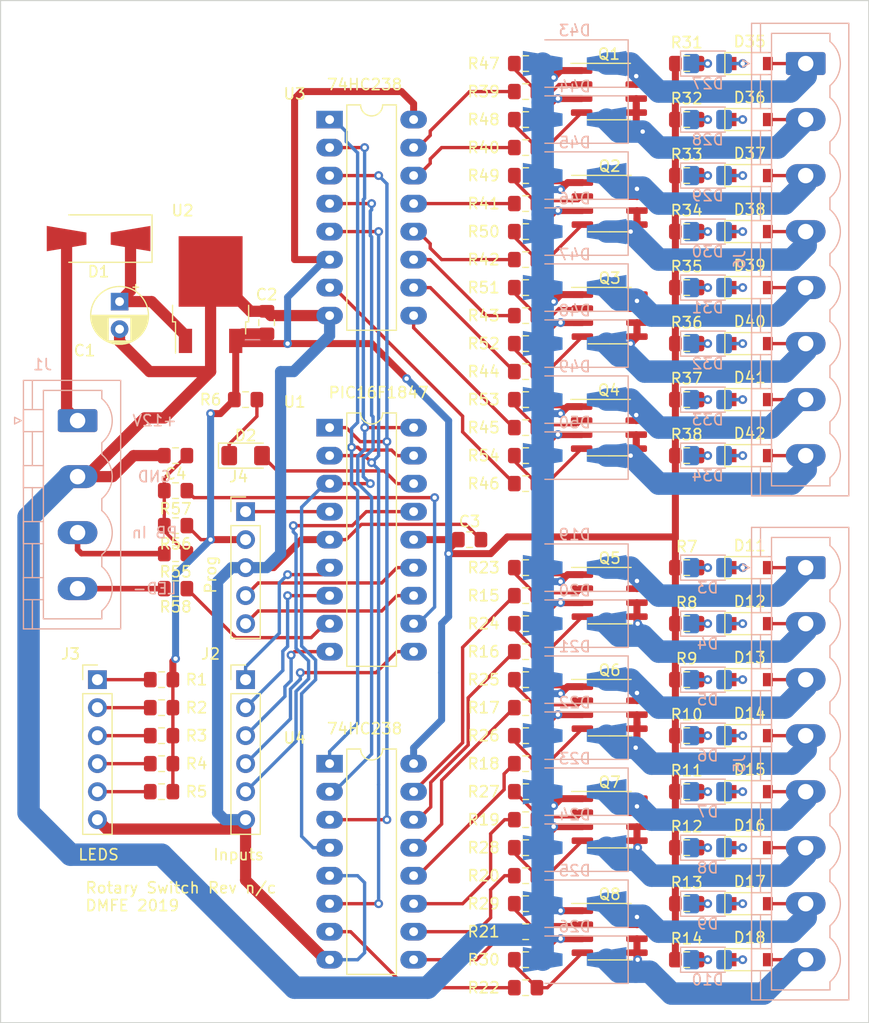
<source format=kicad_pcb>
(kicad_pcb (version 20190516) (host pcbnew "(5.1.0-846-g23d3ccbdc)")
  (title_block (title "Electronic Rotary Switch") (date "2019-06-02") (rev "n/c") (company "DMFE"))
  (layers (0 "F.Cu" signal) (31 "B.Cu" signal) (34 "B.Paste" user) (35 "F.Paste" user) (36 "B.SilkS" user) (37 "F.SilkS" user) (38 "B.Mask" user) (39 "F.Mask" user) (44 "Edge.Cuts" user))
  (net 0 "")
  (net 1 "GND")
  (net 2 "Net-(C1-Pad1)")
  (net 3 "+5V")
  (net 4 "+12V")
  (net 5 "Net-(D2-Pad2)")
  (net 6 "Net-(D2-Pad1)")
  (net 7 "Net-(D11-Pad1)")
  (net 8 "Net-(D3-Pad1)")
  (net 9 "Net-(D12-Pad1)")
  (net 10 "Net-(D4-Pad1)")
  (net 11 "Net-(D13-Pad1)")
  (net 12 "Net-(D5-Pad1)")
  (net 13 "Net-(D14-Pad1)")
  (net 14 "Net-(D6-Pad1)")
  (net 15 "Net-(D15-Pad1)")
  (net 16 "Net-(D7-Pad1)")
  (net 17 "Net-(D16-Pad1)")
  (net 18 "Net-(D8-Pad1)")
  (net 19 "Net-(D17-Pad1)")
  (net 20 "Net-(D9-Pad1)")
  (net 21 "Net-(D10-Pad2)")
  (net 22 "Net-(D10-Pad1)")
  (net 23 "Net-(D11-Pad2)")
  (net 24 "Net-(D12-Pad2)")
  (net 25 "Net-(D13-Pad2)")
  (net 26 "Net-(D14-Pad2)")
  (net 27 "Net-(D15-Pad2)")
  (net 28 "Net-(D16-Pad2)")
  (net 29 "Net-(D17-Pad2)")
  (net 30 "Net-(D18-Pad2)")
  (net 31 "Net-(D27-Pad2)")
  (net 32 "Net-(D27-Pad1)")
  (net 33 "Net-(D28-Pad2)")
  (net 34 "Net-(D28-Pad1)")
  (net 35 "Net-(D29-Pad2)")
  (net 36 "Net-(D29-Pad1)")
  (net 37 "Net-(D30-Pad2)")
  (net 38 "Net-(D30-Pad1)")
  (net 39 "Net-(D31-Pad2)")
  (net 40 "Net-(D31-Pad1)")
  (net 41 "Net-(D32-Pad2)")
  (net 42 "Net-(D32-Pad1)")
  (net 43 "Net-(D33-Pad2)")
  (net 44 "Net-(D33-Pad1)")
  (net 45 "Net-(D34-Pad2)")
  (net 46 "Net-(D34-Pad1)")
  (net 47 "Net-(D35-Pad2)")
  (net 48 "Net-(D36-Pad2)")
  (net 49 "Net-(D37-Pad2)")
  (net 50 "Net-(D38-Pad2)")
  (net 51 "Net-(D39-Pad2)")
  (net 52 "Net-(D40-Pad2)")
  (net 53 "Net-(D41-Pad2)")
  (net 54 "Net-(D42-Pad2)")
  (net 55 "RX")
  (net 56 "TX")
  (net 57 "Net-(J2-Pad5)")
  (net 58 "Net-(J2-Pad4)")
  (net 59 "Net-(J2-Pad3)")
  (net 60 "Net-(J2-Pad2)")
  (net 61 "Net-(J2-Pad1)")
  (net 62 "Net-(J3-Pad5)")
  (net 63 "Net-(J3-Pad4)")
  (net 64 "Net-(J3-Pad3)")
  (net 65 "Net-(J3-Pad2)")
  (net 66 "Net-(J3-Pad1)")
  (net 67 "PGC")
  (net 68 "PGD")
  (net 69 "VPP")
  (net 70 "Net-(Q1-Pad4)")
  (net 71 "Net-(Q1-Pad2)")
  (net 72 "Net-(Q2-Pad4)")
  (net 73 "Net-(Q2-Pad2)")
  (net 74 "Net-(Q3-Pad4)")
  (net 75 "Net-(Q3-Pad2)")
  (net 76 "Net-(Q4-Pad4)")
  (net 77 "Net-(Q4-Pad2)")
  (net 78 "Net-(Q5-Pad4)")
  (net 79 "Net-(Q5-Pad2)")
  (net 80 "Net-(Q6-Pad4)")
  (net 81 "Net-(Q6-Pad2)")
  (net 82 "Net-(Q7-Pad4)")
  (net 83 "Net-(Q7-Pad2)")
  (net 84 "Net-(Q8-Pad4)")
  (net 85 "Net-(Q8-Pad2)")
  (net 86 "Out_8")
  (net 87 "Out_9")
  (net 88 "Out_10")
  (net 89 "Out_11")
  (net 90 "Out_12")
  (net 91 "Out_13")
  (net 92 "Out_14")
  (net 93 "Out_15")
  (net 94 "Out_0")
  (net 95 "Out_1")
  (net 96 "Out_2")
  (net 97 "Out_3")
  (net 98 "Out_4")
  (net 99 "Out_5")
  (net 100 "Out_6")
  (net 101 "Out_7")
  (net 102 "Net-(U1-Pad18)")
  (net 103 "Net-(U1-Pad17)")
  (net 104 "Net-(U1-Pad3)")
  (net 105 "Net-(U1-Pad2)")
  (net 106 "Net-(U1-Pad1)")
  (net 107 "Net-(C4-Pad1)")
  (net 108 "Net-(R57-Pad1)")
  (net 109 "Net-(R58-Pad1)")
  (module "MountingHole:MountingHole_3.2mm_M3" (layer "F.Cu") (at 83.82 43.18)
    (fp_text reference "H1" hide)
    (fp_text value "MountingHole_3.2mm_M3")
    (pad "1" np_thru_hole circle (at 0 0) (size 3.2 3.2) (drill 3.2) (layers *.Cu *.Mask))
  )
  (module "MountingHole:MountingHole_3.2mm_M3" (layer "F.Cu") (at 83.82 125.73)
    (fp_text reference "H2" hide)
    (fp_text value "MountingHole_3.2mm_M3")
    (pad "1" np_thru_hole circle (at 0 0) (size 3.2 3.2) (drill 3.2) (layers *.Cu *.Mask))
  )
  (module "Resistor_SMD:R_0805_2012Metric_Pad1.15x1.40mm_HandSolder" (layer "F.Cu") (at 94.615 91.44 180)
    (fp_text reference "R58" (at 0 -1.65) (layer "F.SilkS"))
    (fp_text value "1K0")
    (pad "2" smd roundrect (at 1.025 0 180) (size 1.15 1.4) (layers "F.Cu" "F.Paste" "F.Mask") (roundrect_rratio 0.217391) (net 55 "RX"))
    (pad "1" smd roundrect (at -1.025 0 180) (size 1.15 1.4) (layers "F.Cu" "F.Paste" "F.Mask") (roundrect_rratio 0.217391) (net 109 "Net-(R58-Pad1)"))
  )
  (module "Resistor_SMD:R_0805_2012Metric_Pad1.15x1.40mm_HandSolder" (layer "F.Cu") (at 94.615 82.55 180)
    (fp_text reference "R57" (at 0 -1.65) (layer "F.SilkS"))
    (fp_text value "1K0")
    (pad "2" smd roundrect (at 1.025 0 180) (size 1.15 1.4) (layers "F.Cu" "F.Paste" "F.Mask") (roundrect_rratio 0.217391) (net 107 "Net-(C4-Pad1)"))
    (pad "1" smd roundrect (at -1.025 0 180) (size 1.15 1.4) (layers "F.Cu" "F.Paste" "F.Mask") (roundrect_rratio 0.217391) (net 108 "Net-(R57-Pad1)"))
  )
  (module "Resistor_SMD:R_0805_2012Metric_Pad1.15x1.40mm_HandSolder" (layer "F.Cu") (at 94.615 85.725 180)
    (fp_text reference "R56" (at 0 -1.65) (layer "F.SilkS"))
    (fp_text value "47K")
    (pad "2" smd roundrect (at 1.025 0 180) (size 1.15 1.4) (layers "F.Cu" "F.Paste" "F.Mask") (roundrect_rratio 0.217391) (net 107 "Net-(C4-Pad1)"))
    (pad "1" smd roundrect (at -1.025 0 180) (size 1.15 1.4) (layers "F.Cu" "F.Paste" "F.Mask") (roundrect_rratio 0.217391) (net 3 "+5V"))
  )
  (module "Resistor_SMD:R_0805_2012Metric_Pad1.15x1.40mm_HandSolder" (layer "F.Cu") (at 94.615 88.265 180)
    (fp_text reference "R55" (at 0 -1.65) (layer "F.SilkS"))
    (fp_text value "470")
    (pad "2" smd roundrect (at 1.025 0 180) (size 1.15 1.4) (layers "F.Cu" "F.Paste" "F.Mask") (roundrect_rratio 0.217391) (net 56 "TX"))
    (pad "1" smd roundrect (at -1.025 0 180) (size 1.15 1.4) (layers "F.Cu" "F.Paste" "F.Mask") (roundrect_rratio 0.217391) (net 107 "Net-(C4-Pad1)"))
  )
  (module "Capacitor_SMD:C_0805_2012Metric_Pad1.15x1.40mm_HandSolder" (layer "F.Cu") (at 94.615 79.375 180)
    (fp_text reference "C4" (at 0 -1.65) (layer "F.SilkS"))
    (fp_text value "0.1")
    (pad "2" smd roundrect (at 1.025 0 180) (size 1.15 1.4) (layers "F.Cu" "F.Paste" "F.Mask") (roundrect_rratio 0.217391) (net 1 "GND"))
    (pad "1" smd roundrect (at -1.025 0 180) (size 1.15 1.4) (layers "F.Cu" "F.Paste" "F.Mask") (roundrect_rratio 0.217391) (net 107 "Net-(C4-Pad1)"))
  )
  (module "Package_DIP:DIP-16_W7.62mm_LongPads" (layer "F.Cu") (at 108.585 107.315)
    (fp_text reference "U4" (at -3.175 -2.33) (layer "F.SilkS"))
    (fp_text value "74HC238")
    (pad "16" thru_hole oval (at 7.62 0) (size 2.4 1.6) (drill 0.8) (layers *.Cu *.Mask) (net 3 "+5V"))
    (pad "8" thru_hole oval (at 0 17.78) (size 2.4 1.6) (drill 0.8) (layers *.Cu *.Mask) (net 1 "GND"))
    (pad "15" thru_hole oval (at 7.62 2.54) (size 2.4 1.6) (drill 0.8) (layers *.Cu *.Mask) (net 86 "Out_8"))
    (pad "7" thru_hole oval (at 0 15.24) (size 2.4 1.6) (drill 0.8) (layers *.Cu *.Mask) (net 93 "Out_15"))
    (pad "14" thru_hole oval (at 7.62 5.08) (size 2.4 1.6) (drill 0.8) (layers *.Cu *.Mask) (net 87 "Out_9"))
    (pad "6" thru_hole oval (at 0 12.7) (size 2.4 1.6) (drill 0.8) (layers *.Cu *.Mask) (net 105 "Net-(U1-Pad2)"))
    (pad "13" thru_hole oval (at 7.62 7.62) (size 2.4 1.6) (drill 0.8) (layers *.Cu *.Mask) (net 88 "Out_10"))
    (pad "5" thru_hole oval (at 0 10.16) (size 2.4 1.6) (drill 0.8) (layers *.Cu *.Mask) (net 1 "GND"))
    (pad "12" thru_hole oval (at 7.62 10.16) (size 2.4 1.6) (drill 0.8) (layers *.Cu *.Mask) (net 89 "Out_11"))
    (pad "4" thru_hole oval (at 0 7.62) (size 2.4 1.6) (drill 0.8) (layers *.Cu *.Mask) (net 104 "Net-(U1-Pad3)"))
    (pad "11" thru_hole oval (at 7.62 12.7) (size 2.4 1.6) (drill 0.8) (layers *.Cu *.Mask) (net 90 "Out_12"))
    (pad "3" thru_hole oval (at 0 5.08) (size 2.4 1.6) (drill 0.8) (layers *.Cu *.Mask) (net 106 "Net-(U1-Pad1)"))
    (pad "10" thru_hole oval (at 7.62 15.24) (size 2.4 1.6) (drill 0.8) (layers *.Cu *.Mask) (net 91 "Out_13"))
    (pad "2" thru_hole oval (at 0 2.54) (size 2.4 1.6) (drill 0.8) (layers *.Cu *.Mask) (net 102 "Net-(U1-Pad18)"))
    (pad "9" thru_hole oval (at 7.62 17.78) (size 2.4 1.6) (drill 0.8) (layers *.Cu *.Mask) (net 92 "Out_14"))
    (pad "1" thru_hole rect (at 0 0) (size 2.4 1.6) (drill 0.8) (layers *.Cu *.Mask) (net 103 "Net-(U1-Pad17)"))
  )
  (module "Package_DIP:DIP-16_W7.62mm_LongPads" (layer "F.Cu") (at 108.585 48.895)
    (fp_text reference "U3" (at -3.175 -2.33) (layer "F.SilkS"))
    (fp_text value "74HC238")
    (pad "16" thru_hole oval (at 7.62 0) (size 2.4 1.6) (drill 0.8) (layers *.Cu *.Mask) (net 3 "+5V"))
    (pad "8" thru_hole oval (at 0 17.78) (size 2.4 1.6) (drill 0.8) (layers *.Cu *.Mask) (net 1 "GND"))
    (pad "15" thru_hole oval (at 7.62 2.54) (size 2.4 1.6) (drill 0.8) (layers *.Cu *.Mask) (net 94 "Out_0"))
    (pad "7" thru_hole oval (at 0 15.24) (size 2.4 1.6) (drill 0.8) (layers *.Cu *.Mask) (net 101 "Out_7"))
    (pad "14" thru_hole oval (at 7.62 5.08) (size 2.4 1.6) (drill 0.8) (layers *.Cu *.Mask) (net 95 "Out_1"))
    (pad "6" thru_hole oval (at 0 12.7) (size 2.4 1.6) (drill 0.8) (layers *.Cu *.Mask) (net 3 "+5V"))
    (pad "13" thru_hole oval (at 7.62 7.62) (size 2.4 1.6) (drill 0.8) (layers *.Cu *.Mask) (net 96 "Out_2"))
    (pad "5" thru_hole oval (at 0 10.16) (size 2.4 1.6) (drill 0.8) (layers *.Cu *.Mask) (net 105 "Net-(U1-Pad2)"))
    (pad "12" thru_hole oval (at 7.62 10.16) (size 2.4 1.6) (drill 0.8) (layers *.Cu *.Mask) (net 97 "Out_3"))
    (pad "4" thru_hole oval (at 0 7.62) (size 2.4 1.6) (drill 0.8) (layers *.Cu *.Mask) (net 104 "Net-(U1-Pad3)"))
    (pad "11" thru_hole oval (at 7.62 12.7) (size 2.4 1.6) (drill 0.8) (layers *.Cu *.Mask) (net 98 "Out_4"))
    (pad "3" thru_hole oval (at 0 5.08) (size 2.4 1.6) (drill 0.8) (layers *.Cu *.Mask) (net 106 "Net-(U1-Pad1)"))
    (pad "10" thru_hole oval (at 7.62 15.24) (size 2.4 1.6) (drill 0.8) (layers *.Cu *.Mask) (net 99 "Out_5"))
    (pad "2" thru_hole oval (at 0 2.54) (size 2.4 1.6) (drill 0.8) (layers *.Cu *.Mask) (net 102 "Net-(U1-Pad18)"))
    (pad "9" thru_hole oval (at 7.62 17.78) (size 2.4 1.6) (drill 0.8) (layers *.Cu *.Mask) (net 100 "Out_6"))
    (pad "1" thru_hole rect (at 0 0) (size 2.4 1.6) (drill 0.8) (layers *.Cu *.Mask) (net 103 "Net-(U1-Pad17)"))
  )
  (module "Package_TO_SOT_SMD:TO-252-2" (layer "F.Cu") (at 97.79 64.77 90)
    (fp_text reference "U2" (at 7.62 -2.54 180) (layer "F.SilkS"))
    (fp_text value "L7805")
    (pad "2" smd rect (at 2.1 0 90) (size 6.4 5.8) (layers "F.Cu" "F.Mask") (net 1 "GND"))
    (pad "3" smd rect (at -4.2 2.28 90) (size 2.2 1.2) (layers "F.Cu" "F.Paste" "F.Mask") (net 3 "+5V"))
    (pad "1" smd rect (at -4.2 -2.28 90) (size 2.2 1.2) (layers "F.Cu" "F.Paste" "F.Mask") (net 2 "Net-(C1-Pad1)"))
  )
  (module "Package_DIP:DIP-18_W7.62mm_LongPads" (layer "F.Cu") (at 108.585 76.835)
    (fp_text reference "U1" (at -3.175 -2.33) (layer "F.SilkS"))
    (fp_text value "PIC16F1847-IP")
    (pad "18" thru_hole oval (at 7.62 0) (size 2.4 1.6) (drill 0.8) (layers *.Cu *.Mask) (net 102 "Net-(U1-Pad18)"))
    (pad "9" thru_hole oval (at 0 20.32) (size 2.4 1.6) (drill 0.8) (layers *.Cu *.Mask) (net 59 "Net-(J2-Pad3)"))
    (pad "17" thru_hole oval (at 7.62 2.54) (size 2.4 1.6) (drill 0.8) (layers *.Cu *.Mask) (net 103 "Net-(U1-Pad17)"))
    (pad "8" thru_hole oval (at 0 17.78) (size 2.4 1.6) (drill 0.8) (layers *.Cu *.Mask) (net 109 "Net-(R58-Pad1)"))
    (pad "16" thru_hole oval (at 7.62 5.08) (size 2.4 1.6) (drill 0.8) (layers *.Cu *.Mask) (net 5 "Net-(D2-Pad2)"))
    (pad "7" thru_hole oval (at 0 15.24) (size 2.4 1.6) (drill 0.8) (layers *.Cu *.Mask) (net 60 "Net-(J2-Pad2)"))
    (pad "15" thru_hole oval (at 7.62 7.62) (size 2.4 1.6) (drill 0.8) (layers *.Cu *.Mask) (net 57 "Net-(J2-Pad5)"))
    (pad "6" thru_hole oval (at 0 12.7) (size 2.4 1.6) (drill 0.8) (layers *.Cu *.Mask) (net 61 "Net-(J2-Pad1)"))
    (pad "14" thru_hole oval (at 7.62 10.16) (size 2.4 1.6) (drill 0.8) (layers *.Cu *.Mask) (net 3 "+5V"))
    (pad "5" thru_hole oval (at 0 10.16) (size 2.4 1.6) (drill 0.8) (layers *.Cu *.Mask) (net 1 "GND"))
    (pad "13" thru_hole oval (at 7.62 12.7) (size 2.4 1.6) (drill 0.8) (layers *.Cu *.Mask) (net 68 "PGD"))
    (pad "4" thru_hole oval (at 0 7.62) (size 2.4 1.6) (drill 0.8) (layers *.Cu *.Mask) (net 69 "VPP"))
    (pad "12" thru_hole oval (at 7.62 15.24) (size 2.4 1.6) (drill 0.8) (layers *.Cu *.Mask) (net 67 "PGC"))
    (pad "3" thru_hole oval (at 0 5.08) (size 2.4 1.6) (drill 0.8) (layers *.Cu *.Mask) (net 104 "Net-(U1-Pad3)"))
    (pad "11" thru_hole oval (at 7.62 17.78) (size 2.4 1.6) (drill 0.8) (layers *.Cu *.Mask) (net 108 "Net-(R57-Pad1)"))
    (pad "2" thru_hole oval (at 0 2.54) (size 2.4 1.6) (drill 0.8) (layers *.Cu *.Mask) (net 105 "Net-(U1-Pad2)"))
    (pad "10" thru_hole oval (at 7.62 20.32) (size 2.4 1.6) (drill 0.8) (layers *.Cu *.Mask) (net 58 "Net-(J2-Pad4)"))
    (pad "1" thru_hole rect (at 0 0) (size 2.4 1.6) (drill 0.8) (layers *.Cu *.Mask) (net 106 "Net-(U1-Pad1)"))
  )
  (module "Resistor_SMD:R_0805_2012Metric_Pad1.15x1.40mm_HandSolder" (layer "F.Cu") (at 126.365 79.375 180)
    (fp_text reference "R54" (at 3.81 0) (layer "F.SilkS"))
    (fp_text value "10K")
    (pad "2" smd roundrect (at 1.025 0 180) (size 1.15 1.4) (layers "F.Cu" "F.Paste" "F.Mask") (roundrect_rratio 0.217391) (net 76 "Net-(Q4-Pad4)"))
    (pad "1" smd roundrect (at -1.025 0 180) (size 1.15 1.4) (layers "F.Cu" "F.Paste" "F.Mask") (roundrect_rratio 0.217391) (net 1 "GND"))
  )
  (module "Resistor_SMD:R_0805_2012Metric_Pad1.15x1.40mm_HandSolder" (layer "F.Cu") (at 126.365 74.295 180)
    (fp_text reference "R53" (at 3.81 0) (layer "F.SilkS"))
    (fp_text value "10K")
    (pad "2" smd roundrect (at 1.025 0 180) (size 1.15 1.4) (layers "F.Cu" "F.Paste" "F.Mask") (roundrect_rratio 0.217391) (net 77 "Net-(Q4-Pad2)"))
    (pad "1" smd roundrect (at -1.025 0 180) (size 1.15 1.4) (layers "F.Cu" "F.Paste" "F.Mask") (roundrect_rratio 0.217391) (net 1 "GND"))
  )
  (module "Resistor_SMD:R_0805_2012Metric_Pad1.15x1.40mm_HandSolder" (layer "F.Cu") (at 126.365 69.215 180)
    (fp_text reference "R52" (at 3.81 0) (layer "F.SilkS"))
    (fp_text value "10K")
    (pad "2" smd roundrect (at 1.025 0 180) (size 1.15 1.4) (layers "F.Cu" "F.Paste" "F.Mask") (roundrect_rratio 0.217391) (net 74 "Net-(Q3-Pad4)"))
    (pad "1" smd roundrect (at -1.025 0 180) (size 1.15 1.4) (layers "F.Cu" "F.Paste" "F.Mask") (roundrect_rratio 0.217391) (net 1 "GND"))
  )
  (module "Resistor_SMD:R_0805_2012Metric_Pad1.15x1.40mm_HandSolder" (layer "F.Cu") (at 126.365 64.135 180)
    (fp_text reference "R51" (at 3.81 0) (layer "F.SilkS"))
    (fp_text value "10K")
    (pad "2" smd roundrect (at 1.025 0 180) (size 1.15 1.4) (layers "F.Cu" "F.Paste" "F.Mask") (roundrect_rratio 0.217391) (net 75 "Net-(Q3-Pad2)"))
    (pad "1" smd roundrect (at -1.025 0 180) (size 1.15 1.4) (layers "F.Cu" "F.Paste" "F.Mask") (roundrect_rratio 0.217391) (net 1 "GND"))
  )
  (module "Resistor_SMD:R_0805_2012Metric_Pad1.15x1.40mm_HandSolder" (layer "F.Cu") (at 126.365 59.055 180)
    (fp_text reference "R50" (at 3.81 0) (layer "F.SilkS"))
    (fp_text value "10K")
    (pad "2" smd roundrect (at 1.025 0 180) (size 1.15 1.4) (layers "F.Cu" "F.Paste" "F.Mask") (roundrect_rratio 0.217391) (net 72 "Net-(Q2-Pad4)"))
    (pad "1" smd roundrect (at -1.025 0 180) (size 1.15 1.4) (layers "F.Cu" "F.Paste" "F.Mask") (roundrect_rratio 0.217391) (net 1 "GND"))
  )
  (module "Resistor_SMD:R_0805_2012Metric_Pad1.15x1.40mm_HandSolder" (layer "F.Cu") (at 126.365 53.975 180)
    (fp_text reference "R49" (at 3.81 0) (layer "F.SilkS"))
    (fp_text value "10K")
    (pad "2" smd roundrect (at 1.025 0 180) (size 1.15 1.4) (layers "F.Cu" "F.Paste" "F.Mask") (roundrect_rratio 0.217391) (net 73 "Net-(Q2-Pad2)"))
    (pad "1" smd roundrect (at -1.025 0 180) (size 1.15 1.4) (layers "F.Cu" "F.Paste" "F.Mask") (roundrect_rratio 0.217391) (net 1 "GND"))
  )
  (module "Resistor_SMD:R_0805_2012Metric_Pad1.15x1.40mm_HandSolder" (layer "F.Cu") (at 126.365 48.895 180)
    (fp_text reference "R48" (at 3.81 0) (layer "F.SilkS"))
    (fp_text value "10K")
    (pad "2" smd roundrect (at 1.025 0 180) (size 1.15 1.4) (layers "F.Cu" "F.Paste" "F.Mask") (roundrect_rratio 0.217391) (net 70 "Net-(Q1-Pad4)"))
    (pad "1" smd roundrect (at -1.025 0 180) (size 1.15 1.4) (layers "F.Cu" "F.Paste" "F.Mask") (roundrect_rratio 0.217391) (net 1 "GND"))
  )
  (module "Resistor_SMD:R_0805_2012Metric_Pad1.15x1.40mm_HandSolder" (layer "F.Cu") (at 126.365 43.815 180)
    (fp_text reference "R47" (at 3.81 0) (layer "F.SilkS"))
    (fp_text value "10K")
    (pad "2" smd roundrect (at 1.025 0 180) (size 1.15 1.4) (layers "F.Cu" "F.Paste" "F.Mask") (roundrect_rratio 0.217391) (net 71 "Net-(Q1-Pad2)"))
    (pad "1" smd roundrect (at -1.025 0 180) (size 1.15 1.4) (layers "F.Cu" "F.Paste" "F.Mask") (roundrect_rratio 0.217391) (net 1 "GND"))
  )
  (module "Resistor_SMD:R_0805_2012Metric_Pad1.15x1.40mm_HandSolder" (layer "F.Cu") (at 126.365 81.915 180)
    (fp_text reference "R46" (at 3.81 0) (layer "F.SilkS"))
    (fp_text value "47R")
    (pad "2" smd roundrect (at 1.025 0 180) (size 1.15 1.4) (layers "F.Cu" "F.Paste" "F.Mask") (roundrect_rratio 0.217391) (net 101 "Out_7"))
    (pad "1" smd roundrect (at -1.025 0 180) (size 1.15 1.4) (layers "F.Cu" "F.Paste" "F.Mask") (roundrect_rratio 0.217391) (net 76 "Net-(Q4-Pad4)"))
  )
  (module "Resistor_SMD:R_0805_2012Metric_Pad1.15x1.40mm_HandSolder" (layer "F.Cu") (at 126.365 76.835 180)
    (fp_text reference "R45" (at 3.81 0) (layer "F.SilkS"))
    (fp_text value "47R")
    (pad "2" smd roundrect (at 1.025 0 180) (size 1.15 1.4) (layers "F.Cu" "F.Paste" "F.Mask") (roundrect_rratio 0.217391) (net 100 "Out_6"))
    (pad "1" smd roundrect (at -1.025 0 180) (size 1.15 1.4) (layers "F.Cu" "F.Paste" "F.Mask") (roundrect_rratio 0.217391) (net 77 "Net-(Q4-Pad2)"))
  )
  (module "Resistor_SMD:R_0805_2012Metric_Pad1.15x1.40mm_HandSolder" (layer "F.Cu") (at 126.365 71.755 180)
    (fp_text reference "R44" (at 3.81 0) (layer "F.SilkS"))
    (fp_text value "47R")
    (pad "2" smd roundrect (at 1.025 0 180) (size 1.15 1.4) (layers "F.Cu" "F.Paste" "F.Mask") (roundrect_rratio 0.217391) (net 99 "Out_5"))
    (pad "1" smd roundrect (at -1.025 0 180) (size 1.15 1.4) (layers "F.Cu" "F.Paste" "F.Mask") (roundrect_rratio 0.217391) (net 74 "Net-(Q3-Pad4)"))
  )
  (module "Resistor_SMD:R_0805_2012Metric_Pad1.15x1.40mm_HandSolder" (layer "F.Cu") (at 126.365 66.675 180)
    (fp_text reference "R43" (at 3.81 0) (layer "F.SilkS"))
    (fp_text value "47R")
    (pad "2" smd roundrect (at 1.025 0 180) (size 1.15 1.4) (layers "F.Cu" "F.Paste" "F.Mask") (roundrect_rratio 0.217391) (net 98 "Out_4"))
    (pad "1" smd roundrect (at -1.025 0 180) (size 1.15 1.4) (layers "F.Cu" "F.Paste" "F.Mask") (roundrect_rratio 0.217391) (net 75 "Net-(Q3-Pad2)"))
  )
  (module "Resistor_SMD:R_0805_2012Metric_Pad1.15x1.40mm_HandSolder" (layer "F.Cu") (at 126.365 61.595 180)
    (fp_text reference "R42" (at 3.81 0) (layer "F.SilkS"))
    (fp_text value "47R")
    (pad "2" smd roundrect (at 1.025 0 180) (size 1.15 1.4) (layers "F.Cu" "F.Paste" "F.Mask") (roundrect_rratio 0.217391) (net 97 "Out_3"))
    (pad "1" smd roundrect (at -1.025 0 180) (size 1.15 1.4) (layers "F.Cu" "F.Paste" "F.Mask") (roundrect_rratio 0.217391) (net 72 "Net-(Q2-Pad4)"))
  )
  (module "Resistor_SMD:R_0805_2012Metric_Pad1.15x1.40mm_HandSolder" (layer "F.Cu") (at 126.365 56.515 180)
    (fp_text reference "R41" (at 3.81 0) (layer "F.SilkS"))
    (fp_text value "47R")
    (pad "2" smd roundrect (at 1.025 0 180) (size 1.15 1.4) (layers "F.Cu" "F.Paste" "F.Mask") (roundrect_rratio 0.217391) (net 96 "Out_2"))
    (pad "1" smd roundrect (at -1.025 0 180) (size 1.15 1.4) (layers "F.Cu" "F.Paste" "F.Mask") (roundrect_rratio 0.217391) (net 73 "Net-(Q2-Pad2)"))
  )
  (module "Resistor_SMD:R_0805_2012Metric_Pad1.15x1.40mm_HandSolder" (layer "F.Cu") (at 126.365 51.435 180)
    (fp_text reference "R40" (at 3.81 0) (layer "F.SilkS"))
    (fp_text value "47R")
    (pad "2" smd roundrect (at 1.025 0 180) (size 1.15 1.4) (layers "F.Cu" "F.Paste" "F.Mask") (roundrect_rratio 0.217391) (net 95 "Out_1"))
    (pad "1" smd roundrect (at -1.025 0 180) (size 1.15 1.4) (layers "F.Cu" "F.Paste" "F.Mask") (roundrect_rratio 0.217391) (net 70 "Net-(Q1-Pad4)"))
  )
  (module "Resistor_SMD:R_0805_2012Metric_Pad1.15x1.40mm_HandSolder" (layer "F.Cu") (at 126.365 46.355 180)
    (fp_text reference "R39" (at 3.81 0) (layer "F.SilkS"))
    (fp_text value "47R")
    (pad "2" smd roundrect (at 1.025 0 180) (size 1.15 1.4) (layers "F.Cu" "F.Paste" "F.Mask") (roundrect_rratio 0.217391) (net 94 "Out_0"))
    (pad "1" smd roundrect (at -1.025 0 180) (size 1.15 1.4) (layers "F.Cu" "F.Paste" "F.Mask") (roundrect_rratio 0.217391) (net 71 "Net-(Q1-Pad2)"))
  )
  (module "Resistor_SMD:R_0805_2012Metric_Pad1.15x1.40mm_HandSolder" (layer "F.Cu") (at 140.97 79.375 180)
    (fp_text reference "R38" (at 0 1.905) (layer "F.SilkS"))
    (fp_text value "1K0")
    (pad "2" smd roundrect (at 1.025 0 180) (size 1.15 1.4) (layers "F.Cu" "F.Paste" "F.Mask") (roundrect_rratio 0.217391) (net 3 "+5V"))
    (pad "1" smd roundrect (at -1.025 0 180) (size 1.15 1.4) (layers "F.Cu" "F.Paste" "F.Mask") (roundrect_rratio 0.217391) (net 46 "Net-(D34-Pad1)"))
  )
  (module "Resistor_SMD:R_0805_2012Metric_Pad1.15x1.40mm_HandSolder" (layer "F.Cu") (at 140.97 74.295 180)
    (fp_text reference "R37" (at 0 1.905) (layer "F.SilkS"))
    (fp_text value "1K0")
    (pad "2" smd roundrect (at 1.025 0 180) (size 1.15 1.4) (layers "F.Cu" "F.Paste" "F.Mask") (roundrect_rratio 0.217391) (net 3 "+5V"))
    (pad "1" smd roundrect (at -1.025 0 180) (size 1.15 1.4) (layers "F.Cu" "F.Paste" "F.Mask") (roundrect_rratio 0.217391) (net 44 "Net-(D33-Pad1)"))
  )
  (module "Resistor_SMD:R_0805_2012Metric_Pad1.15x1.40mm_HandSolder" (layer "F.Cu") (at 140.97 69.215 180)
    (fp_text reference "R36" (at 0 1.905) (layer "F.SilkS"))
    (fp_text value "1K0")
    (pad "2" smd roundrect (at 1.025 0 180) (size 1.15 1.4) (layers "F.Cu" "F.Paste" "F.Mask") (roundrect_rratio 0.217391) (net 3 "+5V"))
    (pad "1" smd roundrect (at -1.025 0 180) (size 1.15 1.4) (layers "F.Cu" "F.Paste" "F.Mask") (roundrect_rratio 0.217391) (net 42 "Net-(D32-Pad1)"))
  )
  (module "Resistor_SMD:R_0805_2012Metric_Pad1.15x1.40mm_HandSolder" (layer "F.Cu") (at 140.97 64.135 180)
    (fp_text reference "R35" (at 0 1.905) (layer "F.SilkS"))
    (fp_text value "1K0")
    (pad "2" smd roundrect (at 1.025 0 180) (size 1.15 1.4) (layers "F.Cu" "F.Paste" "F.Mask") (roundrect_rratio 0.217391) (net 3 "+5V"))
    (pad "1" smd roundrect (at -1.025 0 180) (size 1.15 1.4) (layers "F.Cu" "F.Paste" "F.Mask") (roundrect_rratio 0.217391) (net 40 "Net-(D31-Pad1)"))
  )
  (module "Resistor_SMD:R_0805_2012Metric_Pad1.15x1.40mm_HandSolder" (layer "F.Cu") (at 140.97 59.055 180)
    (fp_text reference "R34" (at 0 1.905) (layer "F.SilkS"))
    (fp_text value "1K0")
    (pad "2" smd roundrect (at 1.025 0 180) (size 1.15 1.4) (layers "F.Cu" "F.Paste" "F.Mask") (roundrect_rratio 0.217391) (net 3 "+5V"))
    (pad "1" smd roundrect (at -1.025 0 180) (size 1.15 1.4) (layers "F.Cu" "F.Paste" "F.Mask") (roundrect_rratio 0.217391) (net 38 "Net-(D30-Pad1)"))
  )
  (module "Resistor_SMD:R_0805_2012Metric_Pad1.15x1.40mm_HandSolder" (layer "F.Cu") (at 140.97 53.975 180)
    (fp_text reference "R33" (at 0 1.905) (layer "F.SilkS"))
    (fp_text value "1K0")
    (pad "2" smd roundrect (at 1.025 0 180) (size 1.15 1.4) (layers "F.Cu" "F.Paste" "F.Mask") (roundrect_rratio 0.217391) (net 3 "+5V"))
    (pad "1" smd roundrect (at -1.025 0 180) (size 1.15 1.4) (layers "F.Cu" "F.Paste" "F.Mask") (roundrect_rratio 0.217391) (net 36 "Net-(D29-Pad1)"))
  )
  (module "Resistor_SMD:R_0805_2012Metric_Pad1.15x1.40mm_HandSolder" (layer "F.Cu") (at 140.97 48.895 180)
    (fp_text reference "R32" (at 0 1.905) (layer "F.SilkS"))
    (fp_text value "1K0")
    (pad "2" smd roundrect (at 1.025 0 180) (size 1.15 1.4) (layers "F.Cu" "F.Paste" "F.Mask") (roundrect_rratio 0.217391) (net 3 "+5V"))
    (pad "1" smd roundrect (at -1.025 0 180) (size 1.15 1.4) (layers "F.Cu" "F.Paste" "F.Mask") (roundrect_rratio 0.217391) (net 34 "Net-(D28-Pad1)"))
  )
  (module "Resistor_SMD:R_0805_2012Metric_Pad1.15x1.40mm_HandSolder" (layer "F.Cu") (at 140.97 43.815 180)
    (fp_text reference "R31" (at 0 1.905) (layer "F.SilkS"))
    (fp_text value "1K0")
    (pad "2" smd roundrect (at 1.025 0 180) (size 1.15 1.4) (layers "F.Cu" "F.Paste" "F.Mask") (roundrect_rratio 0.217391) (net 3 "+5V"))
    (pad "1" smd roundrect (at -1.025 0 180) (size 1.15 1.4) (layers "F.Cu" "F.Paste" "F.Mask") (roundrect_rratio 0.217391) (net 32 "Net-(D27-Pad1)"))
  )
  (module "Resistor_SMD:R_0805_2012Metric_Pad1.15x1.40mm_HandSolder" (layer "F.Cu") (at 126.365 125.095 180)
    (fp_text reference "R30" (at 3.81 0) (layer "F.SilkS"))
    (fp_text value "10K")
    (pad "2" smd roundrect (at 1.025 0 180) (size 1.15 1.4) (layers "F.Cu" "F.Paste" "F.Mask") (roundrect_rratio 0.217391) (net 84 "Net-(Q8-Pad4)"))
    (pad "1" smd roundrect (at -1.025 0 180) (size 1.15 1.4) (layers "F.Cu" "F.Paste" "F.Mask") (roundrect_rratio 0.217391) (net 1 "GND"))
  )
  (module "Resistor_SMD:R_0805_2012Metric_Pad1.15x1.40mm_HandSolder" (layer "F.Cu") (at 126.365 120.015 180)
    (fp_text reference "R29" (at 3.81 0) (layer "F.SilkS"))
    (fp_text value "10K")
    (pad "2" smd roundrect (at 1.025 0 180) (size 1.15 1.4) (layers "F.Cu" "F.Paste" "F.Mask") (roundrect_rratio 0.217391) (net 85 "Net-(Q8-Pad2)"))
    (pad "1" smd roundrect (at -1.025 0 180) (size 1.15 1.4) (layers "F.Cu" "F.Paste" "F.Mask") (roundrect_rratio 0.217391) (net 1 "GND"))
  )
  (module "Resistor_SMD:R_0805_2012Metric_Pad1.15x1.40mm_HandSolder" (layer "F.Cu") (at 126.365 114.935 180)
    (fp_text reference "R28" (at 3.81 0) (layer "F.SilkS"))
    (fp_text value "10K")
    (pad "2" smd roundrect (at 1.025 0 180) (size 1.15 1.4) (layers "F.Cu" "F.Paste" "F.Mask") (roundrect_rratio 0.217391) (net 82 "Net-(Q7-Pad4)"))
    (pad "1" smd roundrect (at -1.025 0 180) (size 1.15 1.4) (layers "F.Cu" "F.Paste" "F.Mask") (roundrect_rratio 0.217391) (net 1 "GND"))
  )
  (module "Resistor_SMD:R_0805_2012Metric_Pad1.15x1.40mm_HandSolder" (layer "F.Cu") (at 126.365 109.855 180)
    (fp_text reference "R27" (at 3.81 0) (layer "F.SilkS"))
    (fp_text value "10K")
    (pad "2" smd roundrect (at 1.025 0 180) (size 1.15 1.4) (layers "F.Cu" "F.Paste" "F.Mask") (roundrect_rratio 0.217391) (net 83 "Net-(Q7-Pad2)"))
    (pad "1" smd roundrect (at -1.025 0 180) (size 1.15 1.4) (layers "F.Cu" "F.Paste" "F.Mask") (roundrect_rratio 0.217391) (net 1 "GND"))
  )
  (module "Resistor_SMD:R_0805_2012Metric_Pad1.15x1.40mm_HandSolder" (layer "F.Cu") (at 126.365 104.775 180)
    (fp_text reference "R26" (at 3.81 0) (layer "F.SilkS"))
    (fp_text value "10K")
    (pad "2" smd roundrect (at 1.025 0 180) (size 1.15 1.4) (layers "F.Cu" "F.Paste" "F.Mask") (roundrect_rratio 0.217391) (net 80 "Net-(Q6-Pad4)"))
    (pad "1" smd roundrect (at -1.025 0 180) (size 1.15 1.4) (layers "F.Cu" "F.Paste" "F.Mask") (roundrect_rratio 0.217391) (net 1 "GND"))
  )
  (module "Resistor_SMD:R_0805_2012Metric_Pad1.15x1.40mm_HandSolder" (layer "F.Cu") (at 126.365 99.695 180)
    (fp_text reference "R25" (at 3.81 0) (layer "F.SilkS"))
    (fp_text value "10K")
    (pad "2" smd roundrect (at 1.025 0 180) (size 1.15 1.4) (layers "F.Cu" "F.Paste" "F.Mask") (roundrect_rratio 0.217391) (net 81 "Net-(Q6-Pad2)"))
    (pad "1" smd roundrect (at -1.025 0 180) (size 1.15 1.4) (layers "F.Cu" "F.Paste" "F.Mask") (roundrect_rratio 0.217391) (net 1 "GND"))
  )
  (module "Resistor_SMD:R_0805_2012Metric_Pad1.15x1.40mm_HandSolder" (layer "F.Cu") (at 126.365 94.615 180)
    (fp_text reference "R24" (at 3.81 0) (layer "F.SilkS"))
    (fp_text value "10K")
    (pad "2" smd roundrect (at 1.025 0 180) (size 1.15 1.4) (layers "F.Cu" "F.Paste" "F.Mask") (roundrect_rratio 0.217391) (net 78 "Net-(Q5-Pad4)"))
    (pad "1" smd roundrect (at -1.025 0 180) (size 1.15 1.4) (layers "F.Cu" "F.Paste" "F.Mask") (roundrect_rratio 0.217391) (net 1 "GND"))
  )
  (module "Resistor_SMD:R_0805_2012Metric_Pad1.15x1.40mm_HandSolder" (layer "F.Cu") (at 126.365 89.535 180)
    (fp_text reference "R23" (at 3.81 0) (layer "F.SilkS"))
    (fp_text value "10K")
    (pad "2" smd roundrect (at 1.025 0 180) (size 1.15 1.4) (layers "F.Cu" "F.Paste" "F.Mask") (roundrect_rratio 0.217391) (net 79 "Net-(Q5-Pad2)"))
    (pad "1" smd roundrect (at -1.025 0 180) (size 1.15 1.4) (layers "F.Cu" "F.Paste" "F.Mask") (roundrect_rratio 0.217391) (net 1 "GND"))
  )
  (module "Resistor_SMD:R_0805_2012Metric_Pad1.15x1.40mm_HandSolder" (layer "F.Cu") (at 126.365 127.635 180)
    (fp_text reference "R22" (at 3.81 0) (layer "F.SilkS"))
    (fp_text value "47R")
    (pad "2" smd roundrect (at 1.025 0 180) (size 1.15 1.4) (layers "F.Cu" "F.Paste" "F.Mask") (roundrect_rratio 0.217391) (net 93 "Out_15"))
    (pad "1" smd roundrect (at -1.025 0 180) (size 1.15 1.4) (layers "F.Cu" "F.Paste" "F.Mask") (roundrect_rratio 0.217391) (net 84 "Net-(Q8-Pad4)"))
  )
  (module "Resistor_SMD:R_0805_2012Metric_Pad1.15x1.40mm_HandSolder" (layer "F.Cu") (at 126.365 122.555 180)
    (fp_text reference "R21" (at 3.81 0) (layer "F.SilkS"))
    (fp_text value "47R")
    (pad "2" smd roundrect (at 1.025 0 180) (size 1.15 1.4) (layers "F.Cu" "F.Paste" "F.Mask") (roundrect_rratio 0.217391) (net 92 "Out_14"))
    (pad "1" smd roundrect (at -1.025 0 180) (size 1.15 1.4) (layers "F.Cu" "F.Paste" "F.Mask") (roundrect_rratio 0.217391) (net 85 "Net-(Q8-Pad2)"))
  )
  (module "Resistor_SMD:R_0805_2012Metric_Pad1.15x1.40mm_HandSolder" (layer "F.Cu") (at 126.365 117.475 180)
    (fp_text reference "R20" (at 3.81 0) (layer "F.SilkS"))
    (fp_text value "47R")
    (pad "2" smd roundrect (at 1.025 0 180) (size 1.15 1.4) (layers "F.Cu" "F.Paste" "F.Mask") (roundrect_rratio 0.217391) (net 91 "Out_13"))
    (pad "1" smd roundrect (at -1.025 0 180) (size 1.15 1.4) (layers "F.Cu" "F.Paste" "F.Mask") (roundrect_rratio 0.217391) (net 82 "Net-(Q7-Pad4)"))
  )
  (module "Resistor_SMD:R_0805_2012Metric_Pad1.15x1.40mm_HandSolder" (layer "F.Cu") (at 126.365 112.395 180)
    (fp_text reference "R19" (at 3.81 0) (layer "F.SilkS"))
    (fp_text value "47R")
    (pad "2" smd roundrect (at 1.025 0 180) (size 1.15 1.4) (layers "F.Cu" "F.Paste" "F.Mask") (roundrect_rratio 0.217391) (net 90 "Out_12"))
    (pad "1" smd roundrect (at -1.025 0 180) (size 1.15 1.4) (layers "F.Cu" "F.Paste" "F.Mask") (roundrect_rratio 0.217391) (net 83 "Net-(Q7-Pad2)"))
  )
  (module "Resistor_SMD:R_0805_2012Metric_Pad1.15x1.40mm_HandSolder" (layer "F.Cu") (at 126.365 107.315 180)
    (fp_text reference "R18" (at 3.81 0) (layer "F.SilkS"))
    (fp_text value "47R")
    (pad "2" smd roundrect (at 1.025 0 180) (size 1.15 1.4) (layers "F.Cu" "F.Paste" "F.Mask") (roundrect_rratio 0.217391) (net 89 "Out_11"))
    (pad "1" smd roundrect (at -1.025 0 180) (size 1.15 1.4) (layers "F.Cu" "F.Paste" "F.Mask") (roundrect_rratio 0.217391) (net 80 "Net-(Q6-Pad4)"))
  )
  (module "Resistor_SMD:R_0805_2012Metric_Pad1.15x1.40mm_HandSolder" (layer "F.Cu") (at 126.365 102.235 180)
    (fp_text reference "R17" (at 3.81 0) (layer "F.SilkS"))
    (fp_text value "47R")
    (pad "2" smd roundrect (at 1.025 0 180) (size 1.15 1.4) (layers "F.Cu" "F.Paste" "F.Mask") (roundrect_rratio 0.217391) (net 88 "Out_10"))
    (pad "1" smd roundrect (at -1.025 0 180) (size 1.15 1.4) (layers "F.Cu" "F.Paste" "F.Mask") (roundrect_rratio 0.217391) (net 81 "Net-(Q6-Pad2)"))
  )
  (module "Resistor_SMD:R_0805_2012Metric_Pad1.15x1.40mm_HandSolder" (layer "F.Cu") (at 126.365 97.155 180)
    (fp_text reference "R16" (at 3.81 0) (layer "F.SilkS"))
    (fp_text value "47R")
    (pad "2" smd roundrect (at 1.025 0 180) (size 1.15 1.4) (layers "F.Cu" "F.Paste" "F.Mask") (roundrect_rratio 0.217391) (net 87 "Out_9"))
    (pad "1" smd roundrect (at -1.025 0 180) (size 1.15 1.4) (layers "F.Cu" "F.Paste" "F.Mask") (roundrect_rratio 0.217391) (net 78 "Net-(Q5-Pad4)"))
  )
  (module "Resistor_SMD:R_0805_2012Metric_Pad1.15x1.40mm_HandSolder" (layer "F.Cu") (at 126.365 92.075 180)
    (fp_text reference "R15" (at 3.81 0) (layer "F.SilkS"))
    (fp_text value "47R")
    (pad "2" smd roundrect (at 1.025 0 180) (size 1.15 1.4) (layers "F.Cu" "F.Paste" "F.Mask") (roundrect_rratio 0.217391) (net 86 "Out_8"))
    (pad "1" smd roundrect (at -1.025 0 180) (size 1.15 1.4) (layers "F.Cu" "F.Paste" "F.Mask") (roundrect_rratio 0.217391) (net 79 "Net-(Q5-Pad2)"))
  )
  (module "Resistor_SMD:R_0805_2012Metric_Pad1.15x1.40mm_HandSolder" (layer "F.Cu") (at 140.97 125.095 180)
    (fp_text reference "R14" (at 0 1.905) (layer "F.SilkS"))
    (fp_text value "1K0")
    (pad "2" smd roundrect (at 1.025 0 180) (size 1.15 1.4) (layers "F.Cu" "F.Paste" "F.Mask") (roundrect_rratio 0.217391) (net 3 "+5V"))
    (pad "1" smd roundrect (at -1.025 0 180) (size 1.15 1.4) (layers "F.Cu" "F.Paste" "F.Mask") (roundrect_rratio 0.217391) (net 22 "Net-(D10-Pad1)"))
  )
  (module "Resistor_SMD:R_0805_2012Metric_Pad1.15x1.40mm_HandSolder" (layer "F.Cu") (at 140.97 120.015 180)
    (fp_text reference "R13" (at 0 1.905) (layer "F.SilkS"))
    (fp_text value "1K0")
    (pad "2" smd roundrect (at 1.025 0 180) (size 1.15 1.4) (layers "F.Cu" "F.Paste" "F.Mask") (roundrect_rratio 0.217391) (net 3 "+5V"))
    (pad "1" smd roundrect (at -1.025 0 180) (size 1.15 1.4) (layers "F.Cu" "F.Paste" "F.Mask") (roundrect_rratio 0.217391) (net 20 "Net-(D9-Pad1)"))
  )
  (module "Resistor_SMD:R_0805_2012Metric_Pad1.15x1.40mm_HandSolder" (layer "F.Cu") (at 140.97 114.935 180)
    (fp_text reference "R12" (at 0 1.905) (layer "F.SilkS"))
    (fp_text value "1K0")
    (pad "2" smd roundrect (at 1.025 0 180) (size 1.15 1.4) (layers "F.Cu" "F.Paste" "F.Mask") (roundrect_rratio 0.217391) (net 3 "+5V"))
    (pad "1" smd roundrect (at -1.025 0 180) (size 1.15 1.4) (layers "F.Cu" "F.Paste" "F.Mask") (roundrect_rratio 0.217391) (net 18 "Net-(D8-Pad1)"))
  )
  (module "Resistor_SMD:R_0805_2012Metric_Pad1.15x1.40mm_HandSolder" (layer "F.Cu") (at 140.97 109.855 180)
    (fp_text reference "R11" (at 0 1.905) (layer "F.SilkS"))
    (fp_text value "1K0")
    (pad "2" smd roundrect (at 1.025 0 180) (size 1.15 1.4) (layers "F.Cu" "F.Paste" "F.Mask") (roundrect_rratio 0.217391) (net 3 "+5V"))
    (pad "1" smd roundrect (at -1.025 0 180) (size 1.15 1.4) (layers "F.Cu" "F.Paste" "F.Mask") (roundrect_rratio 0.217391) (net 16 "Net-(D7-Pad1)"))
  )
  (module "Resistor_SMD:R_0805_2012Metric_Pad1.15x1.40mm_HandSolder" (layer "F.Cu") (at 140.97 104.775 180)
    (fp_text reference "R10" (at 0 1.905) (layer "F.SilkS"))
    (fp_text value "1K0")
    (pad "2" smd roundrect (at 1.025 0 180) (size 1.15 1.4) (layers "F.Cu" "F.Paste" "F.Mask") (roundrect_rratio 0.217391) (net 3 "+5V"))
    (pad "1" smd roundrect (at -1.025 0 180) (size 1.15 1.4) (layers "F.Cu" "F.Paste" "F.Mask") (roundrect_rratio 0.217391) (net 14 "Net-(D6-Pad1)"))
  )
  (module "Resistor_SMD:R_0805_2012Metric_Pad1.15x1.40mm_HandSolder" (layer "F.Cu") (at 140.97 99.695 180)
    (fp_text reference "R9" (at 0 1.905) (layer "F.SilkS"))
    (fp_text value "1K0")
    (pad "2" smd roundrect (at 1.025 0 180) (size 1.15 1.4) (layers "F.Cu" "F.Paste" "F.Mask") (roundrect_rratio 0.217391) (net 3 "+5V"))
    (pad "1" smd roundrect (at -1.025 0 180) (size 1.15 1.4) (layers "F.Cu" "F.Paste" "F.Mask") (roundrect_rratio 0.217391) (net 12 "Net-(D5-Pad1)"))
  )
  (module "Resistor_SMD:R_0805_2012Metric_Pad1.15x1.40mm_HandSolder" (layer "F.Cu") (at 140.97 94.615 180)
    (fp_text reference "R8" (at 0 1.905) (layer "F.SilkS"))
    (fp_text value "1K0")
    (pad "2" smd roundrect (at 1.025 0 180) (size 1.15 1.4) (layers "F.Cu" "F.Paste" "F.Mask") (roundrect_rratio 0.217391) (net 3 "+5V"))
    (pad "1" smd roundrect (at -1.025 0 180) (size 1.15 1.4) (layers "F.Cu" "F.Paste" "F.Mask") (roundrect_rratio 0.217391) (net 10 "Net-(D4-Pad1)"))
  )
  (module "Resistor_SMD:R_0805_2012Metric_Pad1.15x1.40mm_HandSolder" (layer "F.Cu") (at 140.97 89.535 180)
    (fp_text reference "R7" (at 0 1.905) (layer "F.SilkS"))
    (fp_text value "1K0")
    (pad "2" smd roundrect (at 1.025 0 180) (size 1.15 1.4) (layers "F.Cu" "F.Paste" "F.Mask") (roundrect_rratio 0.217391) (net 3 "+5V"))
    (pad "1" smd roundrect (at -1.025 0 180) (size 1.15 1.4) (layers "F.Cu" "F.Paste" "F.Mask") (roundrect_rratio 0.217391) (net 8 "Net-(D3-Pad1)"))
  )
  (module "Resistor_SMD:R_0805_2012Metric_Pad1.15x1.40mm_HandSolder" (layer "F.Cu") (at 100.965 74.295 180)
    (fp_text reference "R6" (at 3.175 0) (layer "F.SilkS"))
    (fp_text value "1K0")
    (pad "2" smd roundrect (at 1.025 0 180) (size 1.15 1.4) (layers "F.Cu" "F.Paste" "F.Mask") (roundrect_rratio 0.217391) (net 3 "+5V"))
    (pad "1" smd roundrect (at -1.025 0 180) (size 1.15 1.4) (layers "F.Cu" "F.Paste" "F.Mask") (roundrect_rratio 0.217391) (net 6 "Net-(D2-Pad1)"))
  )
  (module "Resistor_SMD:R_0805_2012Metric_Pad1.15x1.40mm_HandSolder" (layer "F.Cu") (at 93.345 109.855 180)
    (fp_text reference "R5" (at -3.175 0) (layer "F.SilkS"))
    (fp_text value "470")
    (pad "2" smd roundrect (at 1.025 0 180) (size 1.15 1.4) (layers "F.Cu" "F.Paste" "F.Mask") (roundrect_rratio 0.217391) (net 62 "Net-(J3-Pad5)"))
    (pad "1" smd roundrect (at -1.025 0 180) (size 1.15 1.4) (layers "F.Cu" "F.Paste" "F.Mask") (roundrect_rratio 0.217391) (net 3 "+5V"))
  )
  (module "Resistor_SMD:R_0805_2012Metric_Pad1.15x1.40mm_HandSolder" (layer "F.Cu") (at 93.345 107.315 180)
    (fp_text reference "R4" (at -3.175 0) (layer "F.SilkS"))
    (fp_text value "470")
    (pad "2" smd roundrect (at 1.025 0 180) (size 1.15 1.4) (layers "F.Cu" "F.Paste" "F.Mask") (roundrect_rratio 0.217391) (net 63 "Net-(J3-Pad4)"))
    (pad "1" smd roundrect (at -1.025 0 180) (size 1.15 1.4) (layers "F.Cu" "F.Paste" "F.Mask") (roundrect_rratio 0.217391) (net 3 "+5V"))
  )
  (module "Resistor_SMD:R_0805_2012Metric_Pad1.15x1.40mm_HandSolder" (layer "F.Cu") (at 93.345 104.775 180)
    (fp_text reference "R3" (at -3.175 0) (layer "F.SilkS"))
    (fp_text value "470")
    (pad "2" smd roundrect (at 1.025 0 180) (size 1.15 1.4) (layers "F.Cu" "F.Paste" "F.Mask") (roundrect_rratio 0.217391) (net 64 "Net-(J3-Pad3)"))
    (pad "1" smd roundrect (at -1.025 0 180) (size 1.15 1.4) (layers "F.Cu" "F.Paste" "F.Mask") (roundrect_rratio 0.217391) (net 3 "+5V"))
  )
  (module "Resistor_SMD:R_0805_2012Metric_Pad1.15x1.40mm_HandSolder" (layer "F.Cu") (at 93.345 102.235 180)
    (fp_text reference "R2" (at -3.175 0) (layer "F.SilkS"))
    (fp_text value "470")
    (pad "2" smd roundrect (at 1.025 0 180) (size 1.15 1.4) (layers "F.Cu" "F.Paste" "F.Mask") (roundrect_rratio 0.217391) (net 65 "Net-(J3-Pad2)"))
    (pad "1" smd roundrect (at -1.025 0 180) (size 1.15 1.4) (layers "F.Cu" "F.Paste" "F.Mask") (roundrect_rratio 0.217391) (net 3 "+5V"))
  )
  (module "Resistor_SMD:R_0805_2012Metric_Pad1.15x1.40mm_HandSolder" (layer "F.Cu") (at 93.345 99.695 180)
    (fp_text reference "R1" (at -3.175 0) (layer "F.SilkS"))
    (fp_text value "470")
    (pad "2" smd roundrect (at 1.025 0 180) (size 1.15 1.4) (layers "F.Cu" "F.Paste" "F.Mask") (roundrect_rratio 0.217391) (net 66 "Net-(J3-Pad1)"))
    (pad "1" smd roundrect (at -1.025 0 180) (size 1.15 1.4) (layers "F.Cu" "F.Paste" "F.Mask") (roundrect_rratio 0.217391) (net 3 "+5V"))
  )
  (module "Package_SO:SOIC-8_3.9x4.9mm_P1.27mm" (layer "F.Cu") (at 133.985 122.555)
    (fp_text reference "Q8" (at 0 -3.4) (layer "F.SilkS"))
    (fp_text value "IRF7343PBF")
    (pad "8" smd roundrect (at 2.475 -1.905) (size 1.95 0.6) (layers "F.Cu" "F.Paste" "F.Mask") (net 29 "Net-(D17-Pad2)"))
    (pad "7" smd roundrect (at 2.475 -0.635) (size 1.95 0.6) (layers "F.Cu" "F.Paste" "F.Mask") (net 29 "Net-(D17-Pad2)"))
    (pad "6" smd roundrect (at 2.475 0.635) (size 1.95 0.6) (layers "F.Cu" "F.Paste" "F.Mask") (net 30 "Net-(D18-Pad2)"))
    (pad "5" smd roundrect (at 2.475 1.905) (size 1.95 0.6) (layers "F.Cu" "F.Paste" "F.Mask") (net 30 "Net-(D18-Pad2)"))
    (pad "4" smd roundrect (at -2.475 1.905) (size 1.95 0.6) (layers "F.Cu" "F.Paste" "F.Mask") (net 84 "Net-(Q8-Pad4)"))
    (pad "3" smd roundrect (at -2.475 0.635) (size 1.95 0.6) (layers "F.Cu" "F.Paste" "F.Mask") (net 1 "GND"))
    (pad "2" smd roundrect (at -2.475 -0.635) (size 1.95 0.6) (layers "F.Cu" "F.Paste" "F.Mask") (net 85 "Net-(Q8-Pad2)"))
    (pad "1" smd roundrect (at -2.475 -1.905) (size 1.95 0.6) (layers "F.Cu" "F.Paste" "F.Mask") (net 1 "GND"))
  )
  (module "Package_SO:SOIC-8_3.9x4.9mm_P1.27mm" (layer "F.Cu") (at 133.985 112.395)
    (fp_text reference "Q7" (at 0 -3.4) (layer "F.SilkS"))
    (fp_text value "IRF7343PBF")
    (pad "8" smd roundrect (at 2.475 -1.905) (size 1.95 0.6) (layers "F.Cu" "F.Paste" "F.Mask") (net 27 "Net-(D15-Pad2)"))
    (pad "7" smd roundrect (at 2.475 -0.635) (size 1.95 0.6) (layers "F.Cu" "F.Paste" "F.Mask") (net 27 "Net-(D15-Pad2)"))
    (pad "6" smd roundrect (at 2.475 0.635) (size 1.95 0.6) (layers "F.Cu" "F.Paste" "F.Mask") (net 28 "Net-(D16-Pad2)"))
    (pad "5" smd roundrect (at 2.475 1.905) (size 1.95 0.6) (layers "F.Cu" "F.Paste" "F.Mask") (net 28 "Net-(D16-Pad2)"))
    (pad "4" smd roundrect (at -2.475 1.905) (size 1.95 0.6) (layers "F.Cu" "F.Paste" "F.Mask") (net 82 "Net-(Q7-Pad4)"))
    (pad "3" smd roundrect (at -2.475 0.635) (size 1.95 0.6) (layers "F.Cu" "F.Paste" "F.Mask") (net 1 "GND"))
    (pad "2" smd roundrect (at -2.475 -0.635) (size 1.95 0.6) (layers "F.Cu" "F.Paste" "F.Mask") (net 83 "Net-(Q7-Pad2)"))
    (pad "1" smd roundrect (at -2.475 -1.905) (size 1.95 0.6) (layers "F.Cu" "F.Paste" "F.Mask") (net 1 "GND"))
  )
  (module "Package_SO:SOIC-8_3.9x4.9mm_P1.27mm" (layer "F.Cu") (at 133.985 102.235)
    (fp_text reference "Q6" (at 0 -3.4) (layer "F.SilkS"))
    (fp_text value "IRF7343PBF")
    (pad "8" smd roundrect (at 2.475 -1.905) (size 1.95 0.6) (layers "F.Cu" "F.Paste" "F.Mask") (net 25 "Net-(D13-Pad2)"))
    (pad "7" smd roundrect (at 2.475 -0.635) (size 1.95 0.6) (layers "F.Cu" "F.Paste" "F.Mask") (net 25 "Net-(D13-Pad2)"))
    (pad "6" smd roundrect (at 2.475 0.635) (size 1.95 0.6) (layers "F.Cu" "F.Paste" "F.Mask") (net 26 "Net-(D14-Pad2)"))
    (pad "5" smd roundrect (at 2.475 1.905) (size 1.95 0.6) (layers "F.Cu" "F.Paste" "F.Mask") (net 26 "Net-(D14-Pad2)"))
    (pad "4" smd roundrect (at -2.475 1.905) (size 1.95 0.6) (layers "F.Cu" "F.Paste" "F.Mask") (net 80 "Net-(Q6-Pad4)"))
    (pad "3" smd roundrect (at -2.475 0.635) (size 1.95 0.6) (layers "F.Cu" "F.Paste" "F.Mask") (net 1 "GND"))
    (pad "2" smd roundrect (at -2.475 -0.635) (size 1.95 0.6) (layers "F.Cu" "F.Paste" "F.Mask") (net 81 "Net-(Q6-Pad2)"))
    (pad "1" smd roundrect (at -2.475 -1.905) (size 1.95 0.6) (layers "F.Cu" "F.Paste" "F.Mask") (net 1 "GND"))
  )
  (module "Package_SO:SOIC-8_3.9x4.9mm_P1.27mm" (layer "F.Cu") (at 133.985 92.075)
    (fp_text reference "Q5" (at 0 -3.4) (layer "F.SilkS"))
    (fp_text value "IRF7343PBF")
    (pad "8" smd roundrect (at 2.475 -1.905) (size 1.95 0.6) (layers "F.Cu" "F.Paste" "F.Mask") (net 23 "Net-(D11-Pad2)"))
    (pad "7" smd roundrect (at 2.475 -0.635) (size 1.95 0.6) (layers "F.Cu" "F.Paste" "F.Mask") (net 23 "Net-(D11-Pad2)"))
    (pad "6" smd roundrect (at 2.475 0.635) (size 1.95 0.6) (layers "F.Cu" "F.Paste" "F.Mask") (net 24 "Net-(D12-Pad2)"))
    (pad "5" smd roundrect (at 2.475 1.905) (size 1.95 0.6) (layers "F.Cu" "F.Paste" "F.Mask") (net 24 "Net-(D12-Pad2)"))
    (pad "4" smd roundrect (at -2.475 1.905) (size 1.95 0.6) (layers "F.Cu" "F.Paste" "F.Mask") (net 78 "Net-(Q5-Pad4)"))
    (pad "3" smd roundrect (at -2.475 0.635) (size 1.95 0.6) (layers "F.Cu" "F.Paste" "F.Mask") (net 1 "GND"))
    (pad "2" smd roundrect (at -2.475 -0.635) (size 1.95 0.6) (layers "F.Cu" "F.Paste" "F.Mask") (net 79 "Net-(Q5-Pad2)"))
    (pad "1" smd roundrect (at -2.475 -1.905) (size 1.95 0.6) (layers "F.Cu" "F.Paste" "F.Mask") (net 1 "GND"))
  )
  (module "Package_SO:SOIC-8_3.9x4.9mm_P1.27mm" (layer "F.Cu") (at 133.92 76.835)
    (fp_text reference "Q4" (at 0 -3.4) (layer "F.SilkS"))
    (fp_text value "IRF7343PBF")
    (pad "8" smd roundrect (at 2.475 -1.905) (size 1.95 0.6) (layers "F.Cu" "F.Paste" "F.Mask") (net 53 "Net-(D41-Pad2)"))
    (pad "7" smd roundrect (at 2.475 -0.635) (size 1.95 0.6) (layers "F.Cu" "F.Paste" "F.Mask") (net 53 "Net-(D41-Pad2)"))
    (pad "6" smd roundrect (at 2.475 0.635) (size 1.95 0.6) (layers "F.Cu" "F.Paste" "F.Mask") (net 54 "Net-(D42-Pad2)"))
    (pad "5" smd roundrect (at 2.475 1.905) (size 1.95 0.6) (layers "F.Cu" "F.Paste" "F.Mask") (net 54 "Net-(D42-Pad2)"))
    (pad "4" smd roundrect (at -2.475 1.905) (size 1.95 0.6) (layers "F.Cu" "F.Paste" "F.Mask") (net 76 "Net-(Q4-Pad4)"))
    (pad "3" smd roundrect (at -2.475 0.635) (size 1.95 0.6) (layers "F.Cu" "F.Paste" "F.Mask") (net 1 "GND"))
    (pad "2" smd roundrect (at -2.475 -0.635) (size 1.95 0.6) (layers "F.Cu" "F.Paste" "F.Mask") (net 77 "Net-(Q4-Pad2)"))
    (pad "1" smd roundrect (at -2.475 -1.905) (size 1.95 0.6) (layers "F.Cu" "F.Paste" "F.Mask") (net 1 "GND"))
  )
  (module "Package_SO:SOIC-8_3.9x4.9mm_P1.27mm" (layer "F.Cu") (at 133.985 66.675)
    (fp_text reference "Q3" (at 0 -3.4) (layer "F.SilkS"))
    (fp_text value "IRF7343PBF")
    (pad "8" smd roundrect (at 2.475 -1.905) (size 1.95 0.6) (layers "F.Cu" "F.Paste" "F.Mask") (net 51 "Net-(D39-Pad2)"))
    (pad "7" smd roundrect (at 2.475 -0.635) (size 1.95 0.6) (layers "F.Cu" "F.Paste" "F.Mask") (net 51 "Net-(D39-Pad2)"))
    (pad "6" smd roundrect (at 2.475 0.635) (size 1.95 0.6) (layers "F.Cu" "F.Paste" "F.Mask") (net 52 "Net-(D40-Pad2)"))
    (pad "5" smd roundrect (at 2.475 1.905) (size 1.95 0.6) (layers "F.Cu" "F.Paste" "F.Mask") (net 52 "Net-(D40-Pad2)"))
    (pad "4" smd roundrect (at -2.475 1.905) (size 1.95 0.6) (layers "F.Cu" "F.Paste" "F.Mask") (net 74 "Net-(Q3-Pad4)"))
    (pad "3" smd roundrect (at -2.475 0.635) (size 1.95 0.6) (layers "F.Cu" "F.Paste" "F.Mask") (net 1 "GND"))
    (pad "2" smd roundrect (at -2.475 -0.635) (size 1.95 0.6) (layers "F.Cu" "F.Paste" "F.Mask") (net 75 "Net-(Q3-Pad2)"))
    (pad "1" smd roundrect (at -2.475 -1.905) (size 1.95 0.6) (layers "F.Cu" "F.Paste" "F.Mask") (net 1 "GND"))
  )
  (module "Package_SO:SOIC-8_3.9x4.9mm_P1.27mm" (layer "F.Cu") (at 133.985 56.515)
    (fp_text reference "Q2" (at 0 -3.4) (layer "F.SilkS"))
    (fp_text value "IRF7343PBF")
    (pad "8" smd roundrect (at 2.475 -1.905) (size 1.95 0.6) (layers "F.Cu" "F.Paste" "F.Mask") (net 49 "Net-(D37-Pad2)"))
    (pad "7" smd roundrect (at 2.475 -0.635) (size 1.95 0.6) (layers "F.Cu" "F.Paste" "F.Mask") (net 49 "Net-(D37-Pad2)"))
    (pad "6" smd roundrect (at 2.475 0.635) (size 1.95 0.6) (layers "F.Cu" "F.Paste" "F.Mask") (net 50 "Net-(D38-Pad2)"))
    (pad "5" smd roundrect (at 2.475 1.905) (size 1.95 0.6) (layers "F.Cu" "F.Paste" "F.Mask") (net 50 "Net-(D38-Pad2)"))
    (pad "4" smd roundrect (at -2.475 1.905) (size 1.95 0.6) (layers "F.Cu" "F.Paste" "F.Mask") (net 72 "Net-(Q2-Pad4)"))
    (pad "3" smd roundrect (at -2.475 0.635) (size 1.95 0.6) (layers "F.Cu" "F.Paste" "F.Mask") (net 1 "GND"))
    (pad "2" smd roundrect (at -2.475 -0.635) (size 1.95 0.6) (layers "F.Cu" "F.Paste" "F.Mask") (net 73 "Net-(Q2-Pad2)"))
    (pad "1" smd roundrect (at -2.475 -1.905) (size 1.95 0.6) (layers "F.Cu" "F.Paste" "F.Mask") (net 1 "GND"))
  )
  (module "Package_SO:SOIC-8_3.9x4.9mm_P1.27mm" (layer "F.Cu") (at 133.92 46.355)
    (fp_text reference "Q1" (at 0 -3.4) (layer "F.SilkS"))
    (fp_text value "IRF7343PBF")
    (pad "8" smd roundrect (at 2.475 -1.905) (size 1.95 0.6) (layers "F.Cu" "F.Paste" "F.Mask") (net 47 "Net-(D35-Pad2)"))
    (pad "7" smd roundrect (at 2.475 -0.635) (size 1.95 0.6) (layers "F.Cu" "F.Paste" "F.Mask") (net 47 "Net-(D35-Pad2)"))
    (pad "6" smd roundrect (at 2.475 0.635) (size 1.95 0.6) (layers "F.Cu" "F.Paste" "F.Mask") (net 48 "Net-(D36-Pad2)"))
    (pad "5" smd roundrect (at 2.475 1.905) (size 1.95 0.6) (layers "F.Cu" "F.Paste" "F.Mask") (net 48 "Net-(D36-Pad2)"))
    (pad "4" smd roundrect (at -2.475 1.905) (size 1.95 0.6) (layers "F.Cu" "F.Paste" "F.Mask") (net 70 "Net-(Q1-Pad4)"))
    (pad "3" smd roundrect (at -2.475 0.635) (size 1.95 0.6) (layers "F.Cu" "F.Paste" "F.Mask") (net 1 "GND"))
    (pad "2" smd roundrect (at -2.475 -0.635) (size 1.95 0.6) (layers "F.Cu" "F.Paste" "F.Mask") (net 71 "Net-(Q1-Pad2)"))
    (pad "1" smd roundrect (at -2.475 -1.905) (size 1.95 0.6) (layers "F.Cu" "F.Paste" "F.Mask") (net 1 "GND"))
  )
  (module "Connector_Phoenix_MSTB:PhoenixContact_MSTBVA_2,5_8-G-5,08_1x08_P5.08mm_Vertical" (layer "B.Cu") (at 151.765 43.815 270)
    (fp_text reference "J6" (at 17.78 6 270) (layer "B.SilkS") (effects (justify mirror)))
    (fp_text value "Conn_01x08")
    (pad "8" thru_hole oval (at 35.56 0 270) (size 2.08 3.6) (drill 1.4) (layers *.Cu *.Mask) (net 54 "Net-(D42-Pad2)"))
    (pad "7" thru_hole oval (at 30.48 0 270) (size 2.08 3.6) (drill 1.4) (layers *.Cu *.Mask) (net 53 "Net-(D41-Pad2)"))
    (pad "6" thru_hole oval (at 25.4 0 270) (size 2.08 3.6) (drill 1.4) (layers *.Cu *.Mask) (net 52 "Net-(D40-Pad2)"))
    (pad "5" thru_hole oval (at 20.32 0 270) (size 2.08 3.6) (drill 1.4) (layers *.Cu *.Mask) (net 51 "Net-(D39-Pad2)"))
    (pad "4" thru_hole oval (at 15.24 0 270) (size 2.08 3.6) (drill 1.4) (layers *.Cu *.Mask) (net 50 "Net-(D38-Pad2)"))
    (pad "3" thru_hole oval (at 10.16 0 270) (size 2.08 3.6) (drill 1.4) (layers *.Cu *.Mask) (net 49 "Net-(D37-Pad2)"))
    (pad "2" thru_hole oval (at 5.08 0 270) (size 2.08 3.6) (drill 1.4) (layers *.Cu *.Mask) (net 48 "Net-(D36-Pad2)"))
    (pad "1" thru_hole roundrect (at 0 0 270) (size 2.08 3.6) (drill 1.4) (layers *.Cu *.Mask) (roundrect_rratio 0.120192) (net 47 "Net-(D35-Pad2)"))
  )
  (module "Connector_Phoenix_MSTB:PhoenixContact_MSTBVA_2,5_8-G-5,08_1x08_P5.08mm_Vertical" (layer "B.Cu") (at 151.765 89.535 270)
    (fp_text reference "J5" (at 17.78 6 270) (layer "B.SilkS") (effects (justify mirror)))
    (fp_text value "Conn_01x08")
    (pad "8" thru_hole oval (at 35.56 0 270) (size 2.08 3.6) (drill 1.4) (layers *.Cu *.Mask) (net 30 "Net-(D18-Pad2)"))
    (pad "7" thru_hole oval (at 30.48 0 270) (size 2.08 3.6) (drill 1.4) (layers *.Cu *.Mask) (net 29 "Net-(D17-Pad2)"))
    (pad "6" thru_hole oval (at 25.4 0 270) (size 2.08 3.6) (drill 1.4) (layers *.Cu *.Mask) (net 28 "Net-(D16-Pad2)"))
    (pad "5" thru_hole oval (at 20.32 0 270) (size 2.08 3.6) (drill 1.4) (layers *.Cu *.Mask) (net 27 "Net-(D15-Pad2)"))
    (pad "4" thru_hole oval (at 15.24 0 270) (size 2.08 3.6) (drill 1.4) (layers *.Cu *.Mask) (net 26 "Net-(D14-Pad2)"))
    (pad "3" thru_hole oval (at 10.16 0 270) (size 2.08 3.6) (drill 1.4) (layers *.Cu *.Mask) (net 25 "Net-(D13-Pad2)"))
    (pad "2" thru_hole oval (at 5.08 0 270) (size 2.08 3.6) (drill 1.4) (layers *.Cu *.Mask) (net 24 "Net-(D12-Pad2)"))
    (pad "1" thru_hole roundrect (at 0 0 270) (size 2.08 3.6) (drill 1.4) (layers *.Cu *.Mask) (roundrect_rratio 0.120192) (net 23 "Net-(D11-Pad2)"))
  )
  (module "Connector_PinHeader_2.54mm:PinHeader_1x05_P2.54mm_Vertical" (layer "F.Cu") (at 100.965 84.455)
    (fp_text reference "J4" (at -0.635 -3.175) (layer "F.SilkS"))
    (fp_text value "Conn_01x05")
    (pad "5" thru_hole oval (at 0 10.16) (size 1.7 1.7) (drill 1) (layers *.Cu *.Mask) (net 67 "PGC"))
    (pad "4" thru_hole oval (at 0 7.62) (size 1.7 1.7) (drill 1) (layers *.Cu *.Mask) (net 68 "PGD"))
    (pad "3" thru_hole oval (at 0 5.08) (size 1.7 1.7) (drill 1) (layers *.Cu *.Mask) (net 1 "GND"))
    (pad "2" thru_hole oval (at 0 2.54) (size 1.7 1.7) (drill 1) (layers *.Cu *.Mask) (net 3 "+5V"))
    (pad "1" thru_hole rect (at 0 0) (size 1.7 1.7) (drill 1) (layers *.Cu *.Mask) (net 69 "VPP"))
  )
  (module "Connector_PinHeader_2.54mm:PinHeader_1x06_P2.54mm_Vertical" (layer "F.Cu") (at 87.525225 99.695)
    (fp_text reference "J3" (at -2.435225 -2.33) (layer "F.SilkS"))
    (fp_text value "Conn_01x06")
    (pad "6" thru_hole oval (at 0 12.7) (size 1.7 1.7) (drill 1) (layers *.Cu *.Mask) (net 1 "GND"))
    (pad "5" thru_hole oval (at 0 10.16) (size 1.7 1.7) (drill 1) (layers *.Cu *.Mask) (net 62 "Net-(J3-Pad5)"))
    (pad "4" thru_hole oval (at 0 7.62) (size 1.7 1.7) (drill 1) (layers *.Cu *.Mask) (net 63 "Net-(J3-Pad4)"))
    (pad "3" thru_hole oval (at 0 5.08) (size 1.7 1.7) (drill 1) (layers *.Cu *.Mask) (net 64 "Net-(J3-Pad3)"))
    (pad "2" thru_hole oval (at 0 2.54) (size 1.7 1.7) (drill 1) (layers *.Cu *.Mask) (net 65 "Net-(J3-Pad2)"))
    (pad "1" thru_hole rect (at 0 0) (size 1.7 1.7) (drill 1) (layers *.Cu *.Mask) (net 66 "Net-(J3-Pad1)"))
  )
  (module "Connector_PinHeader_2.54mm:PinHeader_1x06_P2.54mm_Vertical" (layer "F.Cu") (at 100.965 99.695)
    (fp_text reference "J2" (at -3.175 -2.33) (layer "F.SilkS"))
    (fp_text value "Conn_01x06")
    (pad "6" thru_hole oval (at 0 12.7) (size 1.7 1.7) (drill 1) (layers *.Cu *.Mask) (net 1 "GND"))
    (pad "5" thru_hole oval (at 0 10.16) (size 1.7 1.7) (drill 1) (layers *.Cu *.Mask) (net 57 "Net-(J2-Pad5)"))
    (pad "4" thru_hole oval (at 0 7.62) (size 1.7 1.7) (drill 1) (layers *.Cu *.Mask) (net 58 "Net-(J2-Pad4)"))
    (pad "3" thru_hole oval (at 0 5.08) (size 1.7 1.7) (drill 1) (layers *.Cu *.Mask) (net 59 "Net-(J2-Pad3)"))
    (pad "2" thru_hole oval (at 0 2.54) (size 1.7 1.7) (drill 1) (layers *.Cu *.Mask) (net 60 "Net-(J2-Pad2)"))
    (pad "1" thru_hole rect (at 0 0) (size 1.7 1.7) (drill 1) (layers *.Cu *.Mask) (net 61 "Net-(J2-Pad1)"))
  )
  (module "Connector_Phoenix_MSTB:PhoenixContact_MSTBVA_2,5_4-G-5,08_1x04_P5.08mm_Vertical" (layer "B.Cu") (at 85.725 76.2 270)
    (fp_text reference "J1" (at -5.08 3.175) (layer "B.SilkS") (effects (justify mirror)))
    (fp_text value "Conn_01x04")
    (pad "4" thru_hole oval (at 15.24 0 270) (size 2.08 3.6) (drill 1.4) (layers *.Cu *.Mask) (net 55 "RX"))
    (pad "3" thru_hole oval (at 10.16 0 270) (size 2.08 3.6) (drill 1.4) (layers *.Cu *.Mask) (net 56 "TX"))
    (pad "2" thru_hole oval (at 5.08 0 270) (size 2.08 3.6) (drill 1.4) (layers *.Cu *.Mask) (net 1 "GND"))
    (pad "1" thru_hole roundrect (at 0 0 270) (size 2.08 3.6) (drill 1.4) (layers *.Cu *.Mask) (roundrect_rratio 0.120192) (net 4 "+12V"))
  )
  (module "Diode_SMD:D_SMA-SMB_Universal_Handsoldering" (layer "B.Cu") (at 130.81 79.375 180)
    (fp_text reference "D50" (at 0 3) (layer "B.SilkS") (effects (justify mirror)))
    (fp_text value "D")
    (pad "2" smd trapezoid (at 2.9 0) (size 3.6 1.7) (rect_delta 0.6 0) (layers "B.Cu" "B.Paste" "B.Mask") (net 1 "GND"))
    (pad "1" smd trapezoid (at -2.9 0 180) (size 3.6 1.7) (rect_delta 0.6 0) (layers "B.Cu" "B.Paste" "B.Mask") (net 54 "Net-(D42-Pad2)"))
  )
  (module "Diode_SMD:D_SMA-SMB_Universal_Handsoldering" (layer "B.Cu") (at 130.81 74.295 180)
    (fp_text reference "D49" (at 0 3) (layer "B.SilkS") (effects (justify mirror)))
    (fp_text value "D")
    (pad "2" smd trapezoid (at 2.9 0) (size 3.6 1.7) (rect_delta 0.6 0) (layers "B.Cu" "B.Paste" "B.Mask") (net 1 "GND"))
    (pad "1" smd trapezoid (at -2.9 0 180) (size 3.6 1.7) (rect_delta 0.6 0) (layers "B.Cu" "B.Paste" "B.Mask") (net 53 "Net-(D41-Pad2)"))
  )
  (module "Diode_SMD:D_SMA-SMB_Universal_Handsoldering" (layer "B.Cu") (at 130.81 69.215 180)
    (fp_text reference "D48" (at 0 3) (layer "B.SilkS") (effects (justify mirror)))
    (fp_text value "D")
    (pad "2" smd trapezoid (at 2.9 0) (size 3.6 1.7) (rect_delta 0.6 0) (layers "B.Cu" "B.Paste" "B.Mask") (net 1 "GND"))
    (pad "1" smd trapezoid (at -2.9 0 180) (size 3.6 1.7) (rect_delta 0.6 0) (layers "B.Cu" "B.Paste" "B.Mask") (net 52 "Net-(D40-Pad2)"))
  )
  (module "Diode_SMD:D_SMA-SMB_Universal_Handsoldering" (layer "B.Cu") (at 130.81 64.135 180)
    (fp_text reference "D47" (at 0 3) (layer "B.SilkS") (effects (justify mirror)))
    (fp_text value "D")
    (pad "2" smd trapezoid (at 2.9 0) (size 3.6 1.7) (rect_delta 0.6 0) (layers "B.Cu" "B.Paste" "B.Mask") (net 1 "GND"))
    (pad "1" smd trapezoid (at -2.9 0 180) (size 3.6 1.7) (rect_delta 0.6 0) (layers "B.Cu" "B.Paste" "B.Mask") (net 51 "Net-(D39-Pad2)"))
  )
  (module "Diode_SMD:D_SMA-SMB_Universal_Handsoldering" (layer "B.Cu") (at 130.81 59.055 180)
    (fp_text reference "D46" (at 0 3) (layer "B.SilkS") (effects (justify mirror)))
    (fp_text value "D")
    (pad "2" smd trapezoid (at 2.9 0) (size 3.6 1.7) (rect_delta 0.6 0) (layers "B.Cu" "B.Paste" "B.Mask") (net 1 "GND"))
    (pad "1" smd trapezoid (at -2.9 0 180) (size 3.6 1.7) (rect_delta 0.6 0) (layers "B.Cu" "B.Paste" "B.Mask") (net 50 "Net-(D38-Pad2)"))
  )
  (module "Diode_SMD:D_SMA-SMB_Universal_Handsoldering" (layer "B.Cu") (at 130.81 53.975 180)
    (fp_text reference "D45" (at 0 3) (layer "B.SilkS") (effects (justify mirror)))
    (fp_text value "D")
    (pad "2" smd trapezoid (at 2.9 0) (size 3.6 1.7) (rect_delta 0.6 0) (layers "B.Cu" "B.Paste" "B.Mask") (net 1 "GND"))
    (pad "1" smd trapezoid (at -2.9 0 180) (size 3.6 1.7) (rect_delta 0.6 0) (layers "B.Cu" "B.Paste" "B.Mask") (net 49 "Net-(D37-Pad2)"))
  )
  (module "Diode_SMD:D_SMA-SMB_Universal_Handsoldering" (layer "B.Cu") (at 130.81 48.895 180)
    (fp_text reference "D44" (at 0 3) (layer "B.SilkS") (effects (justify mirror)))
    (fp_text value "D")
    (pad "2" smd trapezoid (at 2.9 0) (size 3.6 1.7) (rect_delta 0.6 0) (layers "B.Cu" "B.Paste" "B.Mask") (net 1 "GND"))
    (pad "1" smd trapezoid (at -2.9 0 180) (size 3.6 1.7) (rect_delta 0.6 0) (layers "B.Cu" "B.Paste" "B.Mask") (net 48 "Net-(D36-Pad2)"))
  )
  (module "Diode_SMD:D_SMA-SMB_Universal_Handsoldering" (layer "B.Cu") (at 130.81 43.815 180)
    (fp_text reference "D43" (at 0 3) (layer "B.SilkS") (effects (justify mirror)))
    (fp_text value "D")
    (pad "2" smd trapezoid (at 2.9 0) (size 3.6 1.7) (rect_delta 0.6 0) (layers "B.Cu" "B.Paste" "B.Mask") (net 1 "GND"))
    (pad "1" smd trapezoid (at -2.9 0 180) (size 3.6 1.7) (rect_delta 0.6 0) (layers "B.Cu" "B.Paste" "B.Mask") (net 47 "Net-(D35-Pad2)"))
  )
  (module "Diode_SMD:D_SOD-123" (layer "F.Cu") (at 146.685 79.375)
    (fp_text reference "D42" (at 0 -2) (layer "F.SilkS"))
    (fp_text value "D_Small_ALT")
    (pad "2" smd rect (at 1.65 0) (size 0.9 1.2) (layers "F.Cu" "F.Paste" "F.Mask") (net 54 "Net-(D42-Pad2)"))
    (pad "1" smd rect (at -1.65 0) (size 0.9 1.2) (layers "F.Cu" "F.Paste" "F.Mask") (net 45 "Net-(D34-Pad2)"))
  )
  (module "Diode_SMD:D_SOD-123" (layer "F.Cu") (at 146.685 74.295)
    (fp_text reference "D41" (at 0 -2) (layer "F.SilkS"))
    (fp_text value "D_Small_ALT")
    (pad "2" smd rect (at 1.65 0) (size 0.9 1.2) (layers "F.Cu" "F.Paste" "F.Mask") (net 53 "Net-(D41-Pad2)"))
    (pad "1" smd rect (at -1.65 0) (size 0.9 1.2) (layers "F.Cu" "F.Paste" "F.Mask") (net 43 "Net-(D33-Pad2)"))
  )
  (module "Diode_SMD:D_SOD-123" (layer "F.Cu") (at 146.685 69.215)
    (fp_text reference "D40" (at 0 -2) (layer "F.SilkS"))
    (fp_text value "D_Small_ALT")
    (pad "2" smd rect (at 1.65 0) (size 0.9 1.2) (layers "F.Cu" "F.Paste" "F.Mask") (net 52 "Net-(D40-Pad2)"))
    (pad "1" smd rect (at -1.65 0) (size 0.9 1.2) (layers "F.Cu" "F.Paste" "F.Mask") (net 41 "Net-(D32-Pad2)"))
  )
  (module "Diode_SMD:D_SOD-123" (layer "F.Cu") (at 146.685 64.135)
    (fp_text reference "D39" (at 0 -2) (layer "F.SilkS"))
    (fp_text value "D_Small_ALT")
    (pad "2" smd rect (at 1.65 0) (size 0.9 1.2) (layers "F.Cu" "F.Paste" "F.Mask") (net 51 "Net-(D39-Pad2)"))
    (pad "1" smd rect (at -1.65 0) (size 0.9 1.2) (layers "F.Cu" "F.Paste" "F.Mask") (net 39 "Net-(D31-Pad2)"))
  )
  (module "Diode_SMD:D_SOD-123" (layer "F.Cu") (at 146.685 59.055)
    (fp_text reference "D38" (at 0 -2) (layer "F.SilkS"))
    (fp_text value "D_Small_ALT")
    (pad "2" smd rect (at 1.65 0) (size 0.9 1.2) (layers "F.Cu" "F.Paste" "F.Mask") (net 50 "Net-(D38-Pad2)"))
    (pad "1" smd rect (at -1.65 0) (size 0.9 1.2) (layers "F.Cu" "F.Paste" "F.Mask") (net 37 "Net-(D30-Pad2)"))
  )
  (module "Diode_SMD:D_SOD-123" (layer "F.Cu") (at 146.685 53.975)
    (fp_text reference "D37" (at 0 -2) (layer "F.SilkS"))
    (fp_text value "D_Small_ALT")
    (pad "2" smd rect (at 1.65 0) (size 0.9 1.2) (layers "F.Cu" "F.Paste" "F.Mask") (net 49 "Net-(D37-Pad2)"))
    (pad "1" smd rect (at -1.65 0) (size 0.9 1.2) (layers "F.Cu" "F.Paste" "F.Mask") (net 35 "Net-(D29-Pad2)"))
  )
  (module "Diode_SMD:D_SOD-123" (layer "F.Cu") (at 146.685 48.895)
    (fp_text reference "D36" (at 0 -2) (layer "F.SilkS"))
    (fp_text value "D_Small_ALT")
    (pad "2" smd rect (at 1.65 0) (size 0.9 1.2) (layers "F.Cu" "F.Paste" "F.Mask") (net 48 "Net-(D36-Pad2)"))
    (pad "1" smd rect (at -1.65 0) (size 0.9 1.2) (layers "F.Cu" "F.Paste" "F.Mask") (net 33 "Net-(D28-Pad2)"))
  )
  (module "Diode_SMD:D_SOD-123" (layer "F.Cu") (at 146.685 43.815)
    (fp_text reference "D35" (at 0 -2) (layer "F.SilkS"))
    (fp_text value "D_Small_ALT")
    (pad "2" smd rect (at 1.65 0) (size 0.9 1.2) (layers "F.Cu" "F.Paste" "F.Mask") (net 47 "Net-(D35-Pad2)"))
    (pad "1" smd rect (at -1.65 0) (size 0.9 1.2) (layers "F.Cu" "F.Paste" "F.Mask") (net 31 "Net-(D27-Pad2)"))
  )
  (module "LED_SMD:LED_1206_3216Metric_Pad1.42x1.75mm_HandSolder" (layer "B.Cu") (at 142.875 79.375)
    (fp_text reference "D34" (at 0 1.82) (layer "B.SilkS") (effects (justify mirror)))
    (fp_text value "LED_Small")
    (pad "2" smd roundrect (at 1.4875 0) (size 1.425 1.75) (layers "B.Cu" "B.Paste" "B.Mask") (roundrect_rratio 0.175439) (net 45 "Net-(D34-Pad2)"))
    (pad "1" smd roundrect (at -1.4875 0) (size 1.425 1.75) (layers "B.Cu" "B.Paste" "B.Mask") (roundrect_rratio 0.175439) (net 46 "Net-(D34-Pad1)"))
  )
  (module "LED_SMD:LED_1206_3216Metric_Pad1.42x1.75mm_HandSolder" (layer "B.Cu") (at 142.875 74.295)
    (fp_text reference "D33" (at 0 1.82) (layer "B.SilkS") (effects (justify mirror)))
    (fp_text value "LED_Small")
    (pad "2" smd roundrect (at 1.4875 0) (size 1.425 1.75) (layers "B.Cu" "B.Paste" "B.Mask") (roundrect_rratio 0.175439) (net 43 "Net-(D33-Pad2)"))
    (pad "1" smd roundrect (at -1.4875 0) (size 1.425 1.75) (layers "B.Cu" "B.Paste" "B.Mask") (roundrect_rratio 0.175439) (net 44 "Net-(D33-Pad1)"))
  )
  (module "LED_SMD:LED_1206_3216Metric_Pad1.42x1.75mm_HandSolder" (layer "B.Cu") (at 142.875 69.215)
    (fp_text reference "D32" (at 0 1.82) (layer "B.SilkS") (effects (justify mirror)))
    (fp_text value "LED_Small")
    (pad "2" smd roundrect (at 1.4875 0) (size 1.425 1.75) (layers "B.Cu" "B.Paste" "B.Mask") (roundrect_rratio 0.175439) (net 41 "Net-(D32-Pad2)"))
    (pad "1" smd roundrect (at -1.4875 0) (size 1.425 1.75) (layers "B.Cu" "B.Paste" "B.Mask") (roundrect_rratio 0.175439) (net 42 "Net-(D32-Pad1)"))
  )
  (module "LED_SMD:LED_1206_3216Metric_Pad1.42x1.75mm_HandSolder" (layer "B.Cu") (at 142.875 64.135)
    (fp_text reference "D31" (at 0 1.82) (layer "B.SilkS") (effects (justify mirror)))
    (fp_text value "LED_Small")
    (pad "2" smd roundrect (at 1.4875 0) (size 1.425 1.75) (layers "B.Cu" "B.Paste" "B.Mask") (roundrect_rratio 0.175439) (net 39 "Net-(D31-Pad2)"))
    (pad "1" smd roundrect (at -1.4875 0) (size 1.425 1.75) (layers "B.Cu" "B.Paste" "B.Mask") (roundrect_rratio 0.175439) (net 40 "Net-(D31-Pad1)"))
  )
  (module "LED_SMD:LED_1206_3216Metric_Pad1.42x1.75mm_HandSolder" (layer "B.Cu") (at 142.875 59.055)
    (fp_text reference "D30" (at 0 1.82) (layer "B.SilkS") (effects (justify mirror)))
    (fp_text value "LED_Small")
    (pad "2" smd roundrect (at 1.4875 0) (size 1.425 1.75) (layers "B.Cu" "B.Paste" "B.Mask") (roundrect_rratio 0.175439) (net 37 "Net-(D30-Pad2)"))
    (pad "1" smd roundrect (at -1.4875 0) (size 1.425 1.75) (layers "B.Cu" "B.Paste" "B.Mask") (roundrect_rratio 0.175439) (net 38 "Net-(D30-Pad1)"))
  )
  (module "LED_SMD:LED_1206_3216Metric_Pad1.42x1.75mm_HandSolder" (layer "B.Cu") (at 142.875 53.975)
    (fp_text reference "D29" (at 0 1.82) (layer "B.SilkS") (effects (justify mirror)))
    (fp_text value "LED_Small")
    (pad "2" smd roundrect (at 1.4875 0) (size 1.425 1.75) (layers "B.Cu" "B.Paste" "B.Mask") (roundrect_rratio 0.175439) (net 35 "Net-(D29-Pad2)"))
    (pad "1" smd roundrect (at -1.4875 0) (size 1.425 1.75) (layers "B.Cu" "B.Paste" "B.Mask") (roundrect_rratio 0.175439) (net 36 "Net-(D29-Pad1)"))
  )
  (module "LED_SMD:LED_1206_3216Metric_Pad1.42x1.75mm_HandSolder" (layer "B.Cu") (at 142.875 48.895)
    (fp_text reference "D28" (at 0 1.82) (layer "B.SilkS") (effects (justify mirror)))
    (fp_text value "LED_Small")
    (pad "2" smd roundrect (at 1.4875 0) (size 1.425 1.75) (layers "B.Cu" "B.Paste" "B.Mask") (roundrect_rratio 0.175439) (net 33 "Net-(D28-Pad2)"))
    (pad "1" smd roundrect (at -1.4875 0) (size 1.425 1.75) (layers "B.Cu" "B.Paste" "B.Mask") (roundrect_rratio 0.175439) (net 34 "Net-(D28-Pad1)"))
  )
  (module "LED_SMD:LED_1206_3216Metric_Pad1.42x1.75mm_HandSolder" (layer "B.Cu") (at 142.875 43.815)
    (fp_text reference "D27" (at 0 1.82) (layer "B.SilkS") (effects (justify mirror)))
    (fp_text value "LED_Small")
    (pad "2" smd roundrect (at 1.4875 0) (size 1.425 1.75) (layers "B.Cu" "B.Paste" "B.Mask") (roundrect_rratio 0.175439) (net 31 "Net-(D27-Pad2)"))
    (pad "1" smd roundrect (at -1.4875 0) (size 1.425 1.75) (layers "B.Cu" "B.Paste" "B.Mask") (roundrect_rratio 0.175439) (net 32 "Net-(D27-Pad1)"))
  )
  (module "Diode_SMD:D_SMA-SMB_Universal_Handsoldering" (layer "B.Cu") (at 130.81 125.095 180)
    (fp_text reference "D26" (at 0 3) (layer "B.SilkS") (effects (justify mirror)))
    (fp_text value "D")
    (pad "2" smd trapezoid (at 2.9 0) (size 3.6 1.7) (rect_delta 0.6 0) (layers "B.Cu" "B.Paste" "B.Mask") (net 1 "GND"))
    (pad "1" smd trapezoid (at -2.9 0 180) (size 3.6 1.7) (rect_delta 0.6 0) (layers "B.Cu" "B.Paste" "B.Mask") (net 30 "Net-(D18-Pad2)"))
  )
  (module "Diode_SMD:D_SMA-SMB_Universal_Handsoldering" (layer "B.Cu") (at 130.81 120.015 180)
    (fp_text reference "D25" (at 0 3) (layer "B.SilkS") (effects (justify mirror)))
    (fp_text value "D")
    (pad "2" smd trapezoid (at 2.9 0) (size 3.6 1.7) (rect_delta 0.6 0) (layers "B.Cu" "B.Paste" "B.Mask") (net 1 "GND"))
    (pad "1" smd trapezoid (at -2.9 0 180) (size 3.6 1.7) (rect_delta 0.6 0) (layers "B.Cu" "B.Paste" "B.Mask") (net 29 "Net-(D17-Pad2)"))
  )
  (module "Diode_SMD:D_SMA-SMB_Universal_Handsoldering" (layer "B.Cu") (at 130.81 114.935 180)
    (fp_text reference "D24" (at 0 3) (layer "B.SilkS") (effects (justify mirror)))
    (fp_text value "D")
    (pad "2" smd trapezoid (at 2.9 0) (size 3.6 1.7) (rect_delta 0.6 0) (layers "B.Cu" "B.Paste" "B.Mask") (net 1 "GND"))
    (pad "1" smd trapezoid (at -2.9 0 180) (size 3.6 1.7) (rect_delta 0.6 0) (layers "B.Cu" "B.Paste" "B.Mask") (net 28 "Net-(D16-Pad2)"))
  )
  (module "Diode_SMD:D_SMA-SMB_Universal_Handsoldering" (layer "B.Cu") (at 130.81 109.855 180)
    (fp_text reference "D23" (at 0 3) (layer "B.SilkS") (effects (justify mirror)))
    (fp_text value "D")
    (pad "2" smd trapezoid (at 2.9 0) (size 3.6 1.7) (rect_delta 0.6 0) (layers "B.Cu" "B.Paste" "B.Mask") (net 1 "GND"))
    (pad "1" smd trapezoid (at -2.9 0 180) (size 3.6 1.7) (rect_delta 0.6 0) (layers "B.Cu" "B.Paste" "B.Mask") (net 27 "Net-(D15-Pad2)"))
  )
  (module "Diode_SMD:D_SMA-SMB_Universal_Handsoldering" (layer "B.Cu") (at 130.81 104.775 180)
    (fp_text reference "D22" (at 0 3) (layer "B.SilkS") (effects (justify mirror)))
    (fp_text value "D")
    (pad "2" smd trapezoid (at 2.9 0) (size 3.6 1.7) (rect_delta 0.6 0) (layers "B.Cu" "B.Paste" "B.Mask") (net 1 "GND"))
    (pad "1" smd trapezoid (at -2.9 0 180) (size 3.6 1.7) (rect_delta 0.6 0) (layers "B.Cu" "B.Paste" "B.Mask") (net 26 "Net-(D14-Pad2)"))
  )
  (module "Diode_SMD:D_SMA-SMB_Universal_Handsoldering" (layer "B.Cu") (at 130.81 99.695 180)
    (fp_text reference "D21" (at 0 3) (layer "B.SilkS") (effects (justify mirror)))
    (fp_text value "D")
    (pad "2" smd trapezoid (at 2.9 0) (size 3.6 1.7) (rect_delta 0.6 0) (layers "B.Cu" "B.Paste" "B.Mask") (net 1 "GND"))
    (pad "1" smd trapezoid (at -2.9 0 180) (size 3.6 1.7) (rect_delta 0.6 0) (layers "B.Cu" "B.Paste" "B.Mask") (net 25 "Net-(D13-Pad2)"))
  )
  (module "Diode_SMD:D_SMA-SMB_Universal_Handsoldering" (layer "B.Cu") (at 130.81 94.615 180)
    (fp_text reference "D20" (at 0 3) (layer "B.SilkS") (effects (justify mirror)))
    (fp_text value "D")
    (pad "2" smd trapezoid (at 2.9 0) (size 3.6 1.7) (rect_delta 0.6 0) (layers "B.Cu" "B.Paste" "B.Mask") (net 1 "GND"))
    (pad "1" smd trapezoid (at -2.9 0 180) (size 3.6 1.7) (rect_delta 0.6 0) (layers "B.Cu" "B.Paste" "B.Mask") (net 24 "Net-(D12-Pad2)"))
  )
  (module "Diode_SMD:D_SMA-SMB_Universal_Handsoldering" (layer "B.Cu") (at 130.81 89.535 180)
    (fp_text reference "D19" (at 0 3) (layer "B.SilkS") (effects (justify mirror)))
    (fp_text value "D")
    (pad "2" smd trapezoid (at 2.9 0) (size 3.6 1.7) (rect_delta 0.6 0) (layers "B.Cu" "B.Paste" "B.Mask") (net 1 "GND"))
    (pad "1" smd trapezoid (at -2.9 0 180) (size 3.6 1.7) (rect_delta 0.6 0) (layers "B.Cu" "B.Paste" "B.Mask") (net 23 "Net-(D11-Pad2)"))
  )
  (module "Diode_SMD:D_SOD-123" (layer "F.Cu") (at 146.685 125.095)
    (fp_text reference "D18" (at 0 -2) (layer "F.SilkS"))
    (fp_text value "D_Small_ALT")
    (pad "2" smd rect (at 1.65 0) (size 0.9 1.2) (layers "F.Cu" "F.Paste" "F.Mask") (net 30 "Net-(D18-Pad2)"))
    (pad "1" smd rect (at -1.65 0) (size 0.9 1.2) (layers "F.Cu" "F.Paste" "F.Mask") (net 21 "Net-(D10-Pad2)"))
  )
  (module "Diode_SMD:D_SOD-123" (layer "F.Cu") (at 146.685 120.015)
    (fp_text reference "D17" (at 0 -2) (layer "F.SilkS"))
    (fp_text value "D_Small_ALT")
    (pad "2" smd rect (at 1.65 0) (size 0.9 1.2) (layers "F.Cu" "F.Paste" "F.Mask") (net 29 "Net-(D17-Pad2)"))
    (pad "1" smd rect (at -1.65 0) (size 0.9 1.2) (layers "F.Cu" "F.Paste" "F.Mask") (net 19 "Net-(D17-Pad1)"))
  )
  (module "Diode_SMD:D_SOD-123" (layer "F.Cu") (at 146.685 114.935)
    (fp_text reference "D16" (at 0 -2) (layer "F.SilkS"))
    (fp_text value "D_Small_ALT")
    (pad "2" smd rect (at 1.65 0) (size 0.9 1.2) (layers "F.Cu" "F.Paste" "F.Mask") (net 28 "Net-(D16-Pad2)"))
    (pad "1" smd rect (at -1.65 0) (size 0.9 1.2) (layers "F.Cu" "F.Paste" "F.Mask") (net 17 "Net-(D16-Pad1)"))
  )
  (module "Diode_SMD:D_SOD-123" (layer "F.Cu") (at 146.685 109.855)
    (fp_text reference "D15" (at 0 -2) (layer "F.SilkS"))
    (fp_text value "D_Small_ALT")
    (pad "2" smd rect (at 1.65 0) (size 0.9 1.2) (layers "F.Cu" "F.Paste" "F.Mask") (net 27 "Net-(D15-Pad2)"))
    (pad "1" smd rect (at -1.65 0) (size 0.9 1.2) (layers "F.Cu" "F.Paste" "F.Mask") (net 15 "Net-(D15-Pad1)"))
  )
  (module "Diode_SMD:D_SOD-123" (layer "F.Cu") (at 146.685 104.775)
    (fp_text reference "D14" (at 0 -2) (layer "F.SilkS"))
    (fp_text value "D_Small_ALT")
    (pad "2" smd rect (at 1.65 0) (size 0.9 1.2) (layers "F.Cu" "F.Paste" "F.Mask") (net 26 "Net-(D14-Pad2)"))
    (pad "1" smd rect (at -1.65 0) (size 0.9 1.2) (layers "F.Cu" "F.Paste" "F.Mask") (net 13 "Net-(D14-Pad1)"))
  )
  (module "Diode_SMD:D_SOD-123" (layer "F.Cu") (at 146.685 99.695)
    (fp_text reference "D13" (at 0 -2) (layer "F.SilkS"))
    (fp_text value "D_Small_ALT")
    (pad "2" smd rect (at 1.65 0) (size 0.9 1.2) (layers "F.Cu" "F.Paste" "F.Mask") (net 25 "Net-(D13-Pad2)"))
    (pad "1" smd rect (at -1.65 0) (size 0.9 1.2) (layers "F.Cu" "F.Paste" "F.Mask") (net 11 "Net-(D13-Pad1)"))
  )
  (module "Diode_SMD:D_SOD-123" (layer "F.Cu") (at 146.685 94.615)
    (fp_text reference "D12" (at 0 -2) (layer "F.SilkS"))
    (fp_text value "D_Small_ALT")
    (pad "2" smd rect (at 1.65 0) (size 0.9 1.2) (layers "F.Cu" "F.Paste" "F.Mask") (net 24 "Net-(D12-Pad2)"))
    (pad "1" smd rect (at -1.65 0) (size 0.9 1.2) (layers "F.Cu" "F.Paste" "F.Mask") (net 9 "Net-(D12-Pad1)"))
  )
  (module "Diode_SMD:D_SOD-123" (layer "F.Cu") (at 146.685 89.535)
    (fp_text reference "D11" (at 0 -2) (layer "F.SilkS"))
    (fp_text value "D_Small_ALT")
    (pad "2" smd rect (at 1.65 0) (size 0.9 1.2) (layers "F.Cu" "F.Paste" "F.Mask") (net 23 "Net-(D11-Pad2)"))
    (pad "1" smd rect (at -1.65 0) (size 0.9 1.2) (layers "F.Cu" "F.Paste" "F.Mask") (net 7 "Net-(D11-Pad1)"))
  )
  (module "LED_SMD:LED_1206_3216Metric_Pad1.42x1.75mm_HandSolder" (layer "B.Cu") (at 142.875 125.095)
    (fp_text reference "D10" (at 0 1.82) (layer "B.SilkS") (effects (justify mirror)))
    (fp_text value "LED_Small")
    (pad "2" smd roundrect (at 1.4875 0) (size 1.425 1.75) (layers "B.Cu" "B.Paste" "B.Mask") (roundrect_rratio 0.175439) (net 21 "Net-(D10-Pad2)"))
    (pad "1" smd roundrect (at -1.4875 0) (size 1.425 1.75) (layers "B.Cu" "B.Paste" "B.Mask") (roundrect_rratio 0.175439) (net 22 "Net-(D10-Pad1)"))
  )
  (module "LED_SMD:LED_1206_3216Metric_Pad1.42x1.75mm_HandSolder" (layer "B.Cu") (at 142.875 120.015)
    (fp_text reference "D9" (at 0 1.82) (layer "B.SilkS") (effects (justify mirror)))
    (fp_text value "LED_Small")
    (pad "2" smd roundrect (at 1.4875 0) (size 1.425 1.75) (layers "B.Cu" "B.Paste" "B.Mask") (roundrect_rratio 0.175439) (net 19 "Net-(D17-Pad1)"))
    (pad "1" smd roundrect (at -1.4875 0) (size 1.425 1.75) (layers "B.Cu" "B.Paste" "B.Mask") (roundrect_rratio 0.175439) (net 20 "Net-(D9-Pad1)"))
  )
  (module "LED_SMD:LED_1206_3216Metric_Pad1.42x1.75mm_HandSolder" (layer "B.Cu") (at 142.875 114.935)
    (fp_text reference "D8" (at 0 1.82) (layer "B.SilkS") (effects (justify mirror)))
    (fp_text value "LED_Small")
    (pad "2" smd roundrect (at 1.4875 0) (size 1.425 1.75) (layers "B.Cu" "B.Paste" "B.Mask") (roundrect_rratio 0.175439) (net 17 "Net-(D16-Pad1)"))
    (pad "1" smd roundrect (at -1.4875 0) (size 1.425 1.75) (layers "B.Cu" "B.Paste" "B.Mask") (roundrect_rratio 0.175439) (net 18 "Net-(D8-Pad1)"))
  )
  (module "LED_SMD:LED_1206_3216Metric_Pad1.42x1.75mm_HandSolder" (layer "B.Cu") (at 142.875 109.855)
    (fp_text reference "D7" (at 0 1.82) (layer "B.SilkS") (effects (justify mirror)))
    (fp_text value "LED_Small")
    (pad "2" smd roundrect (at 1.4875 0) (size 1.425 1.75) (layers "B.Cu" "B.Paste" "B.Mask") (roundrect_rratio 0.175439) (net 15 "Net-(D15-Pad1)"))
    (pad "1" smd roundrect (at -1.4875 0) (size 1.425 1.75) (layers "B.Cu" "B.Paste" "B.Mask") (roundrect_rratio 0.175439) (net 16 "Net-(D7-Pad1)"))
  )
  (module "LED_SMD:LED_1206_3216Metric_Pad1.42x1.75mm_HandSolder" (layer "B.Cu") (at 142.875 104.775)
    (fp_text reference "D6" (at 0 1.82) (layer "B.SilkS") (effects (justify mirror)))
    (fp_text value "LED_Small")
    (pad "2" smd roundrect (at 1.4875 0) (size 1.425 1.75) (layers "B.Cu" "B.Paste" "B.Mask") (roundrect_rratio 0.175439) (net 13 "Net-(D14-Pad1)"))
    (pad "1" smd roundrect (at -1.4875 0) (size 1.425 1.75) (layers "B.Cu" "B.Paste" "B.Mask") (roundrect_rratio 0.175439) (net 14 "Net-(D6-Pad1)"))
  )
  (module "LED_SMD:LED_1206_3216Metric_Pad1.42x1.75mm_HandSolder" (layer "B.Cu") (at 142.875 99.695)
    (fp_text reference "D5" (at 0 1.82) (layer "B.SilkS") (effects (justify mirror)))
    (fp_text value "LED_Small")
    (pad "2" smd roundrect (at 1.4875 0) (size 1.425 1.75) (layers "B.Cu" "B.Paste" "B.Mask") (roundrect_rratio 0.175439) (net 11 "Net-(D13-Pad1)"))
    (pad "1" smd roundrect (at -1.4875 0) (size 1.425 1.75) (layers "B.Cu" "B.Paste" "B.Mask") (roundrect_rratio 0.175439) (net 12 "Net-(D5-Pad1)"))
  )
  (module "LED_SMD:LED_1206_3216Metric_Pad1.42x1.75mm_HandSolder" (layer "B.Cu") (at 142.875 94.615)
    (fp_text reference "D4" (at 0 1.82) (layer "B.SilkS") (effects (justify mirror)))
    (fp_text value "LED_Small")
    (pad "2" smd roundrect (at 1.4875 0) (size 1.425 1.75) (layers "B.Cu" "B.Paste" "B.Mask") (roundrect_rratio 0.175439) (net 9 "Net-(D12-Pad1)"))
    (pad "1" smd roundrect (at -1.4875 0) (size 1.425 1.75) (layers "B.Cu" "B.Paste" "B.Mask") (roundrect_rratio 0.175439) (net 10 "Net-(D4-Pad1)"))
  )
  (module "LED_SMD:LED_1206_3216Metric_Pad1.42x1.75mm_HandSolder" (layer "B.Cu") (at 142.875 89.535)
    (fp_text reference "D3" (at 0 1.82) (layer "B.SilkS") (effects (justify mirror)))
    (fp_text value "LED_Small")
    (pad "2" smd roundrect (at 1.4875 0) (size 1.425 1.75) (layers "B.Cu" "B.Paste" "B.Mask") (roundrect_rratio 0.175439) (net 7 "Net-(D11-Pad1)"))
    (pad "1" smd roundrect (at -1.4875 0) (size 1.425 1.75) (layers "B.Cu" "B.Paste" "B.Mask") (roundrect_rratio 0.175439) (net 8 "Net-(D3-Pad1)"))
  )
  (module "LED_SMD:LED_1206_3216Metric_Pad1.42x1.75mm_HandSolder" (layer "F.Cu") (at 100.965 79.375)
    (fp_text reference "D2" (at 0 -1.82) (layer "F.SilkS"))
    (fp_text value "LED_Small")
    (pad "2" smd roundrect (at 1.4875 0) (size 1.425 1.75) (layers "F.Cu" "F.Paste" "F.Mask") (roundrect_rratio 0.175439) (net 5 "Net-(D2-Pad2)"))
    (pad "1" smd roundrect (at -1.4875 0) (size 1.425 1.75) (layers "F.Cu" "F.Paste" "F.Mask") (roundrect_rratio 0.175439) (net 6 "Net-(D2-Pad1)"))
  )
  (module "Diode_SMD:D_SMA-SMB_Universal_Handsoldering" (layer "F.Cu") (at 87.63 59.69 180)
    (fp_text reference "D1" (at 0 -3) (layer "F.SilkS"))
    (fp_text value "D")
    (pad "2" smd trapezoid (at 2.9 0) (size 3.6 1.7) (rect_delta 0.6 0) (layers "F.Cu" "F.Paste" "F.Mask") (net 4 "+12V"))
    (pad "1" smd trapezoid (at -2.9 0 180) (size 3.6 1.7) (rect_delta 0.6 0) (layers "F.Cu" "F.Paste" "F.Mask") (net 2 "Net-(C1-Pad1)"))
  )
  (module "Capacitor_SMD:C_0805_2012Metric_Pad1.15x1.40mm_HandSolder" (layer "F.Cu") (at 121.285 86.995)
    (fp_text reference "C3" (at 0 -1.65) (layer "F.SilkS"))
    (fp_text value "0.1")
    (pad "2" smd roundrect (at 1.025 0) (size 1.15 1.4) (layers "F.Cu" "F.Paste" "F.Mask") (roundrect_rratio 0.217391) (net 1 "GND"))
    (pad "1" smd roundrect (at -1.025 0) (size 1.15 1.4) (layers "F.Cu" "F.Paste" "F.Mask") (roundrect_rratio 0.217391) (net 3 "+5V"))
  )
  (module "Capacitor_SMD:C_0805_2012Metric_Pad1.15x1.40mm_HandSolder" (layer "F.Cu") (at 102.87 67.31 90)
    (fp_text reference "C2" (at 2.54 0 180) (layer "F.SilkS"))
    (fp_text value "0.1")
    (pad "2" smd roundrect (at 1.025 0 90) (size 1.15 1.4) (layers "F.Cu" "F.Paste" "F.Mask") (roundrect_rratio 0.217391) (net 1 "GND"))
    (pad "1" smd roundrect (at -1.025 0 90) (size 1.15 1.4) (layers "F.Cu" "F.Paste" "F.Mask") (roundrect_rratio 0.217391) (net 3 "+5V"))
  )
  (module "Capacitor_THT:CP_Radial_D5.0mm_P2.50mm" (layer "F.Cu") (at 89.535 65.405 270)
    (fp_text reference "C1" (at 4.445 3.175 180) (layer "F.SilkS"))
    (fp_text value "4.7")
    (pad "2" thru_hole circle (at 2.5 0 270) (size 1.6 1.6) (drill 0.8) (layers *.Cu *.Mask) (net 1 "GND"))
    (pad "1" thru_hole rect (at 0 0 270) (size 1.6 1.6) (drill 0.8) (layers *.Cu *.Mask) (net 2 "Net-(C1-Pad1)"))
  )
  (gr_text "PIC16F1847" (at 113.03 73.66) (layer "F.SilkS") (effects (font (size 1 1))))
  (gr_text "74HC238" (at 111.76 104.14) (layer "F.SilkS") (effects (font (size 1 1))))
  (gr_text "74HC238" (at 111.76 45.72) (layer "F.SilkS") (effects (font (size 1 1))))
  (gr_text "Prog" (at 97.79 90.17 90) (layer "F.SilkS") (effects (font (size 1 1))))
  (gr_text "Inputs" (at 100.33 115.57) (layer "F.SilkS") (effects (font (size 1 1))))
  (gr_text "LEDS" (at 87.63 115.57) (layer "F.SilkS") (effects (font (size 1 1))))
  (gr_text "LED-" (at 92.71 91.44) (layer "B.SilkS") (effects (font (size 1 1)) (justify mirror)))
  (gr_text "PB In" (at 92.71 86.36) (layer "B.SilkS") (effects (font (size 1 1)) (justify mirror)))
  (gr_text "GND" (at 92.71 81.28) (layer "B.SilkS") (effects (font (size 1 1)) (justify mirror)))
  (gr_text "+12V" (at 92.71 76.2) (layer "B.SilkS") (effects (font (size 1 1)) (justify mirror)))
  (gr_text "Rotary Switch Rev n/c\nDMFE 2019" (at 86.36 119.38) (layer "F.SilkS") (effects (font (size 1 1)) (justify left)))
  (gr_line (start 78.74 38.1) (end 157.48 38.1) (layer "Edge.Cuts") (width 0.1))
  (gr_line (start 78.74 130.81) (end 78.74 38.1) (layer "Edge.Cuts") (width 0.1))
  (gr_line (start 157.48 130.81) (end 78.74 130.81) (layer "Edge.Cuts") (width 0.1))
  (gr_line (start 157.48 38.1) (end 157.48 130.81) (layer "Edge.Cuts") (width 0.1))
  (segment (start 127.91 120.015) (end 127.91 114.935) (width 2.032) (layer "B.Cu") (net 1))
  (segment (start 127.91 109.855) (end 127.91 104.775) (width 2.032) (layer "B.Cu") (net 1))
  (segment (start 127.91 99.695) (end 127.91 94.615) (width 2.032) (layer "B.Cu") (net 1))
  (segment (start 127.91 74.295) (end 127.91 69.215) (width 2.032) (layer "B.Cu") (net 1))
  (segment (start 127.91 64.135) (end 127.91 59.055) (width 2.032) (layer "B.Cu") (net 1))
  (segment (start 127.91 53.975) (end 127.91 48.895) (width 2.032) (layer "B.Cu") (net 1))
  (segment (start 128.025 74.93) (end 127.39 74.295) (width 0.3048) (layer "F.Cu") (net 1))
  (segment (start 131.445 74.93) (end 128.025 74.93) (width 0.3048) (layer "F.Cu") (net 1))
  (segment (start 129.295 77.47) (end 127.39 79.375) (width 0.3048) (layer "F.Cu") (net 1))
  (segment (start 129.295 67.31) (end 127.39 69.215) (width 0.3048) (layer "F.Cu") (net 1))
  (segment (start 128.025 64.77) (end 127.39 64.135) (width 0.3048) (layer "F.Cu") (net 1))
  (segment (start 131.51 64.77) (end 128.025 64.77) (width 0.3048) (layer "F.Cu") (net 1))
  (segment (start 129.295 57.15) (end 127.39 59.055) (width 0.3048) (layer "F.Cu") (net 1))
  (segment (start 128.025 54.61) (end 127.39 53.975) (width 0.3048) (layer "F.Cu") (net 1))
  (segment (start 131.51 54.61) (end 128.025 54.61) (width 0.3048) (layer "F.Cu") (net 1))
  (segment (start 129.295 46.99) (end 127.39 48.895) (width 0.3048) (layer "F.Cu") (net 1))
  (segment (start 128.025 44.45) (end 127.39 43.815) (width 0.3048) (layer "F.Cu") (net 1))
  (segment (start 131.445 44.45) (end 128.025 44.45) (width 0.3048) (layer "F.Cu") (net 1))
  (segment (start 128.025 90.17) (end 127.39 89.535) (width 0.3048) (layer "F.Cu") (net 1))
  (segment (start 131.51 90.17) (end 128.025 90.17) (width 0.3048) (layer "F.Cu") (net 1))
  (segment (start 129.295 92.71) (end 127.39 94.615) (width 0.3048) (layer "F.Cu") (net 1))
  (segment (start 128.025 100.33) (end 127.39 99.695) (width 0.3048) (layer "F.Cu") (net 1))
  (segment (start 131.51 100.33) (end 128.025 100.33) (width 0.3048) (layer "F.Cu") (net 1))
  (segment (start 129.295 102.87) (end 127.39 104.775) (width 0.3048) (layer "F.Cu") (net 1))
  (segment (start 128.025 110.49) (end 127.39 109.855) (width 0.3048) (layer "F.Cu") (net 1))
  (segment (start 131.51 110.49) (end 128.025 110.49) (width 0.3048) (layer "F.Cu") (net 1))
  (segment (start 129.295 113.03) (end 127.39 114.935) (width 0.3048) (layer "F.Cu") (net 1))
  (segment (start 131.51 113.03) (end 129.295 113.03) (width 0.3048) (layer "F.Cu") (net 1))
  (segment (start 128.025 120.65) (end 127.39 120.015) (width 0.3048) (layer "F.Cu") (net 1))
  (segment (start 129.295 123.19) (end 127.39 125.095) (width 0.3048) (layer "F.Cu") (net 1))
  (segment (start 127.91 89.535) (end 127.91 79.375) (width 2.032) (layer "B.Cu") (net 1))
  (segment (start 86.485 81.28) (end 85.725 81.28) (width 1.016) (layer "F.Cu") (net 1))
  (segment (start 93.59 75.955) (end 91.81 75.955) (width 1.016) (layer "F.Cu") (net 1))
  (segment (start 91.81 75.955) (end 86.485 81.28) (width 1.016) (layer "F.Cu") (net 1))
  (segment (start 97.79 71.755) (end 93.59 75.955) (width 1.016) (layer "F.Cu") (net 1))
  (segment (start 97.79 62.67) (end 97.79 71.755) (width 1.016) (layer "F.Cu") (net 1))
  (segment (start 92.25363 71.755) (end 97.79 71.755) (width 1.016) (layer "F.Cu") (net 1))
  (segment (start 89.535 69.03637) (end 92.25363 71.755) (width 1.016) (layer "F.Cu") (net 1))
  (segment (start 89.535 67.905) (end 89.535 69.03637) (width 1.016) (layer "F.Cu") (net 1))
  (segment (start 93.59 79.375) (end 90.805 79.375) (width 1.016) (layer "F.Cu") (net 1))
  (segment (start 90.805 79.375) (end 88.9 81.28) (width 1.016) (layer "F.Cu") (net 1))
  (segment (start 88.9 81.28) (end 85.725 81.28) (width 1.016) (layer "F.Cu") (net 1))
  (segment (start 101.405 66.285) (end 97.79 62.67) (width 1.016) (layer "F.Cu") (net 1))
  (segment (start 102.87 66.285) (end 101.405 66.285) (width 1.016) (layer "F.Cu") (net 1))
  (segment (start 100.115001 113.244999) (end 100.965 112.395) (width 1.016) (layer "F.Cu") (net 1))
  (segment (start 88.375224 113.244999) (end 100.115001 113.244999) (width 1.016) (layer "F.Cu") (net 1))
  (segment (start 87.525225 112.395) (end 88.375224 113.244999) (width 1.016) (layer "F.Cu") (net 1))
  (segment (start 108.585 86.995) (end 106.045 86.995) (width 0.635) (layer "F.Cu") (net 1))
  (segment (start 103.505 89.535) (end 100.965 89.535) (width 0.635) (layer "F.Cu") (net 1))
  (segment (start 106.045 86.995) (end 103.505 89.535) (width 0.635) (layer "F.Cu") (net 1))
  (segment (start 108.585 117.475) (end 111.125 117.475) (width 0.3048) (layer "B.Cu") (net 1))
  (segment (start 111.125 117.475) (end 111.76 118.11) (width 0.3048) (layer "B.Cu") (net 1))
  (segment (start 111.76 118.11) (end 111.76 124.46) (width 0.3048) (layer "B.Cu") (net 1))
  (segment (start 111.76 124.46) (end 111.125 125.095) (width 0.3048) (layer "B.Cu") (net 1))
  (segment (start 111.125 125.095) (end 108.585 125.095) (width 0.3048) (layer "B.Cu") (net 1))
  (segment (start 100.965 113.597081) (end 100.965 112.395) (width 1.016) (layer "F.Cu") (net 1))
  (segment (start 100.965 117.875) (end 100.965 113.597081) (width 1.016) (layer "F.Cu") (net 1))
  (segment (start 108.185 125.095) (end 100.965 117.875) (width 1.016) (layer "F.Cu") (net 1))
  (segment (start 108.585 125.095) (end 108.185 125.095) (width 1.016) (layer "F.Cu") (net 1))
  (via (at 129.54 123.19) (size 0.8) (drill 0.4) (layers "F.Cu" "B.Cu") (net 1))
  (segment (start 131.51 123.19) (end 129.54 123.19) (width 0.635) (layer "F.Cu") (net 1))
  (segment (start 129.54 123.19) (end 129.295 123.19) (width 0.3048) (layer "F.Cu") (net 1))
  (segment (start 128.27 123.19) (end 127.91 122.83) (width 0.635) (layer "B.Cu") (net 1))
  (segment (start 129.54 123.19) (end 128.27 123.19) (width 0.635) (layer "B.Cu") (net 1))
  (segment (start 127.91 125.095) (end 127.91 122.83) (width 2.032) (layer "B.Cu") (net 1))
  (segment (start 131.51 120.65) (end 129.54 120.65) (width 0.635) (layer "F.Cu") (net 1))
  (via (at 129.54 120.65) (size 0.8) (drill 0.4) (layers "F.Cu" "B.Cu") (net 1))
  (segment (start 129.54 120.65) (end 128.025 120.65) (width 0.3048) (layer "F.Cu") (net 1))
  (via (at 128.905 113.03) (size 0.8) (drill 0.4) (layers "F.Cu" "B.Cu") (net 1))
  (segment (start 131.51 113.03) (end 128.905 113.03) (width 0.635) (layer "F.Cu") (net 1))
  (segment (start 128.27 113.03) (end 127.91 112.67) (width 0.635) (layer "B.Cu") (net 1))
  (segment (start 128.905 113.03) (end 128.27 113.03) (width 0.635) (layer "B.Cu") (net 1))
  (segment (start 127.91 114.935) (end 127.91 112.67) (width 2.032) (layer "B.Cu") (net 1))
  (segment (start 127.91 110.13) (end 127.91 109.855) (width 2.032) (layer "B.Cu") (net 1))
  (segment (start 127.91 112.67) (end 127.91 110.13) (width 2.032) (layer "B.Cu") (net 1))
  (via (at 128.905 111.125) (size 0.8) (drill 0.4) (layers "F.Cu" "B.Cu") (net 1))
  (segment (start 129.54 110.49) (end 128.905 111.125) (width 0.635) (layer "F.Cu") (net 1))
  (segment (start 131.51 110.49) (end 129.54 110.49) (width 0.635) (layer "F.Cu") (net 1))
  (segment (start 127.91 104.775) (end 127.91 103.865) (width 2.032) (layer "B.Cu") (net 1))
  (via (at 129.295 102.87) (size 0.8) (drill 0.4) (layers "F.Cu" "B.Cu") (net 1))
  (segment (start 131.51 102.87) (end 129.295 102.87) (width 0.635) (layer "F.Cu") (net 1))
  (segment (start 131.51 100.33) (end 130.175 100.33) (width 0.635) (layer "F.Cu") (net 1))
  (segment (start 130.175 100.33) (end 129.54 100.965) (width 0.635) (layer "F.Cu") (net 1))
  (via (at 129.54 100.965) (size 0.8) (drill 0.4) (layers "F.Cu" "B.Cu") (net 1))
  (segment (start 129.54 100.965) (end 128.27 100.965) (width 0.635) (layer "B.Cu") (net 1))
  (segment (start 128.27 100.965) (end 127.91 101.325) (width 0.635) (layer "B.Cu") (net 1))
  (segment (start 127.91 101.325) (end 127.91 99.695) (width 2.032) (layer "B.Cu") (net 1))
  (via (at 129.54 92.71) (size 0.8) (drill 0.4) (layers "F.Cu" "B.Cu") (net 1))
  (segment (start 131.51 92.71) (end 129.54 92.71) (width 0.635) (layer "F.Cu") (net 1))
  (segment (start 129.54 92.71) (end 129.295 92.71) (width 0.3048) (layer "F.Cu") (net 1))
  (segment (start 128.27 92.71) (end 127.91 92.35) (width 0.635) (layer "B.Cu") (net 1))
  (segment (start 129.54 92.71) (end 128.27 92.71) (width 0.635) (layer "B.Cu") (net 1))
  (segment (start 127.91 94.615) (end 127.91 92.35) (width 2.032) (layer "B.Cu") (net 1))
  (via (at 129.54 90.805) (size 0.8) (drill 0.4) (layers "F.Cu" "B.Cu") (net 1))
  (segment (start 130.175 90.17) (end 129.54 90.805) (width 0.635) (layer "F.Cu") (net 1))
  (segment (start 131.51 90.17) (end 130.175 90.17) (width 0.635) (layer "F.Cu") (net 1))
  (segment (start 128.27 90.805) (end 127.91 90.445) (width 0.635) (layer "B.Cu") (net 1))
  (segment (start 129.54 90.805) (end 128.27 90.805) (width 0.635) (layer "B.Cu") (net 1))
  (segment (start 127.91 90.445) (end 127.91 89.535) (width 2.032) (layer "B.Cu") (net 1))
  (segment (start 127.91 92.35) (end 127.91 90.445) (width 2.032) (layer "B.Cu") (net 1))
  (via (at 129.295 77.47) (size 0.8) (drill 0.4) (layers "F.Cu" "B.Cu") (net 1))
  (segment (start 131.445 77.47) (end 129.295 77.47) (width 0.635) (layer "F.Cu") (net 1))
  (segment (start 128.27 77.47) (end 127.91 77.83) (width 0.635) (layer "B.Cu") (net 1))
  (segment (start 129.295 77.47) (end 128.27 77.47) (width 0.635) (layer "B.Cu") (net 1))
  (segment (start 127.91 79.375) (end 127.91 77.83) (width 2.032) (layer "B.Cu") (net 1))
  (via (at 129.54 75.565) (size 0.8) (drill 0.4) (layers "F.Cu" "B.Cu") (net 1))
  (segment (start 130.175 74.93) (end 129.54 75.565) (width 0.635) (layer "F.Cu") (net 1))
  (segment (start 131.445 74.93) (end 130.175 74.93) (width 0.635) (layer "F.Cu") (net 1))
  (segment (start 128.27 75.565) (end 127.91 75.925) (width 0.635) (layer "B.Cu") (net 1))
  (segment (start 129.54 75.565) (end 128.27 75.565) (width 0.635) (layer "B.Cu") (net 1))
  (segment (start 127.91 75.925) (end 127.91 74.295) (width 2.032) (layer "B.Cu") (net 1))
  (segment (start 127.91 77.83) (end 127.91 75.925) (width 2.032) (layer "B.Cu") (net 1))
  (via (at 129.54 67.31) (size 0.8) (drill 0.4) (layers "F.Cu" "B.Cu") (net 1))
  (segment (start 131.51 67.31) (end 129.54 67.31) (width 0.635) (layer "F.Cu") (net 1))
  (segment (start 129.54 67.31) (end 129.295 67.31) (width 0.3048) (layer "F.Cu") (net 1))
  (segment (start 128.27 67.31) (end 127.91 66.95) (width 0.635) (layer "B.Cu") (net 1))
  (segment (start 129.54 67.31) (end 128.27 67.31) (width 0.635) (layer "B.Cu") (net 1))
  (segment (start 127.91 69.215) (end 127.91 66.95) (width 2.032) (layer "B.Cu") (net 1))
  (segment (start 131.51 64.77) (end 129.54 64.77) (width 0.635) (layer "F.Cu") (net 1))
  (segment (start 129.54 64.77) (end 128.905 65.405) (width 0.635) (layer "F.Cu") (net 1))
  (via (at 128.905 65.405) (size 0.8) (drill 0.4) (layers "F.Cu" "B.Cu") (net 1))
  (segment (start 128.27 65.405) (end 127.91 65.765) (width 0.635) (layer "B.Cu") (net 1))
  (segment (start 128.905 65.405) (end 128.27 65.405) (width 0.635) (layer "B.Cu") (net 1))
  (segment (start 127.91 65.765) (end 127.91 64.135) (width 2.032) (layer "B.Cu") (net 1))
  (segment (start 127.91 66.95) (end 127.91 65.765) (width 2.032) (layer "B.Cu") (net 1))
  (via (at 129.295 57.15) (size 0.8) (drill 0.4) (layers "F.Cu" "B.Cu") (net 1))
  (segment (start 131.51 57.15) (end 129.295 57.15) (width 0.635) (layer "F.Cu") (net 1))
  (segment (start 128.27 57.15) (end 127.91 57.51) (width 0.635) (layer "B.Cu") (net 1))
  (segment (start 129.295 57.15) (end 128.27 57.15) (width 0.635) (layer "B.Cu") (net 1))
  (segment (start 127.91 59.055) (end 127.91 57.51) (width 2.032) (layer "B.Cu") (net 1))
  (via (at 129.54 55.245) (size 0.8) (drill 0.4) (layers "F.Cu" "B.Cu") (net 1))
  (segment (start 131.51 54.61) (end 130.175 54.61) (width 0.635) (layer "F.Cu") (net 1))
  (segment (start 130.175 54.61) (end 129.54 55.245) (width 0.635) (layer "F.Cu") (net 1))
  (segment (start 128.27 55.245) (end 127.91 54.885) (width 0.635) (layer "B.Cu") (net 1))
  (segment (start 129.54 55.245) (end 128.27 55.245) (width 0.635) (layer "B.Cu") (net 1))
  (segment (start 127.91 54.885) (end 127.91 53.975) (width 2.032) (layer "B.Cu") (net 1))
  (segment (start 127.91 57.51) (end 127.91 54.885) (width 2.032) (layer "B.Cu") (net 1))
  (via (at 129.295 46.99) (size 0.8) (drill 0.4) (layers "F.Cu" "B.Cu") (net 1))
  (segment (start 131.445 46.99) (end 129.295 46.99) (width 0.635) (layer "F.Cu") (net 1))
  (segment (start 128.27 46.99) (end 127.91 47.35) (width 0.635) (layer "B.Cu") (net 1))
  (segment (start 129.295 46.99) (end 128.27 46.99) (width 0.635) (layer "B.Cu") (net 1))
  (segment (start 127.91 48.895) (end 127.91 47.35) (width 2.032) (layer "B.Cu") (net 1))
  (via (at 128.905 45.085) (size 0.8) (drill 0.4) (layers "F.Cu" "B.Cu") (net 1))
  (segment (start 129.54 44.45) (end 128.905 45.085) (width 0.635) (layer "F.Cu") (net 1))
  (segment (start 131.445 44.45) (end 129.54 44.45) (width 0.635) (layer "F.Cu") (net 1))
  (segment (start 128.905 45.085) (end 128.185 45.085) (width 0.635) (layer "B.Cu") (net 1))
  (segment (start 128.185 45.085) (end 127.91 45.36) (width 0.635) (layer "B.Cu") (net 1))
  (segment (start 127.91 45.36) (end 127.91 43.815) (width 2.032) (layer "B.Cu") (net 1))
  (segment (start 127.91 47.35) (end 127.91 45.36) (width 2.032) (layer "B.Cu") (net 1))
  (segment (start 128.27 102.87) (end 127.91 103.23) (width 0.635) (layer "B.Cu") (net 1))
  (segment (start 129.295 102.87) (end 128.27 102.87) (width 0.635) (layer "B.Cu") (net 1))
  (segment (start 127.91 103.23) (end 127.91 101.325) (width 2.032) (layer "B.Cu") (net 1))
  (segment (start 127.91 103.865) (end 127.91 103.23) (width 2.032) (layer "B.Cu") (net 1))
  (segment (start 128.82 120.65) (end 127.91 121.56) (width 0.635) (layer "B.Cu") (net 1))
  (segment (start 129.54 120.65) (end 128.82 120.65) (width 0.635) (layer "B.Cu") (net 1))
  (segment (start 127.91 121.56) (end 127.91 120.015) (width 2.032) (layer "B.Cu") (net 1))
  (segment (start 127.91 122.83) (end 127.91 121.56) (width 2.032) (layer "B.Cu") (net 1))
  (segment (start 120.92241 85.60741) (end 122.31 86.995) (width 0.3048) (layer "F.Cu") (net 1))
  (segment (start 111.47739 85.60741) (end 120.92241 85.60741) (width 0.3048) (layer "F.Cu") (net 1))
  (segment (start 110.0898 86.995) (end 111.47739 85.60741) (width 0.3048) (layer "F.Cu") (net 1))
  (segment (start 108.585 86.995) (end 110.0898 86.995) (width 0.3048) (layer "F.Cu") (net 1))
  (segment (start 105.321 71.755) (end 108.585 68.491) (width 1.016) (layer "B.Cu") (net 1))
  (segment (start 104.14 71.755) (end 105.321 71.755) (width 1.016) (layer "B.Cu") (net 1))
  (segment (start 108.585 68.491) (end 108.585 66.675) (width 1.016) (layer "B.Cu") (net 1))
  (segment (start 104.14 88.265) (end 104.14 71.755) (width 1.016) (layer "B.Cu") (net 1))
  (segment (start 102.87 89.535) (end 104.14 88.265) (width 1.016) (layer "B.Cu") (net 1))
  (segment (start 100.965 89.535) (end 102.87 89.535) (width 1.016) (layer "B.Cu") (net 1))
  (segment (start 103.26 66.675) (end 102.87 66.285) (width 1.016) (layer "F.Cu") (net 1))
  (segment (start 108.585 66.675) (end 103.26 66.675) (width 1.016) (layer "F.Cu") (net 1))
  (segment (start 105.41 127.635) (end 117.475 127.635) (width 2.032) (layer "B.Cu") (net 1))
  (segment (start 81.28 111.76) (end 85.09 115.57) (width 2.032) (layer "B.Cu") (net 1))
  (segment (start 117.475 127.635) (end 122.28 122.83) (width 2.032) (layer "B.Cu") (net 1))
  (segment (start 93.345 115.57) (end 105.41 127.635) (width 2.032) (layer "B.Cu") (net 1))
  (segment (start 81.28 84.965) (end 81.28 111.76) (width 2.032) (layer "B.Cu") (net 1))
  (segment (start 85.09 115.57) (end 93.345 115.57) (width 2.032) (layer "B.Cu") (net 1))
  (segment (start 84.965 81.28) (end 81.28 84.965) (width 2.032) (layer "B.Cu") (net 1))
  (segment (start 122.28 122.83) (end 127.91 122.83) (width 2.032) (layer "B.Cu") (net 1))
  (segment (start 85.725 81.28) (end 84.965 81.28) (width 2.032) (layer "B.Cu") (net 1))
  (segment (start 99.06 112.395) (end 100.965 112.395) (width 1.016) (layer "B.Cu") (net 1))
  (segment (start 98.425 111.76) (end 99.06 112.395) (width 1.016) (layer "B.Cu") (net 1))
  (segment (start 98.425 90.805) (end 98.425 111.76) (width 1.016) (layer "B.Cu") (net 1))
  (segment (start 99.695 89.535) (end 98.425 90.805) (width 1.016) (layer "B.Cu") (net 1))
  (segment (start 100.965 89.535) (end 99.695 89.535) (width 1.016) (layer "B.Cu") (net 1))
  (segment (start 90.53 64.41) (end 89.535 65.405) (width 1.016) (layer "F.Cu") (net 2))
  (segment (start 90.53 59.69) (end 90.53 64.41) (width 1.016) (layer "F.Cu") (net 2))
  (segment (start 92.445 65.405) (end 89.535 65.405) (width 1.016) (layer "F.Cu") (net 2))
  (segment (start 95.51 68.47) (end 92.445 65.405) (width 1.016) (layer "F.Cu") (net 2))
  (segment (start 95.51 68.97) (end 95.51 68.47) (width 1.016) (layer "F.Cu") (net 2))
  (segment (start 139.945 79.375) (end 139.945 74.295) (width 0.635) (layer "F.Cu") (net 3))
  (segment (start 139.945 74.295) (end 139.945 69.215) (width 0.635) (layer "F.Cu") (net 3))
  (segment (start 139.945 69.215) (end 139.945 64.135) (width 0.635) (layer "F.Cu") (net 3))
  (segment (start 139.945 64.135) (end 139.945 59.055) (width 0.635) (layer "F.Cu") (net 3))
  (segment (start 139.945 59.055) (end 139.945 53.975) (width 0.635) (layer "F.Cu") (net 3))
  (segment (start 139.945 53.975) (end 139.945 48.895) (width 0.635) (layer "F.Cu") (net 3))
  (segment (start 139.945 48.895) (end 139.945 43.815) (width 0.635) (layer "F.Cu") (net 3))
  (segment (start 139.945 125.095) (end 139.945 120.015) (width 0.635) (layer "F.Cu") (net 3))
  (segment (start 139.945 120.015) (end 139.945 114.935) (width 0.635) (layer "F.Cu") (net 3))
  (segment (start 139.945 114.935) (end 139.945 109.855) (width 0.635) (layer "F.Cu") (net 3))
  (segment (start 139.945 109.855) (end 139.945 104.775) (width 0.635) (layer "F.Cu") (net 3))
  (segment (start 139.945 104.775) (end 139.945 99.695) (width 0.635) (layer "F.Cu") (net 3))
  (segment (start 139.945 99.695) (end 139.945 94.615) (width 0.635) (layer "F.Cu") (net 3))
  (segment (start 139.945 94.615) (end 139.945 89.535) (width 0.635) (layer "F.Cu") (net 3))
  (segment (start 100.705 68.335) (end 100.07 68.97) (width 1.016) (layer "F.Cu") (net 3))
  (segment (start 102.87 68.335) (end 100.705 68.335) (width 1.016) (layer "F.Cu") (net 3))
  (segment (start 94.37 109.855) (end 94.37 107.315) (width 0.3048) (layer "F.Cu") (net 3))
  (segment (start 94.37 107.315) (end 94.37 104.775) (width 0.3048) (layer "F.Cu") (net 3))
  (segment (start 94.37 104.775) (end 94.37 102.235) (width 0.3048) (layer "F.Cu") (net 3))
  (segment (start 94.37 102.235) (end 94.37 99.695) (width 0.3048) (layer "F.Cu") (net 3))
  (segment (start 96.91 86.995) (end 95.64 85.725) (width 0.3048) (layer "F.Cu") (net 3))
  (segment (start 100.965 86.995) (end 96.91 86.995) (width 0.3048) (layer "F.Cu") (net 3))
  (segment (start 116.205 86.995) (end 120.26 86.995) (width 0.635) (layer "F.Cu") (net 3))
  (segment (start 116.205 47.46) (end 115.1 46.355) (width 0.635) (layer "F.Cu") (net 3))
  (segment (start 116.205 48.895) (end 116.205 47.46) (width 0.635) (layer "F.Cu") (net 3))
  (segment (start 115.1 46.355) (end 106.045 46.355) (width 0.635) (layer "F.Cu") (net 3))
  (segment (start 106.045 46.355) (end 105.41 46.99) (width 0.635) (layer "F.Cu") (net 3))
  (segment (start 105.41 46.99) (end 105.41 61.595) (width 0.635) (layer "F.Cu") (net 3))
  (segment (start 105.41 61.595) (end 108.585 61.595) (width 0.635) (layer "F.Cu") (net 3))
  (segment (start 116.205 105.88) (end 118.745 103.34) (width 0.635) (layer "B.Cu") (net 3))
  (segment (start 116.205 107.315) (end 116.205 105.88) (width 0.635) (layer "B.Cu") (net 3))
  (segment (start 118.745 103.34) (end 118.745 99.06) (width 0.635) (layer "B.Cu") (net 3))
  (segment (start 118.745 99.06) (end 118.745 94.615) (width 0.635) (layer "B.Cu") (net 3))
  (via (at 119.38 88.265) (size 0.8) (drill 0.4) (layers "F.Cu" "B.Cu") (net 3))
  (segment (start 119.38 93.98) (end 119.38 88.265) (width 0.635) (layer "B.Cu") (net 3))
  (segment (start 118.745 94.615) (end 119.38 93.98) (width 0.635) (layer "B.Cu") (net 3))
  (segment (start 119.38 87.875) (end 120.26 86.995) (width 0.635) (layer "F.Cu") (net 3))
  (segment (start 119.38 88.265) (end 119.38 87.875) (width 0.635) (layer "F.Cu") (net 3))
  (via (at 94.615 97.79) (size 0.8) (drill 0.4) (layers "F.Cu" "B.Cu") (net 3))
  (segment (start 94.37 98.035) (end 94.615 97.79) (width 0.635) (layer "F.Cu") (net 3))
  (segment (start 94.37 99.695) (end 94.37 98.035) (width 0.635) (layer "F.Cu") (net 3))
  (via (at 97.79 86.995) (size 0.8) (drill 0.4) (layers "F.Cu" "B.Cu") (net 3))
  (segment (start 97.79 86.995) (end 100.965 86.995) (width 0.635) (layer "F.Cu") (net 3))
  (segment (start 100.07 74.165) (end 99.94 74.295) (width 0.635) (layer "F.Cu") (net 3))
  (segment (start 100.07 68.97) (end 100.07 74.165) (width 0.635) (layer "F.Cu") (net 3))
  (via (at 97.79 75.565) (size 0.8) (drill 0.4) (layers "F.Cu" "B.Cu") (net 3))
  (segment (start 97.79 86.995) (end 97.79 75.565) (width 0.635) (layer "B.Cu") (net 3))
  (segment (start 98.67 75.565) (end 99.94 74.295) (width 0.635) (layer "F.Cu") (net 3))
  (segment (start 97.79 75.565) (end 98.67 75.565) (width 0.635) (layer "F.Cu") (net 3))
  (via (at 104.775 69.215) (size 0.8) (drill 0.4) (layers "F.Cu" "B.Cu") (net 3))
  (segment (start 104.775 65.005) (end 104.775 69.215) (width 0.635) (layer "B.Cu") (net 3))
  (segment (start 108.185 61.595) (end 104.775 65.005) (width 0.635) (layer "B.Cu") (net 3))
  (segment (start 108.585 61.595) (end 108.185 61.595) (width 0.635) (layer "B.Cu") (net 3))
  (segment (start 100.315 69.215) (end 100.07 68.97) (width 0.635) (layer "F.Cu") (net 3))
  (segment (start 104.775 69.215) (end 100.315 69.215) (width 0.635) (layer "F.Cu") (net 3))
  (via (at 115.57 72.39) (size 0.8) (drill 0.4) (layers "F.Cu" "B.Cu") (net 3))
  (segment (start 119.38 76.2) (end 115.57 72.39) (width 0.635) (layer "B.Cu") (net 3))
  (segment (start 119.38 88.265) (end 119.38 76.2) (width 0.635) (layer "B.Cu") (net 3))
  (segment (start 112.395 69.215) (end 104.775 69.215) (width 0.635) (layer "F.Cu") (net 3))
  (segment (start 115.57 72.39) (end 112.395 69.215) (width 0.635) (layer "F.Cu") (net 3))
  (segment (start 119.38 88.265) (end 123.19 88.265) (width 0.635) (layer "F.Cu") (net 3))
  (segment (start 124.705 86.75) (end 139.945 86.75) (width 0.635) (layer "F.Cu") (net 3))
  (segment (start 123.19 88.265) (end 124.705 86.75) (width 0.635) (layer "F.Cu") (net 3))
  (segment (start 139.945 86.75) (end 139.945 79.375) (width 0.635) (layer "F.Cu") (net 3))
  (segment (start 139.945 89.535) (end 139.945 86.75) (width 0.635) (layer "F.Cu") (net 3))
  (segment (start 94.615 97.79) (end 94.615 90.17) (width 0.635) (layer "B.Cu") (net 3))
  (segment (start 94.615 90.17) (end 97.390001 87.394999) (width 0.635) (layer "B.Cu") (net 3))
  (segment (start 97.390001 87.394999) (end 97.79 86.995) (width 0.635) (layer "B.Cu") (net 3))
  (segment (start 84.73 75.205) (end 85.725 76.2) (width 1.016) (layer "F.Cu") (net 4))
  (segment (start 84.73 59.69) (end 84.73 75.205) (width 1.016) (layer "F.Cu") (net 4))
  (segment (start 113.547601 80.762401) (end 103.839901 80.762401) (width 0.3048) (layer "F.Cu") (net 5))
  (segment (start 103.839901 80.762401) (end 103.221192 80.143692) (width 0.3048) (layer "F.Cu") (net 5))
  (segment (start 116.205 81.915) (end 114.7002 81.915) (width 0.3048) (layer "F.Cu") (net 5))
  (segment (start 103.221192 80.143692) (end 102.4525 79.375) (width 0.3048) (layer "F.Cu") (net 5))
  (segment (start 114.7002 81.915) (end 113.547601 80.762401) (width 0.3048) (layer "F.Cu") (net 5))
  (segment (start 99.4775 79.375) (end 99.4775 78.3225) (width 0.3048) (layer "F.Cu") (net 6))
  (segment (start 101.99 75.81) (end 101.99 74.295) (width 0.3048) (layer "F.Cu") (net 6))
  (segment (start 99.4775 78.3225) (end 101.99 75.81) (width 0.3048) (layer "F.Cu") (net 6))
  (via (at 146.05 89.535) (size 0.8) (drill 0.4) (layers "F.Cu" "B.Cu") (net 7))
  (segment (start 145.035 89.535) (end 146.05 89.535) (width 0.3048) (layer "F.Cu") (net 7))
  (segment (start 146.05 89.535) (end 144.3625 89.535) (width 0.3048) (layer "B.Cu") (net 7))
  (via (at 142.875 89.535) (size 0.8) (drill 0.4) (layers "F.Cu" "B.Cu") (net 8))
  (segment (start 141.995 89.535) (end 142.875 89.535) (width 0.3048) (layer "F.Cu") (net 8))
  (segment (start 142.875 89.535) (end 141.3875 89.535) (width 0.3048) (layer "B.Cu") (net 8))
  (via (at 146.05 94.615) (size 0.8) (drill 0.4) (layers "F.Cu" "B.Cu") (net 9))
  (segment (start 145.035 94.615) (end 146.05 94.615) (width 0.3048) (layer "F.Cu") (net 9))
  (segment (start 146.05 94.615) (end 144.3625 94.615) (width 0.3048) (layer "B.Cu") (net 9))
  (via (at 142.875 94.615) (size 0.8) (drill 0.4) (layers "F.Cu" "B.Cu") (net 10))
  (segment (start 141.3875 94.615) (end 142.875 94.615) (width 0.3048) (layer "B.Cu") (net 10))
  (segment (start 142.875 94.615) (end 141.995 94.615) (width 0.3048) (layer "F.Cu") (net 10))
  (via (at 146.05 99.695) (size 0.8) (drill 0.4) (layers "F.Cu" "B.Cu") (net 11))
  (segment (start 145.035 99.695) (end 146.05 99.695) (width 0.3048) (layer "F.Cu") (net 11))
  (segment (start 146.05 99.695) (end 144.3625 99.695) (width 0.3048) (layer "B.Cu") (net 11))
  (via (at 142.875 99.695) (size 0.8) (drill 0.4) (layers "F.Cu" "B.Cu") (net 12))
  (segment (start 141.3875 99.695) (end 142.875 99.695) (width 0.3048) (layer "B.Cu") (net 12))
  (segment (start 142.875 99.695) (end 141.995 99.695) (width 0.3048) (layer "F.Cu") (net 12))
  (via (at 146.05 104.775) (size 0.8) (drill 0.4) (layers "F.Cu" "B.Cu") (net 13))
  (segment (start 145.035 104.775) (end 146.05 104.775) (width 0.3048) (layer "F.Cu") (net 13))
  (segment (start 146.05 104.775) (end 144.3625 104.775) (width 0.3048) (layer "B.Cu") (net 13))
  (via (at 142.875 104.775) (size 0.8) (drill 0.4) (layers "F.Cu" "B.Cu") (net 14))
  (segment (start 141.995 104.775) (end 142.875 104.775) (width 0.3048) (layer "F.Cu") (net 14))
  (segment (start 142.875 104.775) (end 141.3875 104.775) (width 0.3048) (layer "B.Cu") (net 14))
  (via (at 146.05 109.855) (size 0.8) (drill 0.4) (layers "F.Cu" "B.Cu") (net 15))
  (segment (start 145.035 109.855) (end 146.05 109.855) (width 0.3048) (layer "F.Cu") (net 15))
  (segment (start 146.05 109.855) (end 144.3625 109.855) (width 0.3048) (layer "B.Cu") (net 15))
  (via (at 142.875 109.855) (size 0.8) (drill 0.4) (layers "F.Cu" "B.Cu") (net 16))
  (segment (start 141.3875 109.855) (end 142.875 109.855) (width 0.3048) (layer "B.Cu") (net 16))
  (segment (start 142.875 109.855) (end 141.995 109.855) (width 0.3048) (layer "F.Cu") (net 16))
  (via (at 146.05 114.935) (size 0.8) (drill 0.4) (layers "F.Cu" "B.Cu") (net 17))
  (segment (start 145.035 114.935) (end 146.05 114.935) (width 0.3048) (layer "F.Cu") (net 17))
  (segment (start 146.05 114.935) (end 144.3625 114.935) (width 0.3048) (layer "B.Cu") (net 17))
  (via (at 142.875 114.935) (size 0.8) (drill 0.4) (layers "F.Cu" "B.Cu") (net 18))
  (segment (start 141.3875 114.935) (end 142.875 114.935) (width 0.3048) (layer "B.Cu") (net 18))
  (segment (start 142.875 114.935) (end 141.995 114.935) (width 0.3048) (layer "F.Cu") (net 18))
  (via (at 146.05 120.015) (size 0.8) (drill 0.4) (layers "F.Cu" "B.Cu") (net 19))
  (segment (start 145.035 120.015) (end 146.05 120.015) (width 0.3048) (layer "F.Cu") (net 19))
  (segment (start 146.05 120.015) (end 144.3625 120.015) (width 0.3048) (layer "B.Cu") (net 19))
  (via (at 142.875 120.015) (size 0.8) (drill 0.4) (layers "F.Cu" "B.Cu") (net 20))
  (segment (start 141.995 120.015) (end 142.875 120.015) (width 0.3048) (layer "F.Cu") (net 20))
  (segment (start 142.875 120.015) (end 141.3875 120.015) (width 0.3048) (layer "B.Cu") (net 20))
  (via (at 146.05 125.095) (size 0.8) (drill 0.4) (layers "F.Cu" "B.Cu") (net 21))
  (segment (start 145.035 125.095) (end 146.05 125.095) (width 0.3048) (layer "F.Cu") (net 21))
  (segment (start 146.05 125.095) (end 144.3625 125.095) (width 0.3048) (layer "B.Cu") (net 21))
  (via (at 142.875 125.095) (size 0.8) (drill 0.4) (layers "F.Cu" "B.Cu") (net 22))
  (segment (start 141.995 125.095) (end 142.875 125.095) (width 0.3048) (layer "F.Cu") (net 22))
  (segment (start 142.875 125.095) (end 141.3875 125.095) (width 0.3048) (layer "B.Cu") (net 22))
  (segment (start 151.765 89.535) (end 148.335 89.535) (width 0.3048) (layer "F.Cu") (net 23))
  (segment (start 133.71 89.535) (end 135.89 89.535) (width 2.032) (layer "B.Cu") (net 23))
  (segment (start 135.89 89.535) (end 138.43 92.075) (width 2.032) (layer "B.Cu") (net 23))
  (segment (start 149.225 92.075) (end 151.765 89.535) (width 2.032) (layer "B.Cu") (net 23))
  (segment (start 138.43 92.075) (end 149.225 92.075) (width 2.032) (layer "B.Cu") (net 23))
  (segment (start 136.46 91.44) (end 136.46 90.74) (width 0.635) (layer "F.Cu") (net 23))
  (via (at 136.46 90.74) (size 0.8) (drill 0.4) (layers "F.Cu" "B.Cu") (net 23))
  (segment (start 136.46 90.74) (end 136.46 90.17) (width 0.635) (layer "F.Cu") (net 23))
  (segment (start 151.765 94.615) (end 148.335 94.615) (width 0.3048) (layer "F.Cu") (net 24))
  (segment (start 134.80071 95.70571) (end 136.98071 95.70571) (width 2.032) (layer "B.Cu") (net 24))
  (segment (start 133.71 94.615) (end 134.80071 95.70571) (width 2.032) (layer "B.Cu") (net 24))
  (segment (start 136.98071 95.70571) (end 138.43 97.155) (width 2.032) (layer "B.Cu") (net 24))
  (segment (start 149.86 97.155) (end 151.765 95.25) (width 2.032) (layer "B.Cu") (net 24))
  (segment (start 151.765 95.25) (end 151.765 94.615) (width 2.032) (layer "B.Cu") (net 24))
  (segment (start 138.43 97.155) (end 149.86 97.155) (width 2.032) (layer "B.Cu") (net 24))
  (segment (start 136.46 92.71) (end 136.46 93.98) (width 0.635) (layer "F.Cu") (net 24))
  (via (at 136.525 94.615) (size 0.8) (drill 0.4) (layers "F.Cu" "B.Cu") (net 24))
  (segment (start 136.46 94.55) (end 136.525 94.615) (width 0.635) (layer "F.Cu") (net 24))
  (segment (start 136.46 93.98) (end 136.46 94.55) (width 0.635) (layer "F.Cu") (net 24))
  (segment (start 136.98071 95.07071) (end 136.98071 95.70571) (width 0.635) (layer "B.Cu") (net 24))
  (segment (start 136.525 94.615) (end 136.98071 95.07071) (width 0.635) (layer "B.Cu") (net 24))
  (segment (start 151.765 99.695) (end 148.335 99.695) (width 0.3048) (layer "F.Cu") (net 25))
  (segment (start 133.71 99.695) (end 135.89 99.695) (width 2.032) (layer "B.Cu") (net 25))
  (segment (start 135.89 99.695) (end 138.43 102.235) (width 2.032) (layer "B.Cu") (net 25))
  (segment (start 149.86 102.235) (end 151.765 100.33) (width 2.032) (layer "B.Cu") (net 25))
  (segment (start 151.765 100.33) (end 151.765 99.695) (width 2.032) (layer "B.Cu") (net 25))
  (segment (start 138.43 102.235) (end 149.86 102.235) (width 2.032) (layer "B.Cu") (net 25))
  (via (at 136.46 100.9) (size 0.8) (drill 0.4) (layers "F.Cu" "B.Cu") (net 25))
  (segment (start 136.46 101.6) (end 136.46 100.9) (width 0.635) (layer "F.Cu") (net 25))
  (segment (start 136.46 100.9) (end 136.46 100.33) (width 0.635) (layer "F.Cu") (net 25))
  (segment (start 151.765 104.775) (end 148.335 104.775) (width 0.3048) (layer "F.Cu") (net 26))
  (segment (start 134.80071 105.86571) (end 136.34571 105.86571) (width 2.032) (layer "B.Cu") (net 26))
  (segment (start 133.71 104.775) (end 134.80071 105.86571) (width 2.032) (layer "B.Cu") (net 26))
  (segment (start 136.34571 105.86571) (end 137.795 107.315) (width 2.032) (layer "B.Cu") (net 26))
  (segment (start 151.765 106.045) (end 151.765 104.775) (width 2.032) (layer "B.Cu") (net 26))
  (segment (start 150.495 107.315) (end 151.765 106.045) (width 2.032) (layer "B.Cu") (net 26))
  (segment (start 137.795 107.315) (end 150.495 107.315) (width 2.032) (layer "B.Cu") (net 26))
  (via (at 136.34571 105.86571) (size 0.8) (drill 0.4) (layers "F.Cu" "B.Cu") (net 26))
  (segment (start 136.46 105.75142) (end 136.34571 105.86571) (width 0.635) (layer "F.Cu") (net 26))
  (segment (start 136.46 103.57) (end 136.46 105.75142) (width 0.635) (layer "F.Cu") (net 26))
  (segment (start 136.46 102.87) (end 136.46 103.57) (width 0.635) (layer "F.Cu") (net 26))
  (segment (start 136.46 103.57) (end 136.46 104.14) (width 0.635) (layer "F.Cu") (net 26))
  (segment (start 151.765 109.855) (end 148.335 109.855) (width 0.3048) (layer "F.Cu") (net 27))
  (segment (start 134.80071 110.94571) (end 136.34571 110.94571) (width 2.032) (layer "B.Cu") (net 27))
  (segment (start 133.71 109.855) (end 134.80071 110.94571) (width 2.032) (layer "B.Cu") (net 27))
  (segment (start 136.34571 110.94571) (end 137.795 112.395) (width 2.032) (layer "B.Cu") (net 27))
  (segment (start 151.765 110.49) (end 151.765 109.855) (width 2.032) (layer "B.Cu") (net 27))
  (segment (start 149.86 112.395) (end 151.765 110.49) (width 2.032) (layer "B.Cu") (net 27))
  (segment (start 137.795 112.395) (end 149.86 112.395) (width 2.032) (layer "B.Cu") (net 27))
  (via (at 136.46 111.19) (size 0.8) (drill 0.4) (layers "F.Cu" "B.Cu") (net 27))
  (segment (start 136.46 111.76) (end 136.46 111.19) (width 0.635) (layer "F.Cu") (net 27))
  (segment (start 136.46 111.19) (end 136.46 110.49) (width 0.635) (layer "F.Cu") (net 27))
  (segment (start 151.765 114.935) (end 148.335 114.935) (width 0.3048) (layer "F.Cu") (net 28))
  (segment (start 134.80071 116.02571) (end 136.34571 116.02571) (width 2.032) (layer "B.Cu") (net 28))
  (segment (start 133.71 114.935) (end 134.80071 116.02571) (width 2.032) (layer "B.Cu") (net 28))
  (segment (start 136.34571 116.02571) (end 137.795 117.475) (width 2.032) (layer "B.Cu") (net 28))
  (segment (start 151.765 115.57) (end 151.765 114.935) (width 2.032) (layer "B.Cu") (net 28))
  (segment (start 149.86 117.475) (end 151.765 115.57) (width 2.032) (layer "B.Cu") (net 28))
  (segment (start 137.795 117.475) (end 149.86 117.475) (width 2.032) (layer "B.Cu") (net 28))
  (segment (start 136.46 113.03) (end 136.46 114.3) (width 0.635) (layer "F.Cu") (net 28))
  (via (at 136.525 114.935) (size 0.8) (drill 0.4) (layers "F.Cu" "B.Cu") (net 28))
  (segment (start 136.46 114.87) (end 136.525 114.935) (width 0.635) (layer "F.Cu") (net 28))
  (segment (start 136.46 114.3) (end 136.46 114.87) (width 0.635) (layer "F.Cu") (net 28))
  (segment (start 136.525 115.84642) (end 136.34571 116.02571) (width 0.635) (layer "B.Cu") (net 28))
  (segment (start 136.525 114.935) (end 136.525 115.84642) (width 0.635) (layer "B.Cu") (net 28))
  (segment (start 151.765 120.015) (end 148.335 120.015) (width 0.3048) (layer "F.Cu") (net 29))
  (segment (start 134.80071 121.10571) (end 136.98071 121.10571) (width 2.032) (layer "B.Cu") (net 29))
  (segment (start 133.71 120.015) (end 134.80071 121.10571) (width 2.032) (layer "B.Cu") (net 29))
  (segment (start 136.98071 121.10571) (end 138.43 122.555) (width 2.032) (layer "B.Cu") (net 29))
  (segment (start 151.765 121.285) (end 151.765 120.015) (width 2.032) (layer "B.Cu") (net 29))
  (segment (start 150.495 122.555) (end 151.765 121.285) (width 2.032) (layer "B.Cu") (net 29))
  (segment (start 138.43 122.555) (end 150.495 122.555) (width 2.032) (layer "B.Cu") (net 29))
  (via (at 136.46 121.22) (size 0.8) (drill 0.4) (layers "F.Cu" "B.Cu") (net 29))
  (segment (start 136.46 120.65) (end 136.46 121.22) (width 0.635) (layer "F.Cu") (net 29))
  (segment (start 136.46 121.22) (end 136.46 121.92) (width 0.635) (layer "F.Cu") (net 29))
  (segment (start 151.765 125.095) (end 148.335 125.095) (width 0.3048) (layer "F.Cu") (net 30))
  (segment (start 138.61601 127.18601) (end 139.065 127.635) (width 2.032) (layer "B.Cu") (net 30))
  (segment (start 137.61571 126.18571) (end 138.61601 127.18601) (width 2.032) (layer "B.Cu") (net 30))
  (segment (start 133.71 125.095) (end 134.80071 126.18571) (width 2.032) (layer "B.Cu") (net 30))
  (segment (start 151.005 125.095) (end 151.765 125.095) (width 2.032) (layer "B.Cu") (net 30))
  (segment (start 147.933 128.167) (end 151.005 125.095) (width 2.032) (layer "B.Cu") (net 30))
  (segment (start 139.597 128.167) (end 147.933 128.167) (width 2.032) (layer "B.Cu") (net 30))
  (segment (start 138.61601 127.18601) (end 139.597 128.167) (width 2.032) (layer "B.Cu") (net 30))
  (segment (start 136.46 123.19) (end 136.46 124.46) (width 0.635) (layer "F.Cu") (net 30))
  (via (at 136.525 125.095) (size 0.8) (drill 0.4) (layers "F.Cu" "B.Cu") (net 30))
  (segment (start 136.46 125.03) (end 136.525 125.095) (width 0.635) (layer "F.Cu") (net 30))
  (segment (start 136.46 124.46) (end 136.46 125.03) (width 0.635) (layer "F.Cu") (net 30))
  (segment (start 136.525 126.00642) (end 136.34571 126.18571) (width 0.635) (layer "B.Cu") (net 30))
  (segment (start 136.525 125.095) (end 136.525 126.00642) (width 0.635) (layer "B.Cu") (net 30))
  (segment (start 136.34571 126.18571) (end 137.61571 126.18571) (width 2.032) (layer "B.Cu") (net 30))
  (segment (start 134.80071 126.18571) (end 136.34571 126.18571) (width 2.032) (layer "B.Cu") (net 30))
  (via (at 146.05 43.815) (size 0.8) (drill 0.4) (layers "F.Cu" "B.Cu") (net 31))
  (segment (start 145.035 43.815) (end 146.05 43.815) (width 0.3048) (layer "F.Cu") (net 31))
  (segment (start 146.05 43.815) (end 144.3625 43.815) (width 0.3048) (layer "B.Cu") (net 31))
  (via (at 142.875 43.815) (size 0.8) (drill 0.4) (layers "F.Cu" "B.Cu") (net 32))
  (segment (start 141.995 43.815) (end 142.875 43.815) (width 0.3048) (layer "F.Cu") (net 32))
  (segment (start 142.875 43.815) (end 141.3875 43.815) (width 0.3048) (layer "B.Cu") (net 32))
  (via (at 146.05 48.895) (size 0.8) (drill 0.4) (layers "F.Cu" "B.Cu") (net 33))
  (segment (start 145.035 48.895) (end 146.05 48.895) (width 0.3048) (layer "F.Cu") (net 33))
  (segment (start 146.05 48.895) (end 144.3625 48.895) (width 0.3048) (layer "B.Cu") (net 33))
  (via (at 142.875 48.895) (size 0.8) (drill 0.4) (layers "F.Cu" "B.Cu") (net 34))
  (segment (start 141.995 48.895) (end 142.875 48.895) (width 0.3048) (layer "F.Cu") (net 34))
  (segment (start 142.875 48.895) (end 141.3875 48.895) (width 0.3048) (layer "B.Cu") (net 34))
  (via (at 146.05 53.975) (size 0.8) (drill 0.4) (layers "F.Cu" "B.Cu") (net 35))
  (segment (start 145.035 53.975) (end 146.05 53.975) (width 0.3048) (layer "F.Cu") (net 35))
  (segment (start 146.05 53.975) (end 144.3625 53.975) (width 0.3048) (layer "B.Cu") (net 35))
  (via (at 142.875 53.975) (size 0.8) (drill 0.4) (layers "F.Cu" "B.Cu") (net 36))
  (segment (start 141.995 53.975) (end 142.875 53.975) (width 0.3048) (layer "F.Cu") (net 36))
  (segment (start 142.875 53.975) (end 141.3875 53.975) (width 0.3048) (layer "B.Cu") (net 36))
  (via (at 146.05 59.055) (size 0.8) (drill 0.4) (layers "F.Cu" "B.Cu") (net 37))
  (segment (start 145.035 59.055) (end 146.05 59.055) (width 0.3048) (layer "F.Cu") (net 37))
  (segment (start 146.05 59.055) (end 144.3625 59.055) (width 0.3048) (layer "B.Cu") (net 37))
  (via (at 142.875 59.055) (size 0.8) (drill 0.4) (layers "F.Cu" "B.Cu") (net 38))
  (segment (start 141.3875 59.055) (end 142.875 59.055) (width 0.3048) (layer "B.Cu") (net 38))
  (segment (start 142.875 59.055) (end 141.995 59.055) (width 0.3048) (layer "F.Cu") (net 38))
  (via (at 146.05 64.135) (size 0.8) (drill 0.4) (layers "F.Cu" "B.Cu") (net 39))
  (segment (start 145.035 64.135) (end 146.05 64.135) (width 0.3048) (layer "F.Cu") (net 39))
  (segment (start 146.05 64.135) (end 144.3625 64.135) (width 0.3048) (layer "B.Cu") (net 39))
  (via (at 142.875 64.135) (size 0.8) (drill 0.4) (layers "F.Cu" "B.Cu") (net 40))
  (segment (start 141.995 64.135) (end 142.875 64.135) (width 0.3048) (layer "F.Cu") (net 40))
  (segment (start 142.875 64.135) (end 141.3875 64.135) (width 0.3048) (layer "B.Cu") (net 40))
  (via (at 146.05 69.215) (size 0.8) (drill 0.4) (layers "F.Cu" "B.Cu") (net 41))
  (segment (start 145.035 69.215) (end 146.05 69.215) (width 0.3048) (layer "F.Cu") (net 41))
  (segment (start 146.05 69.215) (end 144.3625 69.215) (width 0.3048) (layer "B.Cu") (net 41))
  (via (at 142.875 69.215) (size 0.8) (drill 0.4) (layers "F.Cu" "B.Cu") (net 42))
  (segment (start 141.3875 69.215) (end 142.875 69.215) (width 0.3048) (layer "B.Cu") (net 42))
  (segment (start 142.875 69.215) (end 141.995 69.215) (width 0.3048) (layer "F.Cu") (net 42))
  (via (at 146.05 74.295) (size 0.8) (drill 0.4) (layers "F.Cu" "B.Cu") (net 43))
  (segment (start 145.035 74.295) (end 146.05 74.295) (width 0.3048) (layer "F.Cu") (net 43))
  (segment (start 146.05 74.295) (end 144.3625 74.295) (width 0.3048) (layer "B.Cu") (net 43))
  (via (at 142.875 74.295) (size 0.8) (drill 0.4) (layers "F.Cu" "B.Cu") (net 44))
  (segment (start 141.995 74.295) (end 142.875 74.295) (width 0.3048) (layer "F.Cu") (net 44))
  (segment (start 142.875 74.295) (end 141.3875 74.295) (width 0.3048) (layer "B.Cu") (net 44))
  (via (at 146.05 79.375) (size 0.8) (drill 0.4) (layers "F.Cu" "B.Cu") (net 45))
  (segment (start 145.035 79.375) (end 146.05 79.375) (width 0.3048) (layer "F.Cu") (net 45))
  (segment (start 146.05 79.375) (end 144.3625 79.375) (width 0.3048) (layer "B.Cu") (net 45))
  (via (at 142.875 79.375) (size 0.8) (drill 0.4) (layers "F.Cu" "B.Cu") (net 46))
  (segment (start 141.3875 79.375) (end 142.875 79.375) (width 0.3048) (layer "B.Cu") (net 46))
  (segment (start 142.875 79.375) (end 141.995 79.375) (width 0.3048) (layer "F.Cu") (net 46))
  (segment (start 151.765 43.815) (end 148.335 43.815) (width 0.3048) (layer "F.Cu") (net 47))
  (segment (start 151.765 44.955) (end 150.365 46.355) (width 2.032) (layer "B.Cu") (net 47))
  (segment (start 151.765 43.815) (end 151.765 44.955) (width 2.032) (layer "B.Cu") (net 47))
  (segment (start 150.365 46.355) (end 138.43 46.355) (width 2.032) (layer "B.Cu") (net 47))
  (segment (start 135.89 43.815) (end 138.43 46.355) (width 2.032) (layer "B.Cu") (net 47))
  (segment (start 133.71 43.815) (end 135.89 43.815) (width 2.032) (layer "B.Cu") (net 47))
  (via (at 136.395 44.955) (size 0.8) (drill 0.4) (layers "F.Cu" "B.Cu") (net 47))
  (segment (start 136.395 44.45) (end 136.395 44.955) (width 0.635) (layer "F.Cu") (net 47))
  (segment (start 136.395 45.72) (end 136.395 44.955) (width 0.635) (layer "F.Cu") (net 47))
  (segment (start 151.765 48.895) (end 148.335 48.895) (width 0.3048) (layer "F.Cu") (net 48))
  (segment (start 134.80071 49.98571) (end 136.98071 49.98571) (width 2.032) (layer "B.Cu") (net 48))
  (segment (start 133.71 48.895) (end 134.80071 49.98571) (width 2.032) (layer "B.Cu") (net 48))
  (segment (start 136.98071 49.98571) (end 138.43 51.435) (width 2.032) (layer "B.Cu") (net 48))
  (segment (start 149.225 51.435) (end 151.765 48.895) (width 2.032) (layer "B.Cu") (net 48))
  (segment (start 138.43 51.435) (end 149.225 51.435) (width 2.032) (layer "B.Cu") (net 48))
  (segment (start 136.395 47.495) (end 136.395 49.4) (width 0.635) (layer "F.Cu") (net 48))
  (via (at 136.98071 49.98571) (size 0.8) (drill 0.4) (layers "F.Cu" "B.Cu") (net 48))
  (segment (start 136.395 49.4) (end 136.98071 49.98571) (width 0.635) (layer "F.Cu") (net 48))
  (segment (start 136.395 46.99) (end 136.395 47.495) (width 0.635) (layer "F.Cu") (net 48))
  (segment (start 136.395 47.495) (end 136.395 48.26) (width 0.635) (layer "F.Cu") (net 48))
  (segment (start 151.765 53.975) (end 148.335 53.975) (width 0.3048) (layer "F.Cu") (net 49))
  (segment (start 134.80071 55.06571) (end 136.98071 55.06571) (width 2.032) (layer "B.Cu") (net 49))
  (segment (start 133.71 53.975) (end 134.80071 55.06571) (width 2.032) (layer "B.Cu") (net 49))
  (segment (start 136.98071 55.06571) (end 138.43 56.515) (width 2.032) (layer "B.Cu") (net 49))
  (segment (start 151.765 54.61) (end 151.765 53.975) (width 2.032) (layer "B.Cu") (net 49))
  (segment (start 149.86 56.515) (end 151.765 54.61) (width 2.032) (layer "B.Cu") (net 49))
  (segment (start 138.43 56.515) (end 149.86 56.515) (width 2.032) (layer "B.Cu") (net 49))
  (segment (start 136.46 55.88) (end 136.46 55.18) (width 0.635) (layer "F.Cu") (net 49))
  (segment (start 136.46 55.18) (end 136.46 54.61) (width 0.635) (layer "F.Cu") (net 49))
  (via (at 136.46 55.18) (size 0.8) (drill 0.4) (layers "F.Cu" "B.Cu") (net 49))
  (segment (start 151.765 59.055) (end 148.335 59.055) (width 0.3048) (layer "F.Cu") (net 50))
  (segment (start 133.71 59.055) (end 135.89 59.055) (width 2.032) (layer "B.Cu") (net 50))
  (segment (start 135.89 59.055) (end 138.43 61.595) (width 2.032) (layer "B.Cu") (net 50))
  (segment (start 151.765 60.325) (end 151.765 59.055) (width 2.032) (layer "B.Cu") (net 50))
  (segment (start 150.495 61.595) (end 151.765 60.325) (width 2.032) (layer "B.Cu") (net 50))
  (segment (start 138.43 61.595) (end 150.495 61.595) (width 2.032) (layer "B.Cu") (net 50))
  (segment (start 136.46 58.485) (end 135.89 59.055) (width 0.635) (layer "F.Cu") (net 50))
  (via (at 135.89 59.055) (size 0.8) (drill 0.4) (layers "F.Cu" "B.Cu") (net 50))
  (segment (start 136.46 57.85) (end 136.46 58.485) (width 0.635) (layer "F.Cu") (net 50))
  (segment (start 136.46 57.15) (end 136.46 57.85) (width 0.635) (layer "F.Cu") (net 50))
  (segment (start 136.46 57.85) (end 136.46 58.42) (width 0.635) (layer "F.Cu") (net 50))
  (segment (start 151.765 64.135) (end 148.335 64.135) (width 0.3048) (layer "F.Cu") (net 51))
  (segment (start 149.225 66.675) (end 151.765 64.135) (width 2.032) (layer "B.Cu") (net 51))
  (segment (start 137.795 66.675) (end 149.225 66.675) (width 2.032) (layer "B.Cu") (net 51))
  (segment (start 134.80071 65.22571) (end 136.34571 65.22571) (width 2.032) (layer "B.Cu") (net 51))
  (segment (start 136.34571 65.22571) (end 137.795 66.675) (width 2.032) (layer "B.Cu") (net 51))
  (segment (start 133.71 64.135) (end 134.80071 65.22571) (width 2.032) (layer "B.Cu") (net 51))
  (segment (start 136.46 66.04) (end 136.46 65.34) (width 0.635) (layer "F.Cu") (net 51))
  (via (at 136.46 65.34) (size 0.8) (drill 0.4) (layers "F.Cu" "B.Cu") (net 51))
  (segment (start 136.46 65.34) (end 136.46 64.77) (width 0.635) (layer "F.Cu") (net 51))
  (segment (start 151.765 69.215) (end 148.335 69.215) (width 0.3048) (layer "F.Cu") (net 52))
  (segment (start 134.80071 70.30571) (end 135.71071 70.30571) (width 2.032) (layer "B.Cu") (net 52))
  (segment (start 133.71 69.215) (end 134.80071 70.30571) (width 2.032) (layer "B.Cu") (net 52))
  (segment (start 135.71071 70.30571) (end 137.16 71.755) (width 2.032) (layer "B.Cu") (net 52))
  (segment (start 151.765 69.85) (end 151.765 69.215) (width 2.032) (layer "B.Cu") (net 52))
  (segment (start 149.86 71.755) (end 151.765 69.85) (width 2.032) (layer "B.Cu") (net 52))
  (segment (start 137.16 71.755) (end 149.86 71.755) (width 2.032) (layer "B.Cu") (net 52))
  (segment (start 136.46 68.645) (end 135.89 69.215) (width 0.635) (layer "F.Cu") (net 52))
  (via (at 135.89 69.215) (size 0.8) (drill 0.4) (layers "F.Cu" "B.Cu") (net 52))
  (segment (start 136.46 67.88) (end 136.46 68.645) (width 0.635) (layer "F.Cu") (net 52))
  (segment (start 136.46 68.58) (end 136.46 67.88) (width 0.635) (layer "F.Cu") (net 52))
  (segment (start 136.46 67.88) (end 136.46 67.31) (width 0.635) (layer "F.Cu") (net 52))
  (segment (start 135.89 70.12642) (end 135.71071 70.30571) (width 0.635) (layer "B.Cu") (net 52))
  (segment (start 135.89 69.215) (end 135.89 70.12642) (width 0.635) (layer "B.Cu") (net 52))
  (segment (start 149.6602 74.295) (end 148.335 74.295) (width 0.3048) (layer "F.Cu") (net 53))
  (segment (start 151.765 74.295) (end 149.6602 74.295) (width 0.3048) (layer "F.Cu") (net 53))
  (segment (start 133.71 74.295) (end 135.89 74.295) (width 2.032) (layer "B.Cu") (net 53))
  (segment (start 135.89 74.295) (end 138.43 76.835) (width 2.032) (layer "B.Cu") (net 53))
  (segment (start 151.13 74.295) (end 151.765 74.295) (width 2.032) (layer "B.Cu") (net 53))
  (segment (start 148.59 76.835) (end 151.13 74.295) (width 2.032) (layer "B.Cu") (net 53))
  (segment (start 138.43 76.835) (end 148.59 76.835) (width 2.032) (layer "B.Cu") (net 53))
  (via (at 136.395 75.695) (size 0.8) (drill 0.4) (layers "F.Cu" "B.Cu") (net 53))
  (segment (start 136.395 76.2) (end 136.395 75.695) (width 0.635) (layer "F.Cu") (net 53))
  (segment (start 136.395 75.695) (end 136.395 74.93) (width 0.635) (layer "F.Cu") (net 53))
  (segment (start 151.765 79.375) (end 148.335 79.375) (width 0.3048) (layer "F.Cu") (net 54))
  (segment (start 151.765 80.645) (end 151.765 79.375) (width 2.032) (layer "B.Cu") (net 54))
  (segment (start 150.495 81.915) (end 151.765 80.645) (width 2.032) (layer "B.Cu") (net 54))
  (segment (start 135.89 79.375) (end 138.43 81.915) (width 2.032) (layer "B.Cu") (net 54))
  (segment (start 138.43 81.915) (end 150.495 81.915) (width 2.032) (layer "B.Cu") (net 54))
  (segment (start 133.71 79.375) (end 135.89 79.375) (width 2.032) (layer "B.Cu") (net 54))
  (segment (start 136.395 78.87) (end 135.89 79.375) (width 0.635) (layer "F.Cu") (net 54))
  (via (at 135.89 79.375) (size 0.8) (drill 0.4) (layers "F.Cu" "B.Cu") (net 54))
  (segment (start 136.395 77.975) (end 136.395 78.87) (width 0.635) (layer "F.Cu") (net 54))
  (segment (start 136.395 77.47) (end 136.395 77.975) (width 0.635) (layer "F.Cu") (net 54))
  (segment (start 136.395 77.975) (end 136.395 78.74) (width 0.635) (layer "F.Cu") (net 54))
  (segment (start 85.725 91.44) (end 93.59 91.44) (width 0.508) (layer "F.Cu") (net 55))
  (segment (start 86.082 88.265) (end 85.725 87.908) (width 0.508) (layer "F.Cu") (net 56))
  (segment (start 93.59 88.265) (end 86.082 88.265) (width 0.508) (layer "F.Cu") (net 56))
  (segment (start 85.725 87.908) (end 85.725 86.36) (width 0.508) (layer "F.Cu") (net 56))
  (via (at 105.29259 85.725) (size 0.8) (drill 0.4) (layers "F.Cu" "B.Cu") (net 57))
  (segment (start 106.68 97.993663) (end 105.540189 96.853852) (width 0.3048) (layer "B.Cu") (net 57))
  (segment (start 105.54019 100.7559) (end 106.68 99.61609) (width 0.3048) (layer "B.Cu") (net 57))
  (segment (start 106.68 99.61609) (end 106.68 97.993663) (width 0.3048) (layer "B.Cu") (net 57))
  (segment (start 105.540189 105.279811) (end 105.54019 100.7559) (width 0.3048) (layer "B.Cu") (net 57))
  (segment (start 100.965 109.855) (end 105.540189 105.279811) (width 0.3048) (layer "B.Cu") (net 57))
  (segment (start 105.29259 86.290685) (end 105.29259 85.725) (width 0.3048) (layer "B.Cu") (net 57))
  (segment (start 105.540189 96.853852) (end 105.540189 86.538284) (width 0.3048) (layer "B.Cu") (net 57))
  (segment (start 105.540189 86.538284) (end 105.29259 86.290685) (width 0.3048) (layer "B.Cu") (net 57))
  (segment (start 116.205 84.455) (end 111.91589 84.455) (width 0.3048) (layer "F.Cu") (net 57))
  (segment (start 111.91589 84.455) (end 110.64589 85.725) (width 0.3048) (layer "F.Cu") (net 57))
  (segment (start 110.64589 85.725) (end 105.858275 85.725) (width 0.3048) (layer "F.Cu") (net 57))
  (segment (start 105.858275 85.725) (end 105.29259 85.725) (width 0.3048) (layer "F.Cu") (net 57))
  (segment (start 106.493275 99.06) (end 105.92759 99.06) (width 0.3048) (layer "F.Cu") (net 58))
  (segment (start 114.7002 97.155) (end 112.7952 99.06) (width 0.3048) (layer "F.Cu") (net 58))
  (segment (start 112.7952 99.06) (end 106.493275 99.06) (width 0.3048) (layer "F.Cu") (net 58))
  (via (at 105.92759 99.06) (size 0.8) (drill 0.4) (layers "F.Cu" "B.Cu") (net 58))
  (segment (start 116.205 97.155) (end 114.7002 97.155) (width 0.3048) (layer "F.Cu") (net 58))
  (segment (start 105.03538 100.5468) (end 105.92759 99.65459) (width 0.3048) (layer "B.Cu") (net 58))
  (segment (start 105.92759 99.65459) (end 105.92759 99.625685) (width 0.3048) (layer "B.Cu") (net 58))
  (segment (start 105.92759 99.625685) (end 105.92759 99.06) (width 0.3048) (layer "B.Cu") (net 58))
  (segment (start 100.965 107.315) (end 105.035379 103.244621) (width 0.3048) (layer "B.Cu") (net 58))
  (segment (start 105.035379 103.244621) (end 105.03538 100.5468) (width 0.3048) (layer "B.Cu") (net 58))
  (segment (start 108.585 97.155) (end 105.409998 97.155) (width 0.3048) (layer "F.Cu") (net 59))
  (segment (start 104.530569 101.209431) (end 104.53057 100.3377) (width 0.3048) (layer "B.Cu") (net 59))
  (segment (start 100.965 104.775) (end 104.530569 101.209431) (width 0.3048) (layer "B.Cu") (net 59))
  (segment (start 104.53057 100.3377) (end 105.093633 99.774637) (width 0.3048) (layer "B.Cu") (net 59))
  (segment (start 105.409998 97.155) (end 105.093633 97.471365) (width 0.3048) (layer "F.Cu") (net 59))
  (segment (start 105.093633 99.774637) (end 105.093633 98.03705) (width 0.3048) (layer "B.Cu") (net 59))
  (via (at 105.093633 97.471365) (size 0.8) (drill 0.4) (layers "F.Cu" "B.Cu") (net 59))
  (segment (start 105.093633 98.03705) (end 105.093633 97.471365) (width 0.3048) (layer "B.Cu") (net 59))
  (via (at 104.775 92.075) (size 0.8) (drill 0.4) (layers "F.Cu" "B.Cu") (net 60))
  (segment (start 104.775 92.075) (end 108.585 92.075) (width 0.3048) (layer "F.Cu") (net 60))
  (segment (start 104.775 92.640685) (end 104.775 92.075) (width 0.3048) (layer "B.Cu") (net 60))
  (segment (start 100.965 102.235) (end 104.341231 98.858769) (width 0.3048) (layer "B.Cu") (net 60))
  (segment (start 104.775 96.676444) (end 104.775 92.640685) (width 0.3048) (layer "B.Cu") (net 60))
  (segment (start 104.341231 97.110211) (end 104.775 96.676444) (width 0.3048) (layer "B.Cu") (net 60))
  (segment (start 104.341231 98.858769) (end 104.341231 97.110211) (width 0.3048) (layer "B.Cu") (net 60))
  (via (at 104.775 90.17) (size 0.8) (drill 0.4) (layers "F.Cu" "B.Cu") (net 61))
  (segment (start 107.95 90.17) (end 108.585 89.535) (width 0.3048) (layer "F.Cu") (net 61))
  (segment (start 104.775 90.17) (end 107.95 90.17) (width 0.3048) (layer "F.Cu") (net 61))
  (segment (start 100.965 99.695) (end 100.965 98.5402) (width 0.3048) (layer "B.Cu") (net 61))
  (segment (start 100.965 98.5402) (end 104.022598 95.482602) (width 0.3048) (layer "B.Cu") (net 61))
  (segment (start 104.375001 90.569999) (end 104.775 90.17) (width 0.3048) (layer "B.Cu") (net 61))
  (segment (start 104.022598 95.482602) (end 104.022598 90.922402) (width 0.3048) (layer "B.Cu") (net 61))
  (segment (start 104.022598 90.922402) (end 104.375001 90.569999) (width 0.3048) (layer "B.Cu") (net 61))
  (segment (start 92.32 109.855) (end 87.525225 109.855) (width 0.3048) (layer "F.Cu") (net 62))
  (segment (start 92.32 107.315) (end 87.525225 107.315) (width 0.3048) (layer "F.Cu") (net 63))
  (segment (start 87.525225 104.775) (end 92.32 104.775) (width 0.3048) (layer "F.Cu") (net 64))
  (segment (start 87.525225 102.235) (end 92.32 102.235) (width 0.3048) (layer "F.Cu") (net 65))
  (segment (start 87.525225 99.695) (end 92.32 99.695) (width 0.3048) (layer "F.Cu") (net 66))
  (segment (start 101.814999 93.765001) (end 100.965 94.615) (width 0.3048) (layer "F.Cu") (net 67))
  (segment (start 102.11741 93.46259) (end 101.814999 93.765001) (width 0.3048) (layer "F.Cu") (net 67))
  (segment (start 114.7002 92.075) (end 113.31261 93.46259) (width 0.3048) (layer "F.Cu") (net 67))
  (segment (start 113.31261 93.46259) (end 102.11741 93.46259) (width 0.3048) (layer "F.Cu") (net 67))
  (segment (start 116.205 92.075) (end 114.7002 92.075) (width 0.3048) (layer "F.Cu") (net 67))
  (segment (start 102.11741 90.92259) (end 101.814999 91.225001) (width 0.3048) (layer "F.Cu") (net 68))
  (segment (start 114.7002 89.535) (end 113.31261 90.92259) (width 0.3048) (layer "F.Cu") (net 68))
  (segment (start 101.814999 91.225001) (end 100.965 92.075) (width 0.3048) (layer "F.Cu") (net 68))
  (segment (start 113.31261 90.92259) (end 102.11741 90.92259) (width 0.3048) (layer "F.Cu") (net 68))
  (segment (start 116.205 89.535) (end 114.7002 89.535) (width 0.3048) (layer "F.Cu") (net 68))
  (segment (start 100.965 84.455) (end 108.585 84.455) (width 0.3048) (layer "F.Cu") (net 69))
  (segment (start 128.27 51.435) (end 127.39 51.435) (width 0.3048) (layer "F.Cu") (net 70))
  (segment (start 131.445 48.26) (end 128.27 51.435) (width 0.3048) (layer "F.Cu") (net 70))
  (segment (start 125.34 49.385) (end 125.34 48.895) (width 0.3048) (layer "F.Cu") (net 70))
  (segment (start 127.39 51.435) (end 125.34 49.385) (width 0.3048) (layer "F.Cu") (net 70))
  (segment (start 125.34 44.305) (end 125.34 43.815) (width 0.3048) (layer "F.Cu") (net 71))
  (segment (start 127.39 46.355) (end 125.34 44.305) (width 0.3048) (layer "F.Cu") (net 71))
  (segment (start 131.445 45.72) (end 129.383556 45.72) (width 0.3048) (layer "F.Cu") (net 71))
  (segment (start 129.383556 45.72) (end 128.748556 46.355) (width 0.3048) (layer "F.Cu") (net 71))
  (segment (start 128.748556 46.355) (end 128.065 46.355) (width 0.3048) (layer "F.Cu") (net 71))
  (segment (start 128.065 46.355) (end 127.39 46.355) (width 0.3048) (layer "F.Cu") (net 71))
  (segment (start 128.335 61.595) (end 127.39 61.595) (width 0.3048) (layer "F.Cu") (net 72))
  (segment (start 131.51 58.42) (end 128.335 61.595) (width 0.3048) (layer "F.Cu") (net 72))
  (segment (start 125.34 59.545) (end 125.34 59.055) (width 0.3048) (layer "F.Cu") (net 72))
  (segment (start 127.39 61.595) (end 125.34 59.545) (width 0.3048) (layer "F.Cu") (net 72))
  (segment (start 125.34 54.465) (end 125.34 53.975) (width 0.3048) (layer "F.Cu") (net 73))
  (segment (start 127.39 56.515) (end 125.34 54.465) (width 0.3048) (layer "F.Cu") (net 73))
  (segment (start 131.13929 56.25071) (end 127.65429 56.25071) (width 0.3048) (layer "F.Cu") (net 73))
  (segment (start 131.51 55.88) (end 131.13929 56.25071) (width 0.3048) (layer "F.Cu") (net 73))
  (segment (start 127.65429 56.25071) (end 127.39 56.515) (width 0.3048) (layer "F.Cu") (net 73))
  (segment (start 128.335 71.755) (end 127.39 71.755) (width 0.3048) (layer "F.Cu") (net 74))
  (segment (start 131.51 68.58) (end 128.335 71.755) (width 0.3048) (layer "F.Cu") (net 74))
  (segment (start 125.34 69.705) (end 125.34 69.215) (width 0.3048) (layer "F.Cu") (net 74))
  (segment (start 127.39 71.755) (end 125.34 69.705) (width 0.3048) (layer "F.Cu") (net 74))
  (segment (start 125.34 64.625) (end 125.34 64.135) (width 0.3048) (layer "F.Cu") (net 75))
  (segment (start 127.39 66.675) (end 125.34 64.625) (width 0.3048) (layer "F.Cu") (net 75))
  (segment (start 131.51 66.04) (end 129.383556 66.04) (width 0.3048) (layer "F.Cu") (net 75))
  (segment (start 128.748556 66.675) (end 128.065 66.675) (width 0.3048) (layer "F.Cu") (net 75))
  (segment (start 129.383556 66.04) (end 128.748556 66.675) (width 0.3048) (layer "F.Cu") (net 75))
  (segment (start 128.065 66.675) (end 127.39 66.675) (width 0.3048) (layer "F.Cu") (net 75))
  (segment (start 128.27 81.915) (end 127.39 81.915) (width 0.3048) (layer "F.Cu") (net 76))
  (segment (start 131.445 78.74) (end 128.27 81.915) (width 0.3048) (layer "F.Cu") (net 76))
  (segment (start 125.34 79.865) (end 125.34 79.375) (width 0.3048) (layer "F.Cu") (net 76))
  (segment (start 127.39 81.915) (end 125.34 79.865) (width 0.3048) (layer "F.Cu") (net 76))
  (segment (start 125.34 74.785) (end 125.34 74.295) (width 0.3048) (layer "F.Cu") (net 77))
  (segment (start 127.39 76.835) (end 125.34 74.785) (width 0.3048) (layer "F.Cu") (net 77))
  (segment (start 131.07429 76.57071) (end 127.65429 76.57071) (width 0.3048) (layer "F.Cu") (net 77))
  (segment (start 131.445 76.2) (end 131.07429 76.57071) (width 0.3048) (layer "F.Cu") (net 77))
  (segment (start 127.65429 76.57071) (end 127.39 76.835) (width 0.3048) (layer "F.Cu") (net 77))
  (segment (start 128.335 97.155) (end 127.39 97.155) (width 0.3048) (layer "F.Cu") (net 78))
  (segment (start 131.51 93.98) (end 128.335 97.155) (width 0.3048) (layer "F.Cu") (net 78))
  (segment (start 125.34 95.105) (end 125.34 94.615) (width 0.3048) (layer "F.Cu") (net 78))
  (segment (start 127.39 97.155) (end 125.34 95.105) (width 0.3048) (layer "F.Cu") (net 78))
  (segment (start 125.34 90.025) (end 125.34 89.535) (width 0.3048) (layer "F.Cu") (net 79))
  (segment (start 127.39 92.075) (end 125.34 90.025) (width 0.3048) (layer "F.Cu") (net 79))
  (segment (start 131.51 91.44) (end 131.13929 91.81071) (width 0.3048) (layer "F.Cu") (net 79))
  (segment (start 131.13929 91.81071) (end 127.65429 91.81071) (width 0.3048) (layer "F.Cu") (net 79))
  (segment (start 127.65429 91.81071) (end 127.39 92.075) (width 0.3048) (layer "F.Cu") (net 79))
  (segment (start 128.335 107.315) (end 127.39 107.315) (width 0.3048) (layer "F.Cu") (net 80))
  (segment (start 131.51 104.14) (end 128.335 107.315) (width 0.3048) (layer "F.Cu") (net 80))
  (segment (start 125.34 105.265) (end 125.34 104.775) (width 0.3048) (layer "F.Cu") (net 80))
  (segment (start 127.39 107.315) (end 125.34 105.265) (width 0.3048) (layer "F.Cu") (net 80))
  (segment (start 125.34 100.185) (end 125.34 99.695) (width 0.3048) (layer "F.Cu") (net 81))
  (segment (start 127.39 102.235) (end 125.34 100.185) (width 0.3048) (layer "F.Cu") (net 81))
  (segment (start 131.13929 101.97071) (end 127.65429 101.97071) (width 0.3048) (layer "F.Cu") (net 81))
  (segment (start 131.51 101.6) (end 131.13929 101.97071) (width 0.3048) (layer "F.Cu") (net 81))
  (segment (start 127.65429 101.97071) (end 127.39 102.235) (width 0.3048) (layer "F.Cu") (net 81))
  (segment (start 128.335 117.475) (end 127.39 117.475) (width 0.3048) (layer "F.Cu") (net 82))
  (segment (start 131.51 114.3) (end 128.335 117.475) (width 0.3048) (layer "F.Cu") (net 82))
  (segment (start 125.34 115.425) (end 125.34 114.935) (width 0.3048) (layer "F.Cu") (net 82))
  (segment (start 127.39 117.475) (end 125.34 115.425) (width 0.3048) (layer "F.Cu") (net 82))
  (segment (start 127.39 111.905) (end 127.39 112.395) (width 0.3048) (layer "F.Cu") (net 83))
  (segment (start 125.34 109.855) (end 127.39 111.905) (width 0.3048) (layer "F.Cu") (net 83))
  (segment (start 131.51 111.76) (end 131.13929 112.13071) (width 0.3048) (layer "F.Cu") (net 83))
  (segment (start 131.13929 112.13071) (end 127.65429 112.13071) (width 0.3048) (layer "F.Cu") (net 83))
  (segment (start 127.65429 112.13071) (end 127.39 112.395) (width 0.3048) (layer "F.Cu") (net 83))
  (segment (start 128.335 127.635) (end 127.39 127.635) (width 0.3048) (layer "F.Cu") (net 84))
  (segment (start 131.51 124.46) (end 128.335 127.635) (width 0.3048) (layer "F.Cu") (net 84))
  (segment (start 125.34 125.585) (end 125.34 125.095) (width 0.3048) (layer "F.Cu") (net 84))
  (segment (start 127.39 127.635) (end 125.34 125.585) (width 0.3048) (layer "F.Cu") (net 84))
  (segment (start 128.025 121.92) (end 127.39 122.555) (width 0.3048) (layer "F.Cu") (net 85))
  (segment (start 131.51 121.92) (end 128.025 121.92) (width 0.3048) (layer "F.Cu") (net 85))
  (segment (start 125.34 120.505) (end 125.34 120.015) (width 0.3048) (layer "F.Cu") (net 85))
  (segment (start 127.39 122.555) (end 125.34 120.505) (width 0.3048) (layer "F.Cu") (net 85))
  (segment (start 120.65 105.41) (end 116.205 109.855) (width 0.3048) (layer "F.Cu") (net 86))
  (segment (start 125.34 92.075) (end 120.65 96.765) (width 0.3048) (layer "F.Cu") (net 86))
  (segment (start 120.65 96.765) (end 120.65 105.41) (width 0.3048) (layer "F.Cu") (net 86))
  (segment (start 117.75741 111.24259) (end 116.605 112.395) (width 0.3048) (layer "F.Cu") (net 87))
  (segment (start 121.15481 105.6191) (end 117.75741 109.0165) (width 0.3048) (layer "F.Cu") (net 87))
  (segment (start 125.34 97.155) (end 121.154811 101.340189) (width 0.3048) (layer "F.Cu") (net 87))
  (segment (start 121.154811 101.340189) (end 121.15481 105.6191) (width 0.3048) (layer "F.Cu") (net 87))
  (segment (start 117.75741 109.0165) (end 117.75741 111.24259) (width 0.3048) (layer "F.Cu") (net 87))
  (segment (start 116.605 112.395) (end 116.205 112.395) (width 0.3048) (layer "F.Cu") (net 87))
  (segment (start 116.605 114.935) (end 116.205 114.935) (width 0.3048) (layer "F.Cu") (net 88))
  (segment (start 118.745 112.795) (end 116.605 114.935) (width 0.3048) (layer "F.Cu") (net 88))
  (segment (start 118.745 108.83) (end 118.745 112.795) (width 0.3048) (layer "F.Cu") (net 88))
  (segment (start 125.34 102.235) (end 118.745 108.83) (width 0.3048) (layer "F.Cu") (net 88))
  (segment (start 116.605 117.475) (end 116.205 117.475) (width 0.3048) (layer "F.Cu") (net 89))
  (segment (start 124.41259 109.66741) (end 116.605 117.475) (width 0.3048) (layer "F.Cu") (net 89))
  (segment (start 124.41259 108.24241) (end 124.41259 109.66741) (width 0.3048) (layer "F.Cu") (net 89))
  (segment (start 125.34 107.315) (end 124.41259 108.24241) (width 0.3048) (layer "F.Cu") (net 89))
  (segment (start 125.34 112.395) (end 124.46 112.395) (width 0.3048) (layer "F.Cu") (net 90))
  (segment (start 124.46 112.395) (end 123.19 113.665) (width 0.3048) (layer "F.Cu") (net 90))
  (segment (start 123.19 113.665) (end 123.19 117.475) (width 0.3048) (layer "F.Cu") (net 90))
  (segment (start 120.65 120.015) (end 116.205 120.015) (width 0.3048) (layer "F.Cu") (net 90))
  (segment (start 123.19 117.475) (end 120.65 120.015) (width 0.3048) (layer "F.Cu") (net 90))
  (segment (start 125.34 117.475) (end 124.46 117.475) (width 0.3048) (layer "F.Cu") (net 91))
  (segment (start 124.46 117.475) (end 123.19 118.745) (width 0.3048) (layer "F.Cu") (net 91))
  (segment (start 123.19 118.745) (end 123.19 121.285) (width 0.3048) (layer "F.Cu") (net 91))
  (segment (start 121.92 122.555) (end 116.205 122.555) (width 0.3048) (layer "F.Cu") (net 91))
  (segment (start 123.19 121.285) (end 121.92 122.555) (width 0.3048) (layer "F.Cu") (net 91))
  (segment (start 125.34 122.555) (end 124.46 122.555) (width 0.3048) (layer "F.Cu") (net 92))
  (segment (start 121.92 125.095) (end 116.205 125.095) (width 0.3048) (layer "F.Cu") (net 92))
  (segment (start 124.46 122.555) (end 121.92 125.095) (width 0.3048) (layer "F.Cu") (net 92))
  (segment (start 110.49 122.555) (end 108.585 122.555) (width 0.3048) (layer "F.Cu") (net 93))
  (segment (start 115.57 127.635) (end 110.49 122.555) (width 0.3048) (layer "F.Cu") (net 93))
  (segment (start 125.34 127.635) (end 115.57 127.635) (width 0.3048) (layer "F.Cu") (net 93))
  (segment (start 116.605 51.435) (end 116.205 51.435) (width 0.3048) (layer "F.Cu") (net 94))
  (segment (start 117.7098 49.9302) (end 117.7098 50.3302) (width 0.3048) (layer "F.Cu") (net 94))
  (segment (start 117.7098 50.3302) (end 116.605 51.435) (width 0.3048) (layer "F.Cu") (net 94))
  (segment (start 121.285 46.355) (end 117.7098 49.9302) (width 0.3048) (layer "F.Cu") (net 94))
  (segment (start 125.34 46.355) (end 121.285 46.355) (width 0.3048) (layer "F.Cu") (net 94))
  (segment (start 117.7098 52.8702) (end 116.605 53.975) (width 0.3048) (layer "F.Cu") (net 95))
  (segment (start 117.7098 52.4702) (end 117.7098 52.8702) (width 0.3048) (layer "F.Cu") (net 95))
  (segment (start 116.605 53.975) (end 116.205 53.975) (width 0.3048) (layer "F.Cu") (net 95))
  (segment (start 118.745 51.435) (end 117.7098 52.4702) (width 0.3048) (layer "F.Cu") (net 95))
  (segment (start 125.34 51.435) (end 118.745 51.435) (width 0.3048) (layer "F.Cu") (net 95))
  (segment (start 125.34 56.515) (end 116.205 56.515) (width 0.3048) (layer "F.Cu") (net 96))
  (segment (start 116.605 59.055) (end 116.205 59.055) (width 0.3048) (layer "F.Cu") (net 97))
  (segment (start 117.7098 60.1598) (end 116.605 59.055) (width 0.3048) (layer "F.Cu") (net 97))
  (segment (start 117.7098 60.5598) (end 117.7098 60.1598) (width 0.3048) (layer "F.Cu") (net 97))
  (segment (start 118.745 61.595) (end 117.7098 60.5598) (width 0.3048) (layer "F.Cu") (net 97))
  (segment (start 125.34 61.595) (end 118.745 61.595) (width 0.3048) (layer "F.Cu") (net 97))
  (segment (start 117.7098 61.595) (end 122.7898 66.675) (width 0.3048) (layer "F.Cu") (net 98))
  (segment (start 124.665 66.675) (end 125.34 66.675) (width 0.3048) (layer "F.Cu") (net 98))
  (segment (start 122.7898 66.675) (end 124.665 66.675) (width 0.3048) (layer "F.Cu") (net 98))
  (segment (start 116.205 61.595) (end 117.7098 61.595) (width 0.3048) (layer "F.Cu") (net 98))
  (segment (start 117.72 64.135) (end 125.34 71.755) (width 0.3048) (layer "F.Cu") (net 99))
  (segment (start 116.205 64.135) (end 117.72 64.135) (width 0.3048) (layer "F.Cu") (net 99))
  (segment (start 116.205 67.7798) (end 125.2602 76.835) (width 0.3048) (layer "F.Cu") (net 100))
  (segment (start 116.205 66.675) (end 116.205 67.7798) (width 0.3048) (layer "F.Cu") (net 100))
  (segment (start 125.2602 76.835) (end 125.34 76.835) (width 0.3048) (layer "F.Cu") (net 100))
  (segment (start 120.65 75.8) (end 120.65 77.225) (width 0.3048) (layer "F.Cu") (net 101))
  (segment (start 108.585 64.135) (end 108.985 64.135) (width 0.3048) (layer "F.Cu") (net 101))
  (segment (start 108.985 64.135) (end 120.65 75.8) (width 0.3048) (layer "F.Cu") (net 101))
  (segment (start 120.65 77.225) (end 124.717446 81.292446) (width 0.3048) (layer "F.Cu") (net 101))
  (segment (start 124.717446 81.292446) (end 125.34 81.915) (width 0.3048) (layer "F.Cu") (net 101))
  (via (at 111.76 51.435) (size 0.8) (drill 0.4) (layers "F.Cu" "B.Cu") (net 102))
  (segment (start 108.585 51.435) (end 111.76 51.435) (width 0.3048) (layer "F.Cu") (net 102))
  (segment (start 111.642599 76.139135) (end 111.772779 76.269315) (width 0.3048) (layer "B.Cu") (net 102))
  (via (at 111.772779 76.835) (size 0.8) (drill 0.4) (layers "F.Cu" "B.Cu") (net 102))
  (segment (start 116.205 76.835) (end 111.772779 76.835) (width 0.3048) (layer "F.Cu") (net 102))
  (segment (start 111.76 56.036446) (end 111.642599 56.153847) (width 0.3048) (layer "B.Cu") (net 102))
  (segment (start 111.76 51.435) (end 111.76 56.036446) (width 0.3048) (layer "B.Cu") (net 102))
  (segment (start 111.642599 56.153847) (end 111.642599 76.139135) (width 0.3048) (layer "B.Cu") (net 102))
  (segment (start 111.772779 76.269315) (end 111.772779 76.835) (width 0.3048) (layer "B.Cu") (net 102))
  (segment (start 111.772779 78.804755) (end 111.772779 77.400685) (width 0.3048) (layer "B.Cu") (net 102))
  (segment (start 111.137787 81.888753) (end 111.137787 79.439747) (width 0.3048) (layer "B.Cu") (net 102))
  (segment (start 111.772779 77.400685) (end 111.772779 76.835) (width 0.3048) (layer "B.Cu") (net 102))
  (segment (start 112.395 83.145966) (end 111.137787 81.888753) (width 0.3048) (layer "B.Cu") (net 102))
  (segment (start 112.395 106.445) (end 112.395 83.145966) (width 0.3048) (layer "B.Cu") (net 102))
  (segment (start 108.585 109.855) (end 108.985 109.855) (width 0.3048) (layer "B.Cu") (net 102))
  (segment (start 111.137787 79.439747) (end 111.772779 78.804755) (width 0.3048) (layer "B.Cu") (net 102))
  (segment (start 108.985 109.855) (end 112.395 106.445) (width 0.3048) (layer "B.Cu") (net 102))
  (segment (start 110.575984 76.918239) (end 110.575984 78.056905) (width 0.3048) (layer "B.Cu") (net 103))
  (via (at 110.575984 78.62259) (size 0.8) (drill 0.4) (layers "F.Cu" "B.Cu") (net 103))
  (segment (start 110.0898 50.878354) (end 111.125 51.913554) (width 0.3048) (layer "B.Cu") (net 103))
  (segment (start 110.0898 49.9998) (end 110.0898 50.878354) (width 0.3048) (layer "B.Cu") (net 103))
  (segment (start 111.125 76.369223) (end 110.575984 76.918239) (width 0.3048) (layer "B.Cu") (net 103))
  (segment (start 108.585 48.895) (end 108.985 48.895) (width 0.3048) (layer "B.Cu") (net 103))
  (segment (start 108.985 48.895) (end 110.0898 49.9998) (width 0.3048) (layer "B.Cu") (net 103))
  (segment (start 116.205 79.375) (end 114.7002 79.375) (width 0.3048) (layer "F.Cu") (net 103))
  (segment (start 111.125 51.913554) (end 111.125 76.369223) (width 0.3048) (layer "B.Cu") (net 103))
  (segment (start 114.7002 79.375) (end 114.195389 78.870189) (width 0.3048) (layer "F.Cu") (net 103))
  (segment (start 111.141669 78.62259) (end 110.575984 78.62259) (width 0.3048) (layer "F.Cu") (net 103))
  (segment (start 111.389268 78.870189) (end 111.141669 78.62259) (width 0.3048) (layer "F.Cu") (net 103))
  (segment (start 114.195389 78.870189) (end 111.389268 78.870189) (width 0.3048) (layer "F.Cu") (net 103))
  (segment (start 110.575984 78.056905) (end 110.575984 78.62259) (width 0.3048) (layer "B.Cu") (net 103))
  (segment (start 108.585 107.315) (end 108.585 106.2102) (width 0.3048) (layer "B.Cu") (net 103))
  (segment (start 111.125 103.6702) (end 111.125 82.589876) (width 0.3048) (layer "B.Cu") (net 103))
  (segment (start 111.125 82.589876) (end 110.575984 82.04086) (width 0.3048) (layer "B.Cu") (net 103))
  (segment (start 110.575984 82.04086) (end 110.575984 79.188275) (width 0.3048) (layer "B.Cu") (net 103))
  (segment (start 110.575984 79.188275) (end 110.575984 78.62259) (width 0.3048) (layer "B.Cu") (net 103))
  (segment (start 108.585 106.2102) (end 111.125 103.6702) (width 0.3048) (layer "B.Cu") (net 103))
  (segment (start 108.585 56.515) (end 112.395 56.515) (width 0.3048) (layer "F.Cu") (net 104))
  (via (at 112.395 56.515) (size 0.8) (drill 0.4) (layers "F.Cu" "B.Cu") (net 104))
  (segment (start 112.525189 78.766255) (end 111.642598 79.648846) (width 0.3048) (layer "B.Cu") (net 104))
  (segment (start 112.395 59.533554) (end 112.395 75.721446) (width 0.3048) (layer "B.Cu") (net 104))
  (segment (start 112.395 56.515) (end 112.395 57.080685) (width 0.3048) (layer "B.Cu") (net 104))
  (segment (start 112.277599 59.416153) (end 112.395 59.533554) (width 0.3048) (layer "B.Cu") (net 104))
  (segment (start 111.642598 81.280008) (end 111.877591 81.515001) (width 0.3048) (layer "B.Cu") (net 104))
  (segment (start 111.642598 79.648846) (end 111.642598 81.280008) (width 0.3048) (layer "B.Cu") (net 104))
  (segment (start 112.277599 57.198086) (end 112.277599 59.416153) (width 0.3048) (layer "B.Cu") (net 104))
  (segment (start 112.395 57.080685) (end 112.277599 57.198086) (width 0.3048) (layer "B.Cu") (net 104))
  (segment (start 111.877591 81.515001) (end 112.27759 81.915) (width 0.3048) (layer "B.Cu") (net 104))
  (via (at 112.27759 81.915) (size 0.8) (drill 0.4) (layers "F.Cu" "B.Cu") (net 104))
  (segment (start 112.525189 75.851635) (end 112.525189 78.766255) (width 0.3048) (layer "B.Cu") (net 104))
  (segment (start 112.395 75.721446) (end 112.525189 75.851635) (width 0.3048) (layer "B.Cu") (net 104))
  (segment (start 108.585 81.915) (end 112.27759 81.915) (width 0.3048) (layer "F.Cu") (net 104))
  (segment (start 108.185 81.915) (end 108.585 81.915) (width 0.3048) (layer "B.Cu") (net 104))
  (segment (start 107.315 97.914753) (end 106.045 96.644753) (width 0.3048) (layer "B.Cu") (net 104))
  (segment (start 106.045 96.644753) (end 106.045 84.055) (width 0.3048) (layer "B.Cu") (net 104))
  (segment (start 107.315 99.695) (end 107.315 97.914753) (width 0.3048) (layer "B.Cu") (net 104))
  (segment (start 106.045 84.055) (end 108.185 81.915) (width 0.3048) (layer "B.Cu") (net 104))
  (segment (start 106.045 113.8998) (end 106.045 100.965) (width 0.3048) (layer "B.Cu") (net 104))
  (segment (start 106.045 100.965) (end 107.315 99.695) (width 0.3048) (layer "B.Cu") (net 104))
  (segment (start 107.0802 114.935) (end 106.045 113.8998) (width 0.3048) (layer "B.Cu") (net 104))
  (segment (start 108.585 114.935) (end 107.0802 114.935) (width 0.3048) (layer "B.Cu") (net 104))
  (via (at 113.03 59.055) (size 0.8) (drill 0.4) (layers "F.Cu" "B.Cu") (net 105))
  (segment (start 108.585 59.055) (end 113.03 59.055) (width 0.3048) (layer "F.Cu") (net 105))
  (segment (start 113.03 79.375) (end 112.395 80.01) (width 0.3048) (layer "B.Cu") (net 105))
  (segment (start 113.03 59.055) (end 113.03 79.375) (width 0.3048) (layer "B.Cu") (net 105))
  (via (at 112.395 80.01) (size 0.8) (drill 0.4) (layers "F.Cu" "B.Cu") (net 105))
  (segment (start 111.76 79.375) (end 108.585 79.375) (width 0.3048) (layer "F.Cu") (net 105))
  (segment (start 112.395 80.01) (end 111.76 79.375) (width 0.3048) (layer "F.Cu") (net 105))
  (segment (start 112.395 80.01) (end 113.03 80.645) (width 0.3048) (layer "B.Cu") (net 105))
  (segment (start 113.03 80.645) (end 113.03 109.22) (width 0.3048) (layer "B.Cu") (net 105))
  (via (at 113.03 120.015) (size 0.8) (drill 0.4) (layers "F.Cu" "B.Cu") (net 105))
  (segment (start 113.03 109.22) (end 113.03 120.015) (width 0.3048) (layer "B.Cu") (net 105))
  (segment (start 108.585 120.015) (end 113.03 120.015) (width 0.3048) (layer "F.Cu") (net 105))
  (via (at 113.03 53.975) (size 0.8) (drill 0.4) (layers "F.Cu" "B.Cu") (net 106))
  (segment (start 113.03 53.975) (end 108.585 53.975) (width 0.3048) (layer "F.Cu") (net 106))
  (via (at 113.78241 78.105) (size 0.8) (drill 0.4) (layers "F.Cu" "B.Cu") (net 106))
  (segment (start 110.0898 76.835) (end 111.3598 78.105) (width 0.3048) (layer "F.Cu") (net 106))
  (segment (start 113.03 53.975) (end 113.78241 54.72741) (width 0.3048) (layer "B.Cu") (net 106))
  (segment (start 113.78241 54.72741) (end 113.78241 78.105) (width 0.3048) (layer "B.Cu") (net 106))
  (segment (start 108.585 76.835) (end 110.0898 76.835) (width 0.3048) (layer "F.Cu") (net 106))
  (segment (start 113.216725 78.105) (end 113.78241 78.105) (width 0.3048) (layer "F.Cu") (net 106))
  (segment (start 111.3598 78.105) (end 113.216725 78.105) (width 0.3048) (layer "F.Cu") (net 106))
  (segment (start 113.78241 78.105) (end 113.78241 111.829315) (width 0.3048) (layer "B.Cu") (net 106))
  (via (at 113.78241 112.395) (size 0.8) (drill 0.4) (layers "F.Cu" "B.Cu") (net 106))
  (segment (start 108.585 112.395) (end 113.78241 112.395) (width 0.3048) (layer "F.Cu") (net 106))
  (segment (start 113.78241 111.829315) (end 113.78241 112.395) (width 0.3048) (layer "B.Cu") (net 106))
  (segment (start 93.59 86.215) (end 93.59 85.725) (width 0.3048) (layer "F.Cu") (net 107))
  (segment (start 95.64 88.265) (end 93.59 86.215) (width 0.3048) (layer "F.Cu") (net 107))
  (segment (start 93.59 85.725) (end 93.59 82.55) (width 0.3048) (layer "F.Cu") (net 107))
  (segment (start 93.59 81.425) (end 95.64 79.375) (width 0.3048) (layer "F.Cu") (net 107))
  (segment (start 93.59 82.55) (end 93.59 81.425) (width 0.3048) (layer "F.Cu") (net 107))
  (via (at 118.11 83.185) (size 0.8) (drill 0.4) (layers "F.Cu" "B.Cu") (net 108))
  (segment (start 96.275 83.185) (end 118.11 83.185) (width 0.3048) (layer "F.Cu") (net 108))
  (segment (start 95.64 82.55) (end 96.275 83.185) (width 0.3048) (layer "F.Cu") (net 108))
  (segment (start 116.605 94.615) (end 116.205 94.615) (width 0.3048) (layer "B.Cu") (net 108))
  (segment (start 118.11 93.11) (end 116.605 94.615) (width 0.3048) (layer "B.Cu") (net 108))
  (segment (start 118.11 83.185) (end 118.11 93.11) (width 0.3048) (layer "B.Cu") (net 108))
  (segment (start 108.185 94.615) (end 106.915 95.885) (width 0.3048) (layer "F.Cu") (net 109))
  (segment (start 108.585 94.615) (end 108.185 94.615) (width 0.3048) (layer "F.Cu") (net 109))
  (segment (start 100.085 95.885) (end 95.64 91.44) (width 0.3048) (layer "F.Cu") (net 109))
  (segment (start 106.915 95.885) (end 100.085 95.885) (width 0.3048) (layer "F.Cu") (net 109))
)
</source>
